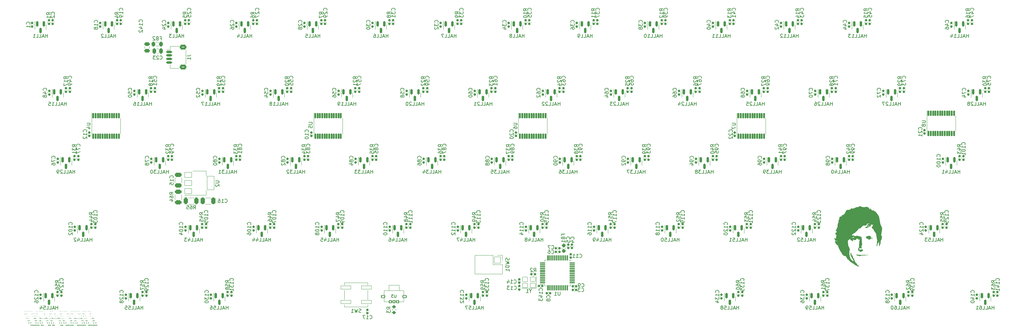
<source format=gbr>
%TF.GenerationSoftware,KiCad,Pcbnew,7.0.7*%
%TF.CreationDate,2023-12-09T23:09:19-05:00*%
%TF.ProjectId,keyboard,6b657962-6f61-4726-942e-6b696361645f,rev?*%
%TF.SameCoordinates,Original*%
%TF.FileFunction,Legend,Bot*%
%TF.FilePolarity,Positive*%
%FSLAX46Y46*%
G04 Gerber Fmt 4.6, Leading zero omitted, Abs format (unit mm)*
G04 Created by KiCad (PCBNEW 7.0.7) date 2023-12-09 23:09:19*
%MOMM*%
%LPD*%
G01*
G04 APERTURE LIST*
G04 Aperture macros list*
%AMRoundRect*
0 Rectangle with rounded corners*
0 $1 Rounding radius*
0 $2 $3 $4 $5 $6 $7 $8 $9 X,Y pos of 4 corners*
0 Add a 4 corners polygon primitive as box body*
4,1,4,$2,$3,$4,$5,$6,$7,$8,$9,$2,$3,0*
0 Add four circle primitives for the rounded corners*
1,1,$1+$1,$2,$3*
1,1,$1+$1,$4,$5*
1,1,$1+$1,$6,$7*
1,1,$1+$1,$8,$9*
0 Add four rect primitives between the rounded corners*
20,1,$1+$1,$2,$3,$4,$5,0*
20,1,$1+$1,$4,$5,$6,$7,0*
20,1,$1+$1,$6,$7,$8,$9,0*
20,1,$1+$1,$8,$9,$2,$3,0*%
G04 Aperture macros list end*
%ADD10C,0.150000*%
%ADD11C,0.120000*%
%ADD12C,0.050000*%
%ADD13C,0.650000*%
%ADD14RoundRect,0.038000X-1.375000X-0.500000X1.375000X-0.500000X1.375000X0.500000X-1.375000X0.500000X0*%
%ADD15C,4.476000*%
%ADD16C,4.076000*%
%ADD17C,4.063800*%
%ADD18C,1.152002*%
%ADD19C,1.826000*%
%ADD20RoundRect,0.188000X-0.150000X0.587500X-0.150000X-0.587500X0.150000X-0.587500X0.150000X0.587500X0*%
%ADD21RoundRect,0.178000X-0.170000X0.140000X-0.170000X-0.140000X0.170000X-0.140000X0.170000X0.140000X0*%
%ADD22RoundRect,0.173000X-0.185000X0.135000X-0.185000X-0.135000X0.185000X-0.135000X0.185000X0.135000X0*%
%ADD23RoundRect,0.138000X-0.100000X0.637500X-0.100000X-0.637500X0.100000X-0.637500X0.100000X0.637500X0*%
%ADD24RoundRect,0.288000X0.312500X0.625000X-0.312500X0.625000X-0.312500X-0.625000X0.312500X-0.625000X0*%
%ADD25RoundRect,0.038000X-1.000000X-0.750000X1.000000X-0.750000X1.000000X0.750000X-1.000000X0.750000X0*%
%ADD26RoundRect,0.038000X-1.000000X-1.900000X1.000000X-1.900000X1.000000X1.900000X-1.000000X1.900000X0*%
%ADD27RoundRect,0.178000X0.170000X-0.140000X0.170000X0.140000X-0.170000X0.140000X-0.170000X-0.140000X0*%
%ADD28RoundRect,0.256750X0.218750X0.381250X-0.218750X0.381250X-0.218750X-0.381250X0.218750X-0.381250X0*%
%ADD29RoundRect,0.178000X0.140000X0.170000X-0.140000X0.170000X-0.140000X-0.170000X0.140000X-0.170000X0*%
%ADD30RoundRect,0.288000X-0.475000X0.250000X-0.475000X-0.250000X0.475000X-0.250000X0.475000X0.250000X0*%
%ADD31RoundRect,0.288000X-0.650000X0.325000X-0.650000X-0.325000X0.650000X-0.325000X0.650000X0.325000X0*%
%ADD32RoundRect,0.038000X0.700000X0.600000X-0.700000X0.600000X-0.700000X-0.600000X0.700000X-0.600000X0*%
%ADD33RoundRect,0.102000X0.300000X0.350000X-0.300000X0.350000X-0.300000X-0.350000X0.300000X-0.350000X0*%
%ADD34RoundRect,0.102000X-0.450000X0.350000X-0.450000X-0.350000X0.450000X-0.350000X0.450000X0.350000X0*%
%ADD35RoundRect,0.038000X0.850000X-0.850000X0.850000X0.850000X-0.850000X0.850000X-0.850000X-0.850000X0*%
%ADD36O,1.776000X1.776000*%
%ADD37RoundRect,0.178000X-0.140000X-0.170000X0.140000X-0.170000X0.140000X0.170000X-0.140000X0.170000X0*%
%ADD38RoundRect,0.288000X-0.625000X0.312500X-0.625000X-0.312500X0.625000X-0.312500X0.625000X0.312500X0*%
%ADD39RoundRect,0.173000X0.135000X0.185000X-0.135000X0.185000X-0.135000X-0.185000X0.135000X-0.185000X0*%
%ADD40RoundRect,0.288000X0.325000X0.650000X-0.325000X0.650000X-0.325000X-0.650000X0.325000X-0.650000X0*%
%ADD41RoundRect,0.113000X-0.662500X-0.075000X0.662500X-0.075000X0.662500X0.075000X-0.662500X0.075000X0*%
%ADD42RoundRect,0.113000X-0.075000X-0.662500X0.075000X-0.662500X0.075000X0.662500X-0.075000X0.662500X0*%
%ADD43RoundRect,0.238000X-0.275000X0.200000X-0.275000X-0.200000X0.275000X-0.200000X0.275000X0.200000X0*%
%ADD44RoundRect,0.288000X0.250000X0.475000X-0.250000X0.475000X-0.250000X-0.475000X0.250000X-0.475000X0*%
%ADD45RoundRect,0.256750X0.256250X-0.218750X0.256250X0.218750X-0.256250X0.218750X-0.256250X-0.218750X0*%
%ADD46RoundRect,0.188000X-0.625000X0.150000X-0.625000X-0.150000X0.625000X-0.150000X0.625000X0.150000X0*%
%ADD47RoundRect,0.288000X-0.650000X0.350000X-0.650000X-0.350000X0.650000X-0.350000X0.650000X0.350000X0*%
G04 APERTURE END LIST*
D10*
X96380788Y-89017000D02*
X96237931Y-89064619D01*
X96237931Y-89064619D02*
X95999836Y-89064619D01*
X95999836Y-89064619D02*
X95904598Y-89017000D01*
X95904598Y-89017000D02*
X95856979Y-88969380D01*
X95856979Y-88969380D02*
X95809360Y-88874142D01*
X95809360Y-88874142D02*
X95809360Y-88778904D01*
X95809360Y-88778904D02*
X95856979Y-88683666D01*
X95856979Y-88683666D02*
X95904598Y-88636047D01*
X95904598Y-88636047D02*
X95999836Y-88588428D01*
X95999836Y-88588428D02*
X96190312Y-88540809D01*
X96190312Y-88540809D02*
X96285550Y-88493190D01*
X96285550Y-88493190D02*
X96333169Y-88445571D01*
X96333169Y-88445571D02*
X96380788Y-88350333D01*
X96380788Y-88350333D02*
X96380788Y-88255095D01*
X96380788Y-88255095D02*
X96333169Y-88159857D01*
X96333169Y-88159857D02*
X96285550Y-88112238D01*
X96285550Y-88112238D02*
X96190312Y-88064619D01*
X96190312Y-88064619D02*
X95952217Y-88064619D01*
X95952217Y-88064619D02*
X95809360Y-88112238D01*
X95476026Y-88064619D02*
X95237931Y-89064619D01*
X95237931Y-89064619D02*
X95047455Y-88350333D01*
X95047455Y-88350333D02*
X94856979Y-89064619D01*
X94856979Y-89064619D02*
X94618884Y-88064619D01*
X93714122Y-89064619D02*
X94285550Y-89064619D01*
X93999836Y-89064619D02*
X93999836Y-88064619D01*
X93999836Y-88064619D02*
X94095074Y-88207476D01*
X94095074Y-88207476D02*
X94190312Y-88302714D01*
X94190312Y-88302714D02*
X94285550Y-88350333D01*
X249732396Y-88199619D02*
X249732396Y-87199619D01*
X249732396Y-87675809D02*
X249160968Y-87675809D01*
X249160968Y-88199619D02*
X249160968Y-87199619D01*
X248732396Y-87913904D02*
X248256206Y-87913904D01*
X248827634Y-88199619D02*
X248494301Y-87199619D01*
X248494301Y-87199619D02*
X248160968Y-88199619D01*
X247351444Y-88199619D02*
X247827634Y-88199619D01*
X247827634Y-88199619D02*
X247827634Y-87199619D01*
X246541920Y-88199619D02*
X247018110Y-88199619D01*
X247018110Y-88199619D02*
X247018110Y-87199619D01*
X245780015Y-87199619D02*
X245970491Y-87199619D01*
X245970491Y-87199619D02*
X246065729Y-87247238D01*
X246065729Y-87247238D02*
X246113348Y-87294857D01*
X246113348Y-87294857D02*
X246208586Y-87437714D01*
X246208586Y-87437714D02*
X246256205Y-87628190D01*
X246256205Y-87628190D02*
X246256205Y-88009142D01*
X246256205Y-88009142D02*
X246208586Y-88104380D01*
X246208586Y-88104380D02*
X246160967Y-88152000D01*
X246160967Y-88152000D02*
X246065729Y-88199619D01*
X246065729Y-88199619D02*
X245875253Y-88199619D01*
X245875253Y-88199619D02*
X245780015Y-88152000D01*
X245780015Y-88152000D02*
X245732396Y-88104380D01*
X245732396Y-88104380D02*
X245684777Y-88009142D01*
X245684777Y-88009142D02*
X245684777Y-87771047D01*
X245684777Y-87771047D02*
X245732396Y-87675809D01*
X245732396Y-87675809D02*
X245780015Y-87628190D01*
X245780015Y-87628190D02*
X245875253Y-87580571D01*
X245875253Y-87580571D02*
X246065729Y-87580571D01*
X246065729Y-87580571D02*
X246160967Y-87628190D01*
X246160967Y-87628190D02*
X246208586Y-87675809D01*
X246208586Y-87675809D02*
X246256205Y-87771047D01*
X245065729Y-87199619D02*
X244970491Y-87199619D01*
X244970491Y-87199619D02*
X244875253Y-87247238D01*
X244875253Y-87247238D02*
X244827634Y-87294857D01*
X244827634Y-87294857D02*
X244780015Y-87390095D01*
X244780015Y-87390095D02*
X244732396Y-87580571D01*
X244732396Y-87580571D02*
X244732396Y-87818666D01*
X244732396Y-87818666D02*
X244780015Y-88009142D01*
X244780015Y-88009142D02*
X244827634Y-88104380D01*
X244827634Y-88104380D02*
X244875253Y-88152000D01*
X244875253Y-88152000D02*
X244970491Y-88199619D01*
X244970491Y-88199619D02*
X245065729Y-88199619D01*
X245065729Y-88199619D02*
X245160967Y-88152000D01*
X245160967Y-88152000D02*
X245208586Y-88104380D01*
X245208586Y-88104380D02*
X245256205Y-88009142D01*
X245256205Y-88009142D02*
X245303824Y-87818666D01*
X245303824Y-87818666D02*
X245303824Y-87580571D01*
X245303824Y-87580571D02*
X245256205Y-87390095D01*
X245256205Y-87390095D02*
X245208586Y-87294857D01*
X245208586Y-87294857D02*
X245160967Y-87247238D01*
X245160967Y-87247238D02*
X245065729Y-87199619D01*
X39189536Y-23436942D02*
X39237156Y-23389323D01*
X39237156Y-23389323D02*
X39284775Y-23246466D01*
X39284775Y-23246466D02*
X39284775Y-23151228D01*
X39284775Y-23151228D02*
X39237156Y-23008371D01*
X39237156Y-23008371D02*
X39141917Y-22913133D01*
X39141917Y-22913133D02*
X39046679Y-22865514D01*
X39046679Y-22865514D02*
X38856203Y-22817895D01*
X38856203Y-22817895D02*
X38713346Y-22817895D01*
X38713346Y-22817895D02*
X38522870Y-22865514D01*
X38522870Y-22865514D02*
X38427632Y-22913133D01*
X38427632Y-22913133D02*
X38332394Y-23008371D01*
X38332394Y-23008371D02*
X38284775Y-23151228D01*
X38284775Y-23151228D02*
X38284775Y-23246466D01*
X38284775Y-23246466D02*
X38332394Y-23389323D01*
X38332394Y-23389323D02*
X38380013Y-23436942D01*
X38284775Y-24341704D02*
X38284775Y-23865514D01*
X38284775Y-23865514D02*
X38760965Y-23817895D01*
X38760965Y-23817895D02*
X38713346Y-23865514D01*
X38713346Y-23865514D02*
X38665727Y-23960752D01*
X38665727Y-23960752D02*
X38665727Y-24198847D01*
X38665727Y-24198847D02*
X38713346Y-24294085D01*
X38713346Y-24294085D02*
X38760965Y-24341704D01*
X38760965Y-24341704D02*
X38856203Y-24389323D01*
X38856203Y-24389323D02*
X39094298Y-24389323D01*
X39094298Y-24389323D02*
X39189536Y-24341704D01*
X39189536Y-24341704D02*
X39237156Y-24294085D01*
X39237156Y-24294085D02*
X39284775Y-24198847D01*
X39284775Y-24198847D02*
X39284775Y-23960752D01*
X39284775Y-23960752D02*
X39237156Y-23865514D01*
X39237156Y-23865514D02*
X39189536Y-23817895D01*
X39284775Y-25341704D02*
X39284775Y-24770276D01*
X39284775Y-25055990D02*
X38284775Y-25055990D01*
X38284775Y-25055990D02*
X38427632Y-24960752D01*
X38427632Y-24960752D02*
X38522870Y-24865514D01*
X38522870Y-24865514D02*
X38570489Y-24770276D01*
X161909775Y-4506942D02*
X161433584Y-4173609D01*
X161909775Y-3935514D02*
X160909775Y-3935514D01*
X160909775Y-3935514D02*
X160909775Y-4316466D01*
X160909775Y-4316466D02*
X160957394Y-4411704D01*
X160957394Y-4411704D02*
X161005013Y-4459323D01*
X161005013Y-4459323D02*
X161100251Y-4506942D01*
X161100251Y-4506942D02*
X161243108Y-4506942D01*
X161243108Y-4506942D02*
X161338346Y-4459323D01*
X161338346Y-4459323D02*
X161385965Y-4411704D01*
X161385965Y-4411704D02*
X161433584Y-4316466D01*
X161433584Y-4316466D02*
X161433584Y-3935514D01*
X161909775Y-5459323D02*
X161909775Y-4887895D01*
X161909775Y-5173609D02*
X160909775Y-5173609D01*
X160909775Y-5173609D02*
X161052632Y-5078371D01*
X161052632Y-5078371D02*
X161147870Y-4983133D01*
X161147870Y-4983133D02*
X161195489Y-4887895D01*
X161909775Y-6411704D02*
X161909775Y-5840276D01*
X161909775Y-6125990D02*
X160909775Y-6125990D01*
X160909775Y-6125990D02*
X161052632Y-6030752D01*
X161052632Y-6030752D02*
X161147870Y-5935514D01*
X161147870Y-5935514D02*
X161195489Y-5840276D01*
X32191836Y-26820642D02*
X32239456Y-26773023D01*
X32239456Y-26773023D02*
X32287075Y-26630166D01*
X32287075Y-26630166D02*
X32287075Y-26534928D01*
X32287075Y-26534928D02*
X32239456Y-26392071D01*
X32239456Y-26392071D02*
X32144217Y-26296833D01*
X32144217Y-26296833D02*
X32048979Y-26249214D01*
X32048979Y-26249214D02*
X31858503Y-26201595D01*
X31858503Y-26201595D02*
X31715646Y-26201595D01*
X31715646Y-26201595D02*
X31525170Y-26249214D01*
X31525170Y-26249214D02*
X31429932Y-26296833D01*
X31429932Y-26296833D02*
X31334694Y-26392071D01*
X31334694Y-26392071D02*
X31287075Y-26534928D01*
X31287075Y-26534928D02*
X31287075Y-26630166D01*
X31287075Y-26630166D02*
X31334694Y-26773023D01*
X31334694Y-26773023D02*
X31382313Y-26820642D01*
X31287075Y-27725404D02*
X31287075Y-27249214D01*
X31287075Y-27249214D02*
X31763265Y-27201595D01*
X31763265Y-27201595D02*
X31715646Y-27249214D01*
X31715646Y-27249214D02*
X31668027Y-27344452D01*
X31668027Y-27344452D02*
X31668027Y-27582547D01*
X31668027Y-27582547D02*
X31715646Y-27677785D01*
X31715646Y-27677785D02*
X31763265Y-27725404D01*
X31763265Y-27725404D02*
X31858503Y-27773023D01*
X31858503Y-27773023D02*
X32096598Y-27773023D01*
X32096598Y-27773023D02*
X32191836Y-27725404D01*
X32191836Y-27725404D02*
X32239456Y-27677785D01*
X32239456Y-27677785D02*
X32287075Y-27582547D01*
X32287075Y-27582547D02*
X32287075Y-27344452D01*
X32287075Y-27344452D02*
X32239456Y-27249214D01*
X32239456Y-27249214D02*
X32191836Y-27201595D01*
X31287075Y-28392071D02*
X31287075Y-28487309D01*
X31287075Y-28487309D02*
X31334694Y-28582547D01*
X31334694Y-28582547D02*
X31382313Y-28630166D01*
X31382313Y-28630166D02*
X31477551Y-28677785D01*
X31477551Y-28677785D02*
X31668027Y-28725404D01*
X31668027Y-28725404D02*
X31906122Y-28725404D01*
X31906122Y-28725404D02*
X32096598Y-28677785D01*
X32096598Y-28677785D02*
X32191836Y-28630166D01*
X32191836Y-28630166D02*
X32239456Y-28582547D01*
X32239456Y-28582547D02*
X32287075Y-28487309D01*
X32287075Y-28487309D02*
X32287075Y-28392071D01*
X32287075Y-28392071D02*
X32239456Y-28296833D01*
X32239456Y-28296833D02*
X32191836Y-28249214D01*
X32191836Y-28249214D02*
X32096598Y-28201595D01*
X32096598Y-28201595D02*
X31906122Y-28153976D01*
X31906122Y-28153976D02*
X31668027Y-28153976D01*
X31668027Y-28153976D02*
X31477551Y-28201595D01*
X31477551Y-28201595D02*
X31382313Y-28249214D01*
X31382313Y-28249214D02*
X31334694Y-28296833D01*
X31334694Y-28296833D02*
X31287075Y-28392071D01*
X139073575Y-35987895D02*
X139883098Y-35987895D01*
X139883098Y-35987895D02*
X139978336Y-36035514D01*
X139978336Y-36035514D02*
X140025956Y-36083133D01*
X140025956Y-36083133D02*
X140073575Y-36178371D01*
X140073575Y-36178371D02*
X140073575Y-36368847D01*
X140073575Y-36368847D02*
X140025956Y-36464085D01*
X140025956Y-36464085D02*
X139978336Y-36511704D01*
X139978336Y-36511704D02*
X139883098Y-36559323D01*
X139883098Y-36559323D02*
X139073575Y-36559323D01*
X139073575Y-37464085D02*
X139073575Y-37273609D01*
X139073575Y-37273609D02*
X139121194Y-37178371D01*
X139121194Y-37178371D02*
X139168813Y-37130752D01*
X139168813Y-37130752D02*
X139311670Y-37035514D01*
X139311670Y-37035514D02*
X139502146Y-36987895D01*
X139502146Y-36987895D02*
X139883098Y-36987895D01*
X139883098Y-36987895D02*
X139978336Y-37035514D01*
X139978336Y-37035514D02*
X140025956Y-37083133D01*
X140025956Y-37083133D02*
X140073575Y-37178371D01*
X140073575Y-37178371D02*
X140073575Y-37368847D01*
X140073575Y-37368847D02*
X140025956Y-37464085D01*
X140025956Y-37464085D02*
X139978336Y-37511704D01*
X139978336Y-37511704D02*
X139883098Y-37559323D01*
X139883098Y-37559323D02*
X139645003Y-37559323D01*
X139645003Y-37559323D02*
X139549765Y-37511704D01*
X139549765Y-37511704D02*
X139502146Y-37464085D01*
X139502146Y-37464085D02*
X139454527Y-37368847D01*
X139454527Y-37368847D02*
X139454527Y-37178371D01*
X139454527Y-37178371D02*
X139502146Y-37083133D01*
X139502146Y-37083133D02*
X139549765Y-37035514D01*
X139549765Y-37035514D02*
X139645003Y-36987895D01*
X128288646Y-69149619D02*
X128288646Y-68149619D01*
X128288646Y-68625809D02*
X127717218Y-68625809D01*
X127717218Y-69149619D02*
X127717218Y-68149619D01*
X127288646Y-68863904D02*
X126812456Y-68863904D01*
X127383884Y-69149619D02*
X127050551Y-68149619D01*
X127050551Y-68149619D02*
X126717218Y-69149619D01*
X125907694Y-69149619D02*
X126383884Y-69149619D01*
X126383884Y-69149619D02*
X126383884Y-68149619D01*
X125098170Y-69149619D02*
X125574360Y-69149619D01*
X125574360Y-69149619D02*
X125574360Y-68149619D01*
X124336265Y-68482952D02*
X124336265Y-69149619D01*
X124574360Y-68102000D02*
X124812455Y-68816285D01*
X124812455Y-68816285D02*
X124193408Y-68816285D01*
X123907693Y-68149619D02*
X123241027Y-68149619D01*
X123241027Y-68149619D02*
X123669598Y-69149619D01*
X53477036Y-61060752D02*
X53524656Y-61013133D01*
X53524656Y-61013133D02*
X53572275Y-60870276D01*
X53572275Y-60870276D02*
X53572275Y-60775038D01*
X53572275Y-60775038D02*
X53524656Y-60632181D01*
X53524656Y-60632181D02*
X53429417Y-60536943D01*
X53429417Y-60536943D02*
X53334179Y-60489324D01*
X53334179Y-60489324D02*
X53143703Y-60441705D01*
X53143703Y-60441705D02*
X53000846Y-60441705D01*
X53000846Y-60441705D02*
X52810370Y-60489324D01*
X52810370Y-60489324D02*
X52715132Y-60536943D01*
X52715132Y-60536943D02*
X52619894Y-60632181D01*
X52619894Y-60632181D02*
X52572275Y-60775038D01*
X52572275Y-60775038D02*
X52572275Y-60870276D01*
X52572275Y-60870276D02*
X52619894Y-61013133D01*
X52619894Y-61013133D02*
X52667513Y-61060752D01*
X53572275Y-62013133D02*
X53572275Y-61441705D01*
X53572275Y-61727419D02*
X52572275Y-61727419D01*
X52572275Y-61727419D02*
X52715132Y-61632181D01*
X52715132Y-61632181D02*
X52810370Y-61536943D01*
X52810370Y-61536943D02*
X52857989Y-61441705D01*
X52572275Y-62632181D02*
X52572275Y-62727419D01*
X52572275Y-62727419D02*
X52619894Y-62822657D01*
X52619894Y-62822657D02*
X52667513Y-62870276D01*
X52667513Y-62870276D02*
X52762751Y-62917895D01*
X52762751Y-62917895D02*
X52953227Y-62965514D01*
X52953227Y-62965514D02*
X53191322Y-62965514D01*
X53191322Y-62965514D02*
X53381798Y-62917895D01*
X53381798Y-62917895D02*
X53477036Y-62870276D01*
X53477036Y-62870276D02*
X53524656Y-62822657D01*
X53524656Y-62822657D02*
X53572275Y-62727419D01*
X53572275Y-62727419D02*
X53572275Y-62632181D01*
X53572275Y-62632181D02*
X53524656Y-62536943D01*
X53524656Y-62536943D02*
X53477036Y-62489324D01*
X53477036Y-62489324D02*
X53381798Y-62441705D01*
X53381798Y-62441705D02*
X53191322Y-62394086D01*
X53191322Y-62394086D02*
X52953227Y-62394086D01*
X52953227Y-62394086D02*
X52762751Y-62441705D01*
X52762751Y-62441705D02*
X52667513Y-62489324D01*
X52667513Y-62489324D02*
X52619894Y-62536943D01*
X52619894Y-62536943D02*
X52572275Y-62632181D01*
X52572275Y-63870276D02*
X52572275Y-63394086D01*
X52572275Y-63394086D02*
X53048465Y-63346467D01*
X53048465Y-63346467D02*
X53000846Y-63394086D01*
X53000846Y-63394086D02*
X52953227Y-63489324D01*
X52953227Y-63489324D02*
X52953227Y-63727419D01*
X52953227Y-63727419D02*
X53000846Y-63822657D01*
X53000846Y-63822657D02*
X53048465Y-63870276D01*
X53048465Y-63870276D02*
X53143703Y-63917895D01*
X53143703Y-63917895D02*
X53381798Y-63917895D01*
X53381798Y-63917895D02*
X53477036Y-63870276D01*
X53477036Y-63870276D02*
X53524656Y-63822657D01*
X53524656Y-63822657D02*
X53572275Y-63727419D01*
X53572275Y-63727419D02*
X53572275Y-63489324D01*
X53572275Y-63489324D02*
X53524656Y-63394086D01*
X53524656Y-63394086D02*
X53477036Y-63346467D01*
X148727036Y-61060752D02*
X148774656Y-61013133D01*
X148774656Y-61013133D02*
X148822275Y-60870276D01*
X148822275Y-60870276D02*
X148822275Y-60775038D01*
X148822275Y-60775038D02*
X148774656Y-60632181D01*
X148774656Y-60632181D02*
X148679417Y-60536943D01*
X148679417Y-60536943D02*
X148584179Y-60489324D01*
X148584179Y-60489324D02*
X148393703Y-60441705D01*
X148393703Y-60441705D02*
X148250846Y-60441705D01*
X148250846Y-60441705D02*
X148060370Y-60489324D01*
X148060370Y-60489324D02*
X147965132Y-60536943D01*
X147965132Y-60536943D02*
X147869894Y-60632181D01*
X147869894Y-60632181D02*
X147822275Y-60775038D01*
X147822275Y-60775038D02*
X147822275Y-60870276D01*
X147822275Y-60870276D02*
X147869894Y-61013133D01*
X147869894Y-61013133D02*
X147917513Y-61060752D01*
X148822275Y-62013133D02*
X148822275Y-61441705D01*
X148822275Y-61727419D02*
X147822275Y-61727419D01*
X147822275Y-61727419D02*
X147965132Y-61632181D01*
X147965132Y-61632181D02*
X148060370Y-61536943D01*
X148060370Y-61536943D02*
X148107989Y-61441705D01*
X148822275Y-62965514D02*
X148822275Y-62394086D01*
X148822275Y-62679800D02*
X147822275Y-62679800D01*
X147822275Y-62679800D02*
X147965132Y-62584562D01*
X147965132Y-62584562D02*
X148060370Y-62489324D01*
X148060370Y-62489324D02*
X148107989Y-62394086D01*
X147822275Y-63870276D02*
X147822275Y-63394086D01*
X147822275Y-63394086D02*
X148298465Y-63346467D01*
X148298465Y-63346467D02*
X148250846Y-63394086D01*
X148250846Y-63394086D02*
X148203227Y-63489324D01*
X148203227Y-63489324D02*
X148203227Y-63727419D01*
X148203227Y-63727419D02*
X148250846Y-63822657D01*
X148250846Y-63822657D02*
X148298465Y-63870276D01*
X148298465Y-63870276D02*
X148393703Y-63917895D01*
X148393703Y-63917895D02*
X148631798Y-63917895D01*
X148631798Y-63917895D02*
X148727036Y-63870276D01*
X148727036Y-63870276D02*
X148774656Y-63822657D01*
X148774656Y-63822657D02*
X148822275Y-63727419D01*
X148822275Y-63727419D02*
X148822275Y-63489324D01*
X148822275Y-63489324D02*
X148774656Y-63394086D01*
X148774656Y-63394086D02*
X148727036Y-63346467D01*
X146491836Y-26820642D02*
X146539456Y-26773023D01*
X146539456Y-26773023D02*
X146587075Y-26630166D01*
X146587075Y-26630166D02*
X146587075Y-26534928D01*
X146587075Y-26534928D02*
X146539456Y-26392071D01*
X146539456Y-26392071D02*
X146444217Y-26296833D01*
X146444217Y-26296833D02*
X146348979Y-26249214D01*
X146348979Y-26249214D02*
X146158503Y-26201595D01*
X146158503Y-26201595D02*
X146015646Y-26201595D01*
X146015646Y-26201595D02*
X145825170Y-26249214D01*
X145825170Y-26249214D02*
X145729932Y-26296833D01*
X145729932Y-26296833D02*
X145634694Y-26392071D01*
X145634694Y-26392071D02*
X145587075Y-26534928D01*
X145587075Y-26534928D02*
X145587075Y-26630166D01*
X145587075Y-26630166D02*
X145634694Y-26773023D01*
X145634694Y-26773023D02*
X145682313Y-26820642D01*
X145587075Y-27677785D02*
X145587075Y-27487309D01*
X145587075Y-27487309D02*
X145634694Y-27392071D01*
X145634694Y-27392071D02*
X145682313Y-27344452D01*
X145682313Y-27344452D02*
X145825170Y-27249214D01*
X145825170Y-27249214D02*
X146015646Y-27201595D01*
X146015646Y-27201595D02*
X146396598Y-27201595D01*
X146396598Y-27201595D02*
X146491836Y-27249214D01*
X146491836Y-27249214D02*
X146539456Y-27296833D01*
X146539456Y-27296833D02*
X146587075Y-27392071D01*
X146587075Y-27392071D02*
X146587075Y-27582547D01*
X146587075Y-27582547D02*
X146539456Y-27677785D01*
X146539456Y-27677785D02*
X146491836Y-27725404D01*
X146491836Y-27725404D02*
X146396598Y-27773023D01*
X146396598Y-27773023D02*
X146158503Y-27773023D01*
X146158503Y-27773023D02*
X146063265Y-27725404D01*
X146063265Y-27725404D02*
X146015646Y-27677785D01*
X146015646Y-27677785D02*
X145968027Y-27582547D01*
X145968027Y-27582547D02*
X145968027Y-27392071D01*
X145968027Y-27392071D02*
X146015646Y-27296833D01*
X146015646Y-27296833D02*
X146063265Y-27249214D01*
X146063265Y-27249214D02*
X146158503Y-27201595D01*
X145682313Y-28153976D02*
X145634694Y-28201595D01*
X145634694Y-28201595D02*
X145587075Y-28296833D01*
X145587075Y-28296833D02*
X145587075Y-28534928D01*
X145587075Y-28534928D02*
X145634694Y-28630166D01*
X145634694Y-28630166D02*
X145682313Y-28677785D01*
X145682313Y-28677785D02*
X145777551Y-28725404D01*
X145777551Y-28725404D02*
X145872789Y-28725404D01*
X145872789Y-28725404D02*
X146015646Y-28677785D01*
X146015646Y-28677785D02*
X146587075Y-28106357D01*
X146587075Y-28106357D02*
X146587075Y-28725404D01*
X49542857Y-60054819D02*
X49876190Y-59578628D01*
X50114285Y-60054819D02*
X50114285Y-59054819D01*
X50114285Y-59054819D02*
X49733333Y-59054819D01*
X49733333Y-59054819D02*
X49638095Y-59102438D01*
X49638095Y-59102438D02*
X49590476Y-59150057D01*
X49590476Y-59150057D02*
X49542857Y-59245295D01*
X49542857Y-59245295D02*
X49542857Y-59388152D01*
X49542857Y-59388152D02*
X49590476Y-59483390D01*
X49590476Y-59483390D02*
X49638095Y-59531009D01*
X49638095Y-59531009D02*
X49733333Y-59578628D01*
X49733333Y-59578628D02*
X50114285Y-59578628D01*
X48685714Y-59054819D02*
X48876190Y-59054819D01*
X48876190Y-59054819D02*
X48971428Y-59102438D01*
X48971428Y-59102438D02*
X49019047Y-59150057D01*
X49019047Y-59150057D02*
X49114285Y-59292914D01*
X49114285Y-59292914D02*
X49161904Y-59483390D01*
X49161904Y-59483390D02*
X49161904Y-59864342D01*
X49161904Y-59864342D02*
X49114285Y-59959580D01*
X49114285Y-59959580D02*
X49066666Y-60007200D01*
X49066666Y-60007200D02*
X48971428Y-60054819D01*
X48971428Y-60054819D02*
X48780952Y-60054819D01*
X48780952Y-60054819D02*
X48685714Y-60007200D01*
X48685714Y-60007200D02*
X48638095Y-59959580D01*
X48638095Y-59959580D02*
X48590476Y-59864342D01*
X48590476Y-59864342D02*
X48590476Y-59626247D01*
X48590476Y-59626247D02*
X48638095Y-59531009D01*
X48638095Y-59531009D02*
X48685714Y-59483390D01*
X48685714Y-59483390D02*
X48780952Y-59435771D01*
X48780952Y-59435771D02*
X48971428Y-59435771D01*
X48971428Y-59435771D02*
X49066666Y-59483390D01*
X49066666Y-59483390D02*
X49114285Y-59531009D01*
X49114285Y-59531009D02*
X49161904Y-59626247D01*
X47685714Y-59054819D02*
X48161904Y-59054819D01*
X48161904Y-59054819D02*
X48209523Y-59531009D01*
X48209523Y-59531009D02*
X48161904Y-59483390D01*
X48161904Y-59483390D02*
X48066666Y-59435771D01*
X48066666Y-59435771D02*
X47828571Y-59435771D01*
X47828571Y-59435771D02*
X47733333Y-59483390D01*
X47733333Y-59483390D02*
X47685714Y-59531009D01*
X47685714Y-59531009D02*
X47638095Y-59626247D01*
X47638095Y-59626247D02*
X47638095Y-59864342D01*
X47638095Y-59864342D02*
X47685714Y-59959580D01*
X47685714Y-59959580D02*
X47733333Y-60007200D01*
X47733333Y-60007200D02*
X47828571Y-60054819D01*
X47828571Y-60054819D02*
X48066666Y-60054819D01*
X48066666Y-60054819D02*
X48161904Y-60007200D01*
X48161904Y-60007200D02*
X48209523Y-59959580D01*
X165541836Y-26820642D02*
X165589456Y-26773023D01*
X165589456Y-26773023D02*
X165637075Y-26630166D01*
X165637075Y-26630166D02*
X165637075Y-26534928D01*
X165637075Y-26534928D02*
X165589456Y-26392071D01*
X165589456Y-26392071D02*
X165494217Y-26296833D01*
X165494217Y-26296833D02*
X165398979Y-26249214D01*
X165398979Y-26249214D02*
X165208503Y-26201595D01*
X165208503Y-26201595D02*
X165065646Y-26201595D01*
X165065646Y-26201595D02*
X164875170Y-26249214D01*
X164875170Y-26249214D02*
X164779932Y-26296833D01*
X164779932Y-26296833D02*
X164684694Y-26392071D01*
X164684694Y-26392071D02*
X164637075Y-26534928D01*
X164637075Y-26534928D02*
X164637075Y-26630166D01*
X164637075Y-26630166D02*
X164684694Y-26773023D01*
X164684694Y-26773023D02*
X164732313Y-26820642D01*
X164637075Y-27677785D02*
X164637075Y-27487309D01*
X164637075Y-27487309D02*
X164684694Y-27392071D01*
X164684694Y-27392071D02*
X164732313Y-27344452D01*
X164732313Y-27344452D02*
X164875170Y-27249214D01*
X164875170Y-27249214D02*
X165065646Y-27201595D01*
X165065646Y-27201595D02*
X165446598Y-27201595D01*
X165446598Y-27201595D02*
X165541836Y-27249214D01*
X165541836Y-27249214D02*
X165589456Y-27296833D01*
X165589456Y-27296833D02*
X165637075Y-27392071D01*
X165637075Y-27392071D02*
X165637075Y-27582547D01*
X165637075Y-27582547D02*
X165589456Y-27677785D01*
X165589456Y-27677785D02*
X165541836Y-27725404D01*
X165541836Y-27725404D02*
X165446598Y-27773023D01*
X165446598Y-27773023D02*
X165208503Y-27773023D01*
X165208503Y-27773023D02*
X165113265Y-27725404D01*
X165113265Y-27725404D02*
X165065646Y-27677785D01*
X165065646Y-27677785D02*
X165018027Y-27582547D01*
X165018027Y-27582547D02*
X165018027Y-27392071D01*
X165018027Y-27392071D02*
X165065646Y-27296833D01*
X165065646Y-27296833D02*
X165113265Y-27249214D01*
X165113265Y-27249214D02*
X165208503Y-27201595D01*
X164970408Y-28630166D02*
X165637075Y-28630166D01*
X164589456Y-28392071D02*
X165303741Y-28153976D01*
X165303741Y-28153976D02*
X165303741Y-28773023D01*
X274933286Y-80110752D02*
X274980906Y-80063133D01*
X274980906Y-80063133D02*
X275028525Y-79920276D01*
X275028525Y-79920276D02*
X275028525Y-79825038D01*
X275028525Y-79825038D02*
X274980906Y-79682181D01*
X274980906Y-79682181D02*
X274885667Y-79586943D01*
X274885667Y-79586943D02*
X274790429Y-79539324D01*
X274790429Y-79539324D02*
X274599953Y-79491705D01*
X274599953Y-79491705D02*
X274457096Y-79491705D01*
X274457096Y-79491705D02*
X274266620Y-79539324D01*
X274266620Y-79539324D02*
X274171382Y-79586943D01*
X274171382Y-79586943D02*
X274076144Y-79682181D01*
X274076144Y-79682181D02*
X274028525Y-79825038D01*
X274028525Y-79825038D02*
X274028525Y-79920276D01*
X274028525Y-79920276D02*
X274076144Y-80063133D01*
X274076144Y-80063133D02*
X274123763Y-80110752D01*
X275028525Y-81063133D02*
X275028525Y-80491705D01*
X275028525Y-80777419D02*
X274028525Y-80777419D01*
X274028525Y-80777419D02*
X274171382Y-80682181D01*
X274171382Y-80682181D02*
X274266620Y-80586943D01*
X274266620Y-80586943D02*
X274314239Y-80491705D01*
X274361858Y-81920276D02*
X275028525Y-81920276D01*
X273980906Y-81682181D02*
X274695191Y-81444086D01*
X274695191Y-81444086D02*
X274695191Y-82063133D01*
X275028525Y-82967895D02*
X275028525Y-82396467D01*
X275028525Y-82682181D02*
X274028525Y-82682181D01*
X274028525Y-82682181D02*
X274171382Y-82586943D01*
X274171382Y-82586943D02*
X274266620Y-82491705D01*
X274266620Y-82491705D02*
X274314239Y-82396467D01*
X36954336Y-45870642D02*
X37001956Y-45823023D01*
X37001956Y-45823023D02*
X37049575Y-45680166D01*
X37049575Y-45680166D02*
X37049575Y-45584928D01*
X37049575Y-45584928D02*
X37001956Y-45442071D01*
X37001956Y-45442071D02*
X36906717Y-45346833D01*
X36906717Y-45346833D02*
X36811479Y-45299214D01*
X36811479Y-45299214D02*
X36621003Y-45251595D01*
X36621003Y-45251595D02*
X36478146Y-45251595D01*
X36478146Y-45251595D02*
X36287670Y-45299214D01*
X36287670Y-45299214D02*
X36192432Y-45346833D01*
X36192432Y-45346833D02*
X36097194Y-45442071D01*
X36097194Y-45442071D02*
X36049575Y-45584928D01*
X36049575Y-45584928D02*
X36049575Y-45680166D01*
X36049575Y-45680166D02*
X36097194Y-45823023D01*
X36097194Y-45823023D02*
X36144813Y-45870642D01*
X36049575Y-46203976D02*
X36049575Y-46870642D01*
X36049575Y-46870642D02*
X37049575Y-46442071D01*
X36478146Y-47394452D02*
X36430527Y-47299214D01*
X36430527Y-47299214D02*
X36382908Y-47251595D01*
X36382908Y-47251595D02*
X36287670Y-47203976D01*
X36287670Y-47203976D02*
X36240051Y-47203976D01*
X36240051Y-47203976D02*
X36144813Y-47251595D01*
X36144813Y-47251595D02*
X36097194Y-47299214D01*
X36097194Y-47299214D02*
X36049575Y-47394452D01*
X36049575Y-47394452D02*
X36049575Y-47584928D01*
X36049575Y-47584928D02*
X36097194Y-47680166D01*
X36097194Y-47680166D02*
X36144813Y-47727785D01*
X36144813Y-47727785D02*
X36240051Y-47775404D01*
X36240051Y-47775404D02*
X36287670Y-47775404D01*
X36287670Y-47775404D02*
X36382908Y-47727785D01*
X36382908Y-47727785D02*
X36430527Y-47680166D01*
X36430527Y-47680166D02*
X36478146Y-47584928D01*
X36478146Y-47584928D02*
X36478146Y-47394452D01*
X36478146Y-47394452D02*
X36525765Y-47299214D01*
X36525765Y-47299214D02*
X36573384Y-47251595D01*
X36573384Y-47251595D02*
X36668622Y-47203976D01*
X36668622Y-47203976D02*
X36859098Y-47203976D01*
X36859098Y-47203976D02*
X36954336Y-47251595D01*
X36954336Y-47251595D02*
X37001956Y-47299214D01*
X37001956Y-47299214D02*
X37049575Y-47394452D01*
X37049575Y-47394452D02*
X37049575Y-47584928D01*
X37049575Y-47584928D02*
X37001956Y-47680166D01*
X37001956Y-47680166D02*
X36954336Y-47727785D01*
X36954336Y-47727785D02*
X36859098Y-47775404D01*
X36859098Y-47775404D02*
X36668622Y-47775404D01*
X36668622Y-47775404D02*
X36573384Y-47727785D01*
X36573384Y-47727785D02*
X36525765Y-47680166D01*
X36525765Y-47680166D02*
X36478146Y-47584928D01*
X129677036Y-61060752D02*
X129724656Y-61013133D01*
X129724656Y-61013133D02*
X129772275Y-60870276D01*
X129772275Y-60870276D02*
X129772275Y-60775038D01*
X129772275Y-60775038D02*
X129724656Y-60632181D01*
X129724656Y-60632181D02*
X129629417Y-60536943D01*
X129629417Y-60536943D02*
X129534179Y-60489324D01*
X129534179Y-60489324D02*
X129343703Y-60441705D01*
X129343703Y-60441705D02*
X129200846Y-60441705D01*
X129200846Y-60441705D02*
X129010370Y-60489324D01*
X129010370Y-60489324D02*
X128915132Y-60536943D01*
X128915132Y-60536943D02*
X128819894Y-60632181D01*
X128819894Y-60632181D02*
X128772275Y-60775038D01*
X128772275Y-60775038D02*
X128772275Y-60870276D01*
X128772275Y-60870276D02*
X128819894Y-61013133D01*
X128819894Y-61013133D02*
X128867513Y-61060752D01*
X129772275Y-62013133D02*
X129772275Y-61441705D01*
X129772275Y-61727419D02*
X128772275Y-61727419D01*
X128772275Y-61727419D02*
X128915132Y-61632181D01*
X128915132Y-61632181D02*
X129010370Y-61536943D01*
X129010370Y-61536943D02*
X129057989Y-61441705D01*
X129772275Y-62965514D02*
X129772275Y-62394086D01*
X129772275Y-62679800D02*
X128772275Y-62679800D01*
X128772275Y-62679800D02*
X128915132Y-62584562D01*
X128915132Y-62584562D02*
X129010370Y-62489324D01*
X129010370Y-62489324D02*
X129057989Y-62394086D01*
X128772275Y-63298848D02*
X128772275Y-63917895D01*
X128772275Y-63917895D02*
X129153227Y-63584562D01*
X129153227Y-63584562D02*
X129153227Y-63727419D01*
X129153227Y-63727419D02*
X129200846Y-63822657D01*
X129200846Y-63822657D02*
X129248465Y-63870276D01*
X129248465Y-63870276D02*
X129343703Y-63917895D01*
X129343703Y-63917895D02*
X129581798Y-63917895D01*
X129581798Y-63917895D02*
X129677036Y-63870276D01*
X129677036Y-63870276D02*
X129724656Y-63822657D01*
X129724656Y-63822657D02*
X129772275Y-63727419D01*
X129772275Y-63727419D02*
X129772275Y-63441705D01*
X129772275Y-63441705D02*
X129724656Y-63346467D01*
X129724656Y-63346467D02*
X129677036Y-63298848D01*
X127441836Y-26820642D02*
X127489456Y-26773023D01*
X127489456Y-26773023D02*
X127537075Y-26630166D01*
X127537075Y-26630166D02*
X127537075Y-26534928D01*
X127537075Y-26534928D02*
X127489456Y-26392071D01*
X127489456Y-26392071D02*
X127394217Y-26296833D01*
X127394217Y-26296833D02*
X127298979Y-26249214D01*
X127298979Y-26249214D02*
X127108503Y-26201595D01*
X127108503Y-26201595D02*
X126965646Y-26201595D01*
X126965646Y-26201595D02*
X126775170Y-26249214D01*
X126775170Y-26249214D02*
X126679932Y-26296833D01*
X126679932Y-26296833D02*
X126584694Y-26392071D01*
X126584694Y-26392071D02*
X126537075Y-26534928D01*
X126537075Y-26534928D02*
X126537075Y-26630166D01*
X126537075Y-26630166D02*
X126584694Y-26773023D01*
X126584694Y-26773023D02*
X126632313Y-26820642D01*
X126537075Y-27677785D02*
X126537075Y-27487309D01*
X126537075Y-27487309D02*
X126584694Y-27392071D01*
X126584694Y-27392071D02*
X126632313Y-27344452D01*
X126632313Y-27344452D02*
X126775170Y-27249214D01*
X126775170Y-27249214D02*
X126965646Y-27201595D01*
X126965646Y-27201595D02*
X127346598Y-27201595D01*
X127346598Y-27201595D02*
X127441836Y-27249214D01*
X127441836Y-27249214D02*
X127489456Y-27296833D01*
X127489456Y-27296833D02*
X127537075Y-27392071D01*
X127537075Y-27392071D02*
X127537075Y-27582547D01*
X127537075Y-27582547D02*
X127489456Y-27677785D01*
X127489456Y-27677785D02*
X127441836Y-27725404D01*
X127441836Y-27725404D02*
X127346598Y-27773023D01*
X127346598Y-27773023D02*
X127108503Y-27773023D01*
X127108503Y-27773023D02*
X127013265Y-27725404D01*
X127013265Y-27725404D02*
X126965646Y-27677785D01*
X126965646Y-27677785D02*
X126918027Y-27582547D01*
X126918027Y-27582547D02*
X126918027Y-27392071D01*
X126918027Y-27392071D02*
X126965646Y-27296833D01*
X126965646Y-27296833D02*
X127013265Y-27249214D01*
X127013265Y-27249214D02*
X127108503Y-27201595D01*
X126537075Y-28392071D02*
X126537075Y-28487309D01*
X126537075Y-28487309D02*
X126584694Y-28582547D01*
X126584694Y-28582547D02*
X126632313Y-28630166D01*
X126632313Y-28630166D02*
X126727551Y-28677785D01*
X126727551Y-28677785D02*
X126918027Y-28725404D01*
X126918027Y-28725404D02*
X127156122Y-28725404D01*
X127156122Y-28725404D02*
X127346598Y-28677785D01*
X127346598Y-28677785D02*
X127441836Y-28630166D01*
X127441836Y-28630166D02*
X127489456Y-28582547D01*
X127489456Y-28582547D02*
X127537075Y-28487309D01*
X127537075Y-28487309D02*
X127537075Y-28392071D01*
X127537075Y-28392071D02*
X127489456Y-28296833D01*
X127489456Y-28296833D02*
X127441836Y-28249214D01*
X127441836Y-28249214D02*
X127346598Y-28201595D01*
X127346598Y-28201595D02*
X127156122Y-28153976D01*
X127156122Y-28153976D02*
X126918027Y-28153976D01*
X126918027Y-28153976D02*
X126727551Y-28201595D01*
X126727551Y-28201595D02*
X126632313Y-28249214D01*
X126632313Y-28249214D02*
X126584694Y-28296833D01*
X126584694Y-28296833D02*
X126537075Y-28392071D01*
X132204336Y-45870642D02*
X132251956Y-45823023D01*
X132251956Y-45823023D02*
X132299575Y-45680166D01*
X132299575Y-45680166D02*
X132299575Y-45584928D01*
X132299575Y-45584928D02*
X132251956Y-45442071D01*
X132251956Y-45442071D02*
X132156717Y-45346833D01*
X132156717Y-45346833D02*
X132061479Y-45299214D01*
X132061479Y-45299214D02*
X131871003Y-45251595D01*
X131871003Y-45251595D02*
X131728146Y-45251595D01*
X131728146Y-45251595D02*
X131537670Y-45299214D01*
X131537670Y-45299214D02*
X131442432Y-45346833D01*
X131442432Y-45346833D02*
X131347194Y-45442071D01*
X131347194Y-45442071D02*
X131299575Y-45584928D01*
X131299575Y-45584928D02*
X131299575Y-45680166D01*
X131299575Y-45680166D02*
X131347194Y-45823023D01*
X131347194Y-45823023D02*
X131394813Y-45870642D01*
X131728146Y-46442071D02*
X131680527Y-46346833D01*
X131680527Y-46346833D02*
X131632908Y-46299214D01*
X131632908Y-46299214D02*
X131537670Y-46251595D01*
X131537670Y-46251595D02*
X131490051Y-46251595D01*
X131490051Y-46251595D02*
X131394813Y-46299214D01*
X131394813Y-46299214D02*
X131347194Y-46346833D01*
X131347194Y-46346833D02*
X131299575Y-46442071D01*
X131299575Y-46442071D02*
X131299575Y-46632547D01*
X131299575Y-46632547D02*
X131347194Y-46727785D01*
X131347194Y-46727785D02*
X131394813Y-46775404D01*
X131394813Y-46775404D02*
X131490051Y-46823023D01*
X131490051Y-46823023D02*
X131537670Y-46823023D01*
X131537670Y-46823023D02*
X131632908Y-46775404D01*
X131632908Y-46775404D02*
X131680527Y-46727785D01*
X131680527Y-46727785D02*
X131728146Y-46632547D01*
X131728146Y-46632547D02*
X131728146Y-46442071D01*
X131728146Y-46442071D02*
X131775765Y-46346833D01*
X131775765Y-46346833D02*
X131823384Y-46299214D01*
X131823384Y-46299214D02*
X131918622Y-46251595D01*
X131918622Y-46251595D02*
X132109098Y-46251595D01*
X132109098Y-46251595D02*
X132204336Y-46299214D01*
X132204336Y-46299214D02*
X132251956Y-46346833D01*
X132251956Y-46346833D02*
X132299575Y-46442071D01*
X132299575Y-46442071D02*
X132299575Y-46632547D01*
X132299575Y-46632547D02*
X132251956Y-46727785D01*
X132251956Y-46727785D02*
X132204336Y-46775404D01*
X132204336Y-46775404D02*
X132109098Y-46823023D01*
X132109098Y-46823023D02*
X131918622Y-46823023D01*
X131918622Y-46823023D02*
X131823384Y-46775404D01*
X131823384Y-46775404D02*
X131775765Y-46727785D01*
X131775765Y-46727785D02*
X131728146Y-46632547D01*
X131728146Y-47394452D02*
X131680527Y-47299214D01*
X131680527Y-47299214D02*
X131632908Y-47251595D01*
X131632908Y-47251595D02*
X131537670Y-47203976D01*
X131537670Y-47203976D02*
X131490051Y-47203976D01*
X131490051Y-47203976D02*
X131394813Y-47251595D01*
X131394813Y-47251595D02*
X131347194Y-47299214D01*
X131347194Y-47299214D02*
X131299575Y-47394452D01*
X131299575Y-47394452D02*
X131299575Y-47584928D01*
X131299575Y-47584928D02*
X131347194Y-47680166D01*
X131347194Y-47680166D02*
X131394813Y-47727785D01*
X131394813Y-47727785D02*
X131490051Y-47775404D01*
X131490051Y-47775404D02*
X131537670Y-47775404D01*
X131537670Y-47775404D02*
X131632908Y-47727785D01*
X131632908Y-47727785D02*
X131680527Y-47680166D01*
X131680527Y-47680166D02*
X131728146Y-47584928D01*
X131728146Y-47584928D02*
X131728146Y-47394452D01*
X131728146Y-47394452D02*
X131775765Y-47299214D01*
X131775765Y-47299214D02*
X131823384Y-47251595D01*
X131823384Y-47251595D02*
X131918622Y-47203976D01*
X131918622Y-47203976D02*
X132109098Y-47203976D01*
X132109098Y-47203976D02*
X132204336Y-47251595D01*
X132204336Y-47251595D02*
X132251956Y-47299214D01*
X132251956Y-47299214D02*
X132299575Y-47394452D01*
X132299575Y-47394452D02*
X132299575Y-47584928D01*
X132299575Y-47584928D02*
X132251956Y-47680166D01*
X132251956Y-47680166D02*
X132204336Y-47727785D01*
X132204336Y-47727785D02*
X132109098Y-47775404D01*
X132109098Y-47775404D02*
X131918622Y-47775404D01*
X131918622Y-47775404D02*
X131823384Y-47727785D01*
X131823384Y-47727785D02*
X131775765Y-47680166D01*
X131775765Y-47680166D02*
X131728146Y-47584928D01*
X90472275Y-61656942D02*
X89996084Y-61323609D01*
X90472275Y-61085514D02*
X89472275Y-61085514D01*
X89472275Y-61085514D02*
X89472275Y-61466466D01*
X89472275Y-61466466D02*
X89519894Y-61561704D01*
X89519894Y-61561704D02*
X89567513Y-61609323D01*
X89567513Y-61609323D02*
X89662751Y-61656942D01*
X89662751Y-61656942D02*
X89805608Y-61656942D01*
X89805608Y-61656942D02*
X89900846Y-61609323D01*
X89900846Y-61609323D02*
X89948465Y-61561704D01*
X89948465Y-61561704D02*
X89996084Y-61466466D01*
X89996084Y-61466466D02*
X89996084Y-61085514D01*
X89805608Y-62514085D02*
X90472275Y-62514085D01*
X89424656Y-62275990D02*
X90138941Y-62037895D01*
X90138941Y-62037895D02*
X90138941Y-62656942D01*
X89472275Y-62942657D02*
X89472275Y-63609323D01*
X89472275Y-63609323D02*
X90472275Y-63180752D01*
X184591836Y-26820642D02*
X184639456Y-26773023D01*
X184639456Y-26773023D02*
X184687075Y-26630166D01*
X184687075Y-26630166D02*
X184687075Y-26534928D01*
X184687075Y-26534928D02*
X184639456Y-26392071D01*
X184639456Y-26392071D02*
X184544217Y-26296833D01*
X184544217Y-26296833D02*
X184448979Y-26249214D01*
X184448979Y-26249214D02*
X184258503Y-26201595D01*
X184258503Y-26201595D02*
X184115646Y-26201595D01*
X184115646Y-26201595D02*
X183925170Y-26249214D01*
X183925170Y-26249214D02*
X183829932Y-26296833D01*
X183829932Y-26296833D02*
X183734694Y-26392071D01*
X183734694Y-26392071D02*
X183687075Y-26534928D01*
X183687075Y-26534928D02*
X183687075Y-26630166D01*
X183687075Y-26630166D02*
X183734694Y-26773023D01*
X183734694Y-26773023D02*
X183782313Y-26820642D01*
X183687075Y-27677785D02*
X183687075Y-27487309D01*
X183687075Y-27487309D02*
X183734694Y-27392071D01*
X183734694Y-27392071D02*
X183782313Y-27344452D01*
X183782313Y-27344452D02*
X183925170Y-27249214D01*
X183925170Y-27249214D02*
X184115646Y-27201595D01*
X184115646Y-27201595D02*
X184496598Y-27201595D01*
X184496598Y-27201595D02*
X184591836Y-27249214D01*
X184591836Y-27249214D02*
X184639456Y-27296833D01*
X184639456Y-27296833D02*
X184687075Y-27392071D01*
X184687075Y-27392071D02*
X184687075Y-27582547D01*
X184687075Y-27582547D02*
X184639456Y-27677785D01*
X184639456Y-27677785D02*
X184591836Y-27725404D01*
X184591836Y-27725404D02*
X184496598Y-27773023D01*
X184496598Y-27773023D02*
X184258503Y-27773023D01*
X184258503Y-27773023D02*
X184163265Y-27725404D01*
X184163265Y-27725404D02*
X184115646Y-27677785D01*
X184115646Y-27677785D02*
X184068027Y-27582547D01*
X184068027Y-27582547D02*
X184068027Y-27392071D01*
X184068027Y-27392071D02*
X184115646Y-27296833D01*
X184115646Y-27296833D02*
X184163265Y-27249214D01*
X184163265Y-27249214D02*
X184258503Y-27201595D01*
X183687075Y-28630166D02*
X183687075Y-28439690D01*
X183687075Y-28439690D02*
X183734694Y-28344452D01*
X183734694Y-28344452D02*
X183782313Y-28296833D01*
X183782313Y-28296833D02*
X183925170Y-28201595D01*
X183925170Y-28201595D02*
X184115646Y-28153976D01*
X184115646Y-28153976D02*
X184496598Y-28153976D01*
X184496598Y-28153976D02*
X184591836Y-28201595D01*
X184591836Y-28201595D02*
X184639456Y-28249214D01*
X184639456Y-28249214D02*
X184687075Y-28344452D01*
X184687075Y-28344452D02*
X184687075Y-28534928D01*
X184687075Y-28534928D02*
X184639456Y-28630166D01*
X184639456Y-28630166D02*
X184591836Y-28677785D01*
X184591836Y-28677785D02*
X184496598Y-28725404D01*
X184496598Y-28725404D02*
X184258503Y-28725404D01*
X184258503Y-28725404D02*
X184163265Y-28677785D01*
X184163265Y-28677785D02*
X184115646Y-28630166D01*
X184115646Y-28630166D02*
X184068027Y-28534928D01*
X184068027Y-28534928D02*
X184068027Y-28344452D01*
X184068027Y-28344452D02*
X184115646Y-28249214D01*
X184115646Y-28249214D02*
X184163265Y-28201595D01*
X184163265Y-28201595D02*
X184258503Y-28153976D01*
X71138646Y-69149619D02*
X71138646Y-68149619D01*
X71138646Y-68625809D02*
X70567218Y-68625809D01*
X70567218Y-69149619D02*
X70567218Y-68149619D01*
X70138646Y-68863904D02*
X69662456Y-68863904D01*
X70233884Y-69149619D02*
X69900551Y-68149619D01*
X69900551Y-68149619D02*
X69567218Y-69149619D01*
X68757694Y-69149619D02*
X69233884Y-69149619D01*
X69233884Y-69149619D02*
X69233884Y-68149619D01*
X67948170Y-69149619D02*
X68424360Y-69149619D01*
X68424360Y-69149619D02*
X68424360Y-68149619D01*
X67186265Y-68482952D02*
X67186265Y-69149619D01*
X67424360Y-68102000D02*
X67662455Y-68816285D01*
X67662455Y-68816285D02*
X67043408Y-68816285D01*
X66233884Y-68482952D02*
X66233884Y-69149619D01*
X66471979Y-68102000D02*
X66710074Y-68816285D01*
X66710074Y-68816285D02*
X66091027Y-68816285D01*
X214013646Y-50099619D02*
X214013646Y-49099619D01*
X214013646Y-49575809D02*
X213442218Y-49575809D01*
X213442218Y-50099619D02*
X213442218Y-49099619D01*
X213013646Y-49813904D02*
X212537456Y-49813904D01*
X213108884Y-50099619D02*
X212775551Y-49099619D01*
X212775551Y-49099619D02*
X212442218Y-50099619D01*
X211632694Y-50099619D02*
X212108884Y-50099619D01*
X212108884Y-50099619D02*
X212108884Y-49099619D01*
X210823170Y-50099619D02*
X211299360Y-50099619D01*
X211299360Y-50099619D02*
X211299360Y-49099619D01*
X210585074Y-49099619D02*
X209966027Y-49099619D01*
X209966027Y-49099619D02*
X210299360Y-49480571D01*
X210299360Y-49480571D02*
X210156503Y-49480571D01*
X210156503Y-49480571D02*
X210061265Y-49528190D01*
X210061265Y-49528190D02*
X210013646Y-49575809D01*
X210013646Y-49575809D02*
X209966027Y-49671047D01*
X209966027Y-49671047D02*
X209966027Y-49909142D01*
X209966027Y-49909142D02*
X210013646Y-50004380D01*
X210013646Y-50004380D02*
X210061265Y-50052000D01*
X210061265Y-50052000D02*
X210156503Y-50099619D01*
X210156503Y-50099619D02*
X210442217Y-50099619D01*
X210442217Y-50099619D02*
X210537455Y-50052000D01*
X210537455Y-50052000D02*
X210585074Y-50004380D01*
X209489836Y-50099619D02*
X209299360Y-50099619D01*
X209299360Y-50099619D02*
X209204122Y-50052000D01*
X209204122Y-50052000D02*
X209156503Y-50004380D01*
X209156503Y-50004380D02*
X209061265Y-49861523D01*
X209061265Y-49861523D02*
X209013646Y-49671047D01*
X209013646Y-49671047D02*
X209013646Y-49290095D01*
X209013646Y-49290095D02*
X209061265Y-49194857D01*
X209061265Y-49194857D02*
X209108884Y-49147238D01*
X209108884Y-49147238D02*
X209204122Y-49099619D01*
X209204122Y-49099619D02*
X209394598Y-49099619D01*
X209394598Y-49099619D02*
X209489836Y-49147238D01*
X209489836Y-49147238D02*
X209537455Y-49194857D01*
X209537455Y-49194857D02*
X209585074Y-49290095D01*
X209585074Y-49290095D02*
X209585074Y-49528190D01*
X209585074Y-49528190D02*
X209537455Y-49623428D01*
X209537455Y-49623428D02*
X209489836Y-49671047D01*
X209489836Y-49671047D02*
X209394598Y-49718666D01*
X209394598Y-49718666D02*
X209204122Y-49718666D01*
X209204122Y-49718666D02*
X209108884Y-49671047D01*
X209108884Y-49671047D02*
X209061265Y-49623428D01*
X209061265Y-49623428D02*
X209013646Y-49528190D01*
X55694819Y-52168095D02*
X56504342Y-52168095D01*
X56504342Y-52168095D02*
X56599580Y-52215714D01*
X56599580Y-52215714D02*
X56647200Y-52263333D01*
X56647200Y-52263333D02*
X56694819Y-52358571D01*
X56694819Y-52358571D02*
X56694819Y-52549047D01*
X56694819Y-52549047D02*
X56647200Y-52644285D01*
X56647200Y-52644285D02*
X56599580Y-52691904D01*
X56599580Y-52691904D02*
X56504342Y-52739523D01*
X56504342Y-52739523D02*
X55694819Y-52739523D01*
X55790057Y-53168095D02*
X55742438Y-53215714D01*
X55742438Y-53215714D02*
X55694819Y-53310952D01*
X55694819Y-53310952D02*
X55694819Y-53549047D01*
X55694819Y-53549047D02*
X55742438Y-53644285D01*
X55742438Y-53644285D02*
X55790057Y-53691904D01*
X55790057Y-53691904D02*
X55885295Y-53739523D01*
X55885295Y-53739523D02*
X55980533Y-53739523D01*
X55980533Y-53739523D02*
X56123390Y-53691904D01*
X56123390Y-53691904D02*
X56694819Y-53120476D01*
X56694819Y-53120476D02*
X56694819Y-53739523D01*
X265554336Y-26820642D02*
X265601956Y-26773023D01*
X265601956Y-26773023D02*
X265649575Y-26630166D01*
X265649575Y-26630166D02*
X265649575Y-26534928D01*
X265649575Y-26534928D02*
X265601956Y-26392071D01*
X265601956Y-26392071D02*
X265506717Y-26296833D01*
X265506717Y-26296833D02*
X265411479Y-26249214D01*
X265411479Y-26249214D02*
X265221003Y-26201595D01*
X265221003Y-26201595D02*
X265078146Y-26201595D01*
X265078146Y-26201595D02*
X264887670Y-26249214D01*
X264887670Y-26249214D02*
X264792432Y-26296833D01*
X264792432Y-26296833D02*
X264697194Y-26392071D01*
X264697194Y-26392071D02*
X264649575Y-26534928D01*
X264649575Y-26534928D02*
X264649575Y-26630166D01*
X264649575Y-26630166D02*
X264697194Y-26773023D01*
X264697194Y-26773023D02*
X264744813Y-26820642D01*
X264649575Y-27153976D02*
X264649575Y-27820642D01*
X264649575Y-27820642D02*
X265649575Y-27392071D01*
X264982908Y-28630166D02*
X265649575Y-28630166D01*
X264601956Y-28392071D02*
X265316241Y-28153976D01*
X265316241Y-28153976D02*
X265316241Y-28773023D01*
X226203525Y-80706942D02*
X225727334Y-80373609D01*
X226203525Y-80135514D02*
X225203525Y-80135514D01*
X225203525Y-80135514D02*
X225203525Y-80516466D01*
X225203525Y-80516466D02*
X225251144Y-80611704D01*
X225251144Y-80611704D02*
X225298763Y-80659323D01*
X225298763Y-80659323D02*
X225394001Y-80706942D01*
X225394001Y-80706942D02*
X225536858Y-80706942D01*
X225536858Y-80706942D02*
X225632096Y-80659323D01*
X225632096Y-80659323D02*
X225679715Y-80611704D01*
X225679715Y-80611704D02*
X225727334Y-80516466D01*
X225727334Y-80516466D02*
X225727334Y-80135514D01*
X225203525Y-81564085D02*
X225203525Y-81373609D01*
X225203525Y-81373609D02*
X225251144Y-81278371D01*
X225251144Y-81278371D02*
X225298763Y-81230752D01*
X225298763Y-81230752D02*
X225441620Y-81135514D01*
X225441620Y-81135514D02*
X225632096Y-81087895D01*
X225632096Y-81087895D02*
X226013048Y-81087895D01*
X226013048Y-81087895D02*
X226108286Y-81135514D01*
X226108286Y-81135514D02*
X226155906Y-81183133D01*
X226155906Y-81183133D02*
X226203525Y-81278371D01*
X226203525Y-81278371D02*
X226203525Y-81468847D01*
X226203525Y-81468847D02*
X226155906Y-81564085D01*
X226155906Y-81564085D02*
X226108286Y-81611704D01*
X226108286Y-81611704D02*
X226013048Y-81659323D01*
X226013048Y-81659323D02*
X225774953Y-81659323D01*
X225774953Y-81659323D02*
X225679715Y-81611704D01*
X225679715Y-81611704D02*
X225632096Y-81564085D01*
X225632096Y-81564085D02*
X225584477Y-81468847D01*
X225584477Y-81468847D02*
X225584477Y-81278371D01*
X225584477Y-81278371D02*
X225632096Y-81183133D01*
X225632096Y-81183133D02*
X225679715Y-81135514D01*
X225679715Y-81135514D02*
X225774953Y-81087895D01*
X226203525Y-82611704D02*
X226203525Y-82040276D01*
X226203525Y-82325990D02*
X225203525Y-82325990D01*
X225203525Y-82325990D02*
X225346382Y-82230752D01*
X225346382Y-82230752D02*
X225441620Y-82135514D01*
X225441620Y-82135514D02*
X225489239Y-82040276D01*
X103999955Y-11999619D02*
X103999955Y-10999619D01*
X103999955Y-11475809D02*
X103428527Y-11475809D01*
X103428527Y-11999619D02*
X103428527Y-10999619D01*
X102999955Y-11713904D02*
X102523765Y-11713904D01*
X103095193Y-11999619D02*
X102761860Y-10999619D01*
X102761860Y-10999619D02*
X102428527Y-11999619D01*
X101619003Y-11999619D02*
X102095193Y-11999619D01*
X102095193Y-11999619D02*
X102095193Y-10999619D01*
X100809479Y-11999619D02*
X101285669Y-11999619D01*
X101285669Y-11999619D02*
X101285669Y-10999619D01*
X100047574Y-10999619D02*
X100238050Y-10999619D01*
X100238050Y-10999619D02*
X100333288Y-11047238D01*
X100333288Y-11047238D02*
X100380907Y-11094857D01*
X100380907Y-11094857D02*
X100476145Y-11237714D01*
X100476145Y-11237714D02*
X100523764Y-11428190D01*
X100523764Y-11428190D02*
X100523764Y-11809142D01*
X100523764Y-11809142D02*
X100476145Y-11904380D01*
X100476145Y-11904380D02*
X100428526Y-11952000D01*
X100428526Y-11952000D02*
X100333288Y-11999619D01*
X100333288Y-11999619D02*
X100142812Y-11999619D01*
X100142812Y-11999619D02*
X100047574Y-11952000D01*
X100047574Y-11952000D02*
X99999955Y-11904380D01*
X99999955Y-11904380D02*
X99952336Y-11809142D01*
X99952336Y-11809142D02*
X99952336Y-11571047D01*
X99952336Y-11571047D02*
X99999955Y-11475809D01*
X99999955Y-11475809D02*
X100047574Y-11428190D01*
X100047574Y-11428190D02*
X100142812Y-11380571D01*
X100142812Y-11380571D02*
X100333288Y-11380571D01*
X100333288Y-11380571D02*
X100428526Y-11428190D01*
X100428526Y-11428190D02*
X100476145Y-11475809D01*
X100476145Y-11475809D02*
X100523764Y-11571047D01*
X179829336Y-64444452D02*
X179876956Y-64396833D01*
X179876956Y-64396833D02*
X179924575Y-64253976D01*
X179924575Y-64253976D02*
X179924575Y-64158738D01*
X179924575Y-64158738D02*
X179876956Y-64015881D01*
X179876956Y-64015881D02*
X179781717Y-63920643D01*
X179781717Y-63920643D02*
X179686479Y-63873024D01*
X179686479Y-63873024D02*
X179496003Y-63825405D01*
X179496003Y-63825405D02*
X179353146Y-63825405D01*
X179353146Y-63825405D02*
X179162670Y-63873024D01*
X179162670Y-63873024D02*
X179067432Y-63920643D01*
X179067432Y-63920643D02*
X178972194Y-64015881D01*
X178972194Y-64015881D02*
X178924575Y-64158738D01*
X178924575Y-64158738D02*
X178924575Y-64253976D01*
X178924575Y-64253976D02*
X178972194Y-64396833D01*
X178972194Y-64396833D02*
X179019813Y-64444452D01*
X179924575Y-65396833D02*
X179924575Y-64825405D01*
X179924575Y-65111119D02*
X178924575Y-65111119D01*
X178924575Y-65111119D02*
X179067432Y-65015881D01*
X179067432Y-65015881D02*
X179162670Y-64920643D01*
X179162670Y-64920643D02*
X179210289Y-64825405D01*
X179924575Y-66349214D02*
X179924575Y-65777786D01*
X179924575Y-66063500D02*
X178924575Y-66063500D01*
X178924575Y-66063500D02*
X179067432Y-65968262D01*
X179067432Y-65968262D02*
X179162670Y-65873024D01*
X179162670Y-65873024D02*
X179210289Y-65777786D01*
X179353146Y-66920643D02*
X179305527Y-66825405D01*
X179305527Y-66825405D02*
X179257908Y-66777786D01*
X179257908Y-66777786D02*
X179162670Y-66730167D01*
X179162670Y-66730167D02*
X179115051Y-66730167D01*
X179115051Y-66730167D02*
X179019813Y-66777786D01*
X179019813Y-66777786D02*
X178972194Y-66825405D01*
X178972194Y-66825405D02*
X178924575Y-66920643D01*
X178924575Y-66920643D02*
X178924575Y-67111119D01*
X178924575Y-67111119D02*
X178972194Y-67206357D01*
X178972194Y-67206357D02*
X179019813Y-67253976D01*
X179019813Y-67253976D02*
X179115051Y-67301595D01*
X179115051Y-67301595D02*
X179162670Y-67301595D01*
X179162670Y-67301595D02*
X179257908Y-67253976D01*
X179257908Y-67253976D02*
X179305527Y-67206357D01*
X179305527Y-67206357D02*
X179353146Y-67111119D01*
X179353146Y-67111119D02*
X179353146Y-66920643D01*
X179353146Y-66920643D02*
X179400765Y-66825405D01*
X179400765Y-66825405D02*
X179448384Y-66777786D01*
X179448384Y-66777786D02*
X179543622Y-66730167D01*
X179543622Y-66730167D02*
X179734098Y-66730167D01*
X179734098Y-66730167D02*
X179829336Y-66777786D01*
X179829336Y-66777786D02*
X179876956Y-66825405D01*
X179876956Y-66825405D02*
X179924575Y-66920643D01*
X179924575Y-66920643D02*
X179924575Y-67111119D01*
X179924575Y-67111119D02*
X179876956Y-67206357D01*
X179876956Y-67206357D02*
X179829336Y-67253976D01*
X179829336Y-67253976D02*
X179734098Y-67301595D01*
X179734098Y-67301595D02*
X179543622Y-67301595D01*
X179543622Y-67301595D02*
X179448384Y-67253976D01*
X179448384Y-67253976D02*
X179400765Y-67206357D01*
X179400765Y-67206357D02*
X179353146Y-67111119D01*
X227454336Y-45870642D02*
X227501956Y-45823023D01*
X227501956Y-45823023D02*
X227549575Y-45680166D01*
X227549575Y-45680166D02*
X227549575Y-45584928D01*
X227549575Y-45584928D02*
X227501956Y-45442071D01*
X227501956Y-45442071D02*
X227406717Y-45346833D01*
X227406717Y-45346833D02*
X227311479Y-45299214D01*
X227311479Y-45299214D02*
X227121003Y-45251595D01*
X227121003Y-45251595D02*
X226978146Y-45251595D01*
X226978146Y-45251595D02*
X226787670Y-45299214D01*
X226787670Y-45299214D02*
X226692432Y-45346833D01*
X226692432Y-45346833D02*
X226597194Y-45442071D01*
X226597194Y-45442071D02*
X226549575Y-45584928D01*
X226549575Y-45584928D02*
X226549575Y-45680166D01*
X226549575Y-45680166D02*
X226597194Y-45823023D01*
X226597194Y-45823023D02*
X226644813Y-45870642D01*
X227549575Y-46346833D02*
X227549575Y-46537309D01*
X227549575Y-46537309D02*
X227501956Y-46632547D01*
X227501956Y-46632547D02*
X227454336Y-46680166D01*
X227454336Y-46680166D02*
X227311479Y-46775404D01*
X227311479Y-46775404D02*
X227121003Y-46823023D01*
X227121003Y-46823023D02*
X226740051Y-46823023D01*
X226740051Y-46823023D02*
X226644813Y-46775404D01*
X226644813Y-46775404D02*
X226597194Y-46727785D01*
X226597194Y-46727785D02*
X226549575Y-46632547D01*
X226549575Y-46632547D02*
X226549575Y-46442071D01*
X226549575Y-46442071D02*
X226597194Y-46346833D01*
X226597194Y-46346833D02*
X226644813Y-46299214D01*
X226644813Y-46299214D02*
X226740051Y-46251595D01*
X226740051Y-46251595D02*
X226978146Y-46251595D01*
X226978146Y-46251595D02*
X227073384Y-46299214D01*
X227073384Y-46299214D02*
X227121003Y-46346833D01*
X227121003Y-46346833D02*
X227168622Y-46442071D01*
X227168622Y-46442071D02*
X227168622Y-46632547D01*
X227168622Y-46632547D02*
X227121003Y-46727785D01*
X227121003Y-46727785D02*
X227073384Y-46775404D01*
X227073384Y-46775404D02*
X226978146Y-46823023D01*
X226978146Y-47394452D02*
X226930527Y-47299214D01*
X226930527Y-47299214D02*
X226882908Y-47251595D01*
X226882908Y-47251595D02*
X226787670Y-47203976D01*
X226787670Y-47203976D02*
X226740051Y-47203976D01*
X226740051Y-47203976D02*
X226644813Y-47251595D01*
X226644813Y-47251595D02*
X226597194Y-47299214D01*
X226597194Y-47299214D02*
X226549575Y-47394452D01*
X226549575Y-47394452D02*
X226549575Y-47584928D01*
X226549575Y-47584928D02*
X226597194Y-47680166D01*
X226597194Y-47680166D02*
X226644813Y-47727785D01*
X226644813Y-47727785D02*
X226740051Y-47775404D01*
X226740051Y-47775404D02*
X226787670Y-47775404D01*
X226787670Y-47775404D02*
X226882908Y-47727785D01*
X226882908Y-47727785D02*
X226930527Y-47680166D01*
X226930527Y-47680166D02*
X226978146Y-47584928D01*
X226978146Y-47584928D02*
X226978146Y-47394452D01*
X226978146Y-47394452D02*
X227025765Y-47299214D01*
X227025765Y-47299214D02*
X227073384Y-47251595D01*
X227073384Y-47251595D02*
X227168622Y-47203976D01*
X227168622Y-47203976D02*
X227359098Y-47203976D01*
X227359098Y-47203976D02*
X227454336Y-47251595D01*
X227454336Y-47251595D02*
X227501956Y-47299214D01*
X227501956Y-47299214D02*
X227549575Y-47394452D01*
X227549575Y-47394452D02*
X227549575Y-47584928D01*
X227549575Y-47584928D02*
X227501956Y-47680166D01*
X227501956Y-47680166D02*
X227454336Y-47727785D01*
X227454336Y-47727785D02*
X227359098Y-47775404D01*
X227359098Y-47775404D02*
X227168622Y-47775404D01*
X227168622Y-47775404D02*
X227073384Y-47727785D01*
X227073384Y-47727785D02*
X227025765Y-47680166D01*
X227025765Y-47680166D02*
X226978146Y-47584928D01*
X65899955Y-11999619D02*
X65899955Y-10999619D01*
X65899955Y-11475809D02*
X65328527Y-11475809D01*
X65328527Y-11999619D02*
X65328527Y-10999619D01*
X64899955Y-11713904D02*
X64423765Y-11713904D01*
X64995193Y-11999619D02*
X64661860Y-10999619D01*
X64661860Y-10999619D02*
X64328527Y-11999619D01*
X63519003Y-11999619D02*
X63995193Y-11999619D01*
X63995193Y-11999619D02*
X63995193Y-10999619D01*
X62709479Y-11999619D02*
X63185669Y-11999619D01*
X63185669Y-11999619D02*
X63185669Y-10999619D01*
X61947574Y-11332952D02*
X61947574Y-11999619D01*
X62185669Y-10952000D02*
X62423764Y-11666285D01*
X62423764Y-11666285D02*
X61804717Y-11666285D01*
X156863646Y-50099619D02*
X156863646Y-49099619D01*
X156863646Y-49575809D02*
X156292218Y-49575809D01*
X156292218Y-50099619D02*
X156292218Y-49099619D01*
X155863646Y-49813904D02*
X155387456Y-49813904D01*
X155958884Y-50099619D02*
X155625551Y-49099619D01*
X155625551Y-49099619D02*
X155292218Y-50099619D01*
X154482694Y-50099619D02*
X154958884Y-50099619D01*
X154958884Y-50099619D02*
X154958884Y-49099619D01*
X153673170Y-50099619D02*
X154149360Y-50099619D01*
X154149360Y-50099619D02*
X154149360Y-49099619D01*
X153435074Y-49099619D02*
X152816027Y-49099619D01*
X152816027Y-49099619D02*
X153149360Y-49480571D01*
X153149360Y-49480571D02*
X153006503Y-49480571D01*
X153006503Y-49480571D02*
X152911265Y-49528190D01*
X152911265Y-49528190D02*
X152863646Y-49575809D01*
X152863646Y-49575809D02*
X152816027Y-49671047D01*
X152816027Y-49671047D02*
X152816027Y-49909142D01*
X152816027Y-49909142D02*
X152863646Y-50004380D01*
X152863646Y-50004380D02*
X152911265Y-50052000D01*
X152911265Y-50052000D02*
X153006503Y-50099619D01*
X153006503Y-50099619D02*
X153292217Y-50099619D01*
X153292217Y-50099619D02*
X153387455Y-50052000D01*
X153387455Y-50052000D02*
X153435074Y-50004380D01*
X151958884Y-49099619D02*
X152149360Y-49099619D01*
X152149360Y-49099619D02*
X152244598Y-49147238D01*
X152244598Y-49147238D02*
X152292217Y-49194857D01*
X152292217Y-49194857D02*
X152387455Y-49337714D01*
X152387455Y-49337714D02*
X152435074Y-49528190D01*
X152435074Y-49528190D02*
X152435074Y-49909142D01*
X152435074Y-49909142D02*
X152387455Y-50004380D01*
X152387455Y-50004380D02*
X152339836Y-50052000D01*
X152339836Y-50052000D02*
X152244598Y-50099619D01*
X152244598Y-50099619D02*
X152054122Y-50099619D01*
X152054122Y-50099619D02*
X151958884Y-50052000D01*
X151958884Y-50052000D02*
X151911265Y-50004380D01*
X151911265Y-50004380D02*
X151863646Y-49909142D01*
X151863646Y-49909142D02*
X151863646Y-49671047D01*
X151863646Y-49671047D02*
X151911265Y-49575809D01*
X151911265Y-49575809D02*
X151958884Y-49528190D01*
X151958884Y-49528190D02*
X152054122Y-49480571D01*
X152054122Y-49480571D02*
X152244598Y-49480571D01*
X152244598Y-49480571D02*
X152339836Y-49528190D01*
X152339836Y-49528190D02*
X152387455Y-49575809D01*
X152387455Y-49575809D02*
X152435074Y-49671047D01*
X237826146Y-11999619D02*
X237826146Y-10999619D01*
X237826146Y-11475809D02*
X237254718Y-11475809D01*
X237254718Y-11999619D02*
X237254718Y-10999619D01*
X236826146Y-11713904D02*
X236349956Y-11713904D01*
X236921384Y-11999619D02*
X236588051Y-10999619D01*
X236588051Y-10999619D02*
X236254718Y-11999619D01*
X235445194Y-11999619D02*
X235921384Y-11999619D01*
X235921384Y-11999619D02*
X235921384Y-10999619D01*
X234635670Y-11999619D02*
X235111860Y-11999619D01*
X235111860Y-11999619D02*
X235111860Y-10999619D01*
X233778527Y-11999619D02*
X234349955Y-11999619D01*
X234064241Y-11999619D02*
X234064241Y-10999619D01*
X234064241Y-10999619D02*
X234159479Y-11142476D01*
X234159479Y-11142476D02*
X234254717Y-11237714D01*
X234254717Y-11237714D02*
X234349955Y-11285333D01*
X233445193Y-10999619D02*
X232826146Y-10999619D01*
X232826146Y-10999619D02*
X233159479Y-11380571D01*
X233159479Y-11380571D02*
X233016622Y-11380571D01*
X233016622Y-11380571D02*
X232921384Y-11428190D01*
X232921384Y-11428190D02*
X232873765Y-11475809D01*
X232873765Y-11475809D02*
X232826146Y-11571047D01*
X232826146Y-11571047D02*
X232826146Y-11809142D01*
X232826146Y-11809142D02*
X232873765Y-11904380D01*
X232873765Y-11904380D02*
X232921384Y-11952000D01*
X232921384Y-11952000D02*
X233016622Y-11999619D01*
X233016622Y-11999619D02*
X233302336Y-11999619D01*
X233302336Y-11999619D02*
X233397574Y-11952000D01*
X233397574Y-11952000D02*
X233445193Y-11904380D01*
X19584536Y-38446942D02*
X19632156Y-38399323D01*
X19632156Y-38399323D02*
X19679775Y-38256466D01*
X19679775Y-38256466D02*
X19679775Y-38161228D01*
X19679775Y-38161228D02*
X19632156Y-38018371D01*
X19632156Y-38018371D02*
X19536917Y-37923133D01*
X19536917Y-37923133D02*
X19441679Y-37875514D01*
X19441679Y-37875514D02*
X19251203Y-37827895D01*
X19251203Y-37827895D02*
X19108346Y-37827895D01*
X19108346Y-37827895D02*
X18917870Y-37875514D01*
X18917870Y-37875514D02*
X18822632Y-37923133D01*
X18822632Y-37923133D02*
X18727394Y-38018371D01*
X18727394Y-38018371D02*
X18679775Y-38161228D01*
X18679775Y-38161228D02*
X18679775Y-38256466D01*
X18679775Y-38256466D02*
X18727394Y-38399323D01*
X18727394Y-38399323D02*
X18775013Y-38446942D01*
X19679775Y-39399323D02*
X19679775Y-38827895D01*
X19679775Y-39113609D02*
X18679775Y-39113609D01*
X18679775Y-39113609D02*
X18822632Y-39018371D01*
X18822632Y-39018371D02*
X18917870Y-38923133D01*
X18917870Y-38923133D02*
X18965489Y-38827895D01*
X18775013Y-39780276D02*
X18727394Y-39827895D01*
X18727394Y-39827895D02*
X18679775Y-39923133D01*
X18679775Y-39923133D02*
X18679775Y-40161228D01*
X18679775Y-40161228D02*
X18727394Y-40256466D01*
X18727394Y-40256466D02*
X18775013Y-40304085D01*
X18775013Y-40304085D02*
X18870251Y-40351704D01*
X18870251Y-40351704D02*
X18965489Y-40351704D01*
X18965489Y-40351704D02*
X19108346Y-40304085D01*
X19108346Y-40304085D02*
X19679775Y-39732657D01*
X19679775Y-39732657D02*
X19679775Y-40351704D01*
X203641836Y-26820642D02*
X203689456Y-26773023D01*
X203689456Y-26773023D02*
X203737075Y-26630166D01*
X203737075Y-26630166D02*
X203737075Y-26534928D01*
X203737075Y-26534928D02*
X203689456Y-26392071D01*
X203689456Y-26392071D02*
X203594217Y-26296833D01*
X203594217Y-26296833D02*
X203498979Y-26249214D01*
X203498979Y-26249214D02*
X203308503Y-26201595D01*
X203308503Y-26201595D02*
X203165646Y-26201595D01*
X203165646Y-26201595D02*
X202975170Y-26249214D01*
X202975170Y-26249214D02*
X202879932Y-26296833D01*
X202879932Y-26296833D02*
X202784694Y-26392071D01*
X202784694Y-26392071D02*
X202737075Y-26534928D01*
X202737075Y-26534928D02*
X202737075Y-26630166D01*
X202737075Y-26630166D02*
X202784694Y-26773023D01*
X202784694Y-26773023D02*
X202832313Y-26820642D01*
X202737075Y-27677785D02*
X202737075Y-27487309D01*
X202737075Y-27487309D02*
X202784694Y-27392071D01*
X202784694Y-27392071D02*
X202832313Y-27344452D01*
X202832313Y-27344452D02*
X202975170Y-27249214D01*
X202975170Y-27249214D02*
X203165646Y-27201595D01*
X203165646Y-27201595D02*
X203546598Y-27201595D01*
X203546598Y-27201595D02*
X203641836Y-27249214D01*
X203641836Y-27249214D02*
X203689456Y-27296833D01*
X203689456Y-27296833D02*
X203737075Y-27392071D01*
X203737075Y-27392071D02*
X203737075Y-27582547D01*
X203737075Y-27582547D02*
X203689456Y-27677785D01*
X203689456Y-27677785D02*
X203641836Y-27725404D01*
X203641836Y-27725404D02*
X203546598Y-27773023D01*
X203546598Y-27773023D02*
X203308503Y-27773023D01*
X203308503Y-27773023D02*
X203213265Y-27725404D01*
X203213265Y-27725404D02*
X203165646Y-27677785D01*
X203165646Y-27677785D02*
X203118027Y-27582547D01*
X203118027Y-27582547D02*
X203118027Y-27392071D01*
X203118027Y-27392071D02*
X203165646Y-27296833D01*
X203165646Y-27296833D02*
X203213265Y-27249214D01*
X203213265Y-27249214D02*
X203308503Y-27201595D01*
X203165646Y-28344452D02*
X203118027Y-28249214D01*
X203118027Y-28249214D02*
X203070408Y-28201595D01*
X203070408Y-28201595D02*
X202975170Y-28153976D01*
X202975170Y-28153976D02*
X202927551Y-28153976D01*
X202927551Y-28153976D02*
X202832313Y-28201595D01*
X202832313Y-28201595D02*
X202784694Y-28249214D01*
X202784694Y-28249214D02*
X202737075Y-28344452D01*
X202737075Y-28344452D02*
X202737075Y-28534928D01*
X202737075Y-28534928D02*
X202784694Y-28630166D01*
X202784694Y-28630166D02*
X202832313Y-28677785D01*
X202832313Y-28677785D02*
X202927551Y-28725404D01*
X202927551Y-28725404D02*
X202975170Y-28725404D01*
X202975170Y-28725404D02*
X203070408Y-28677785D01*
X203070408Y-28677785D02*
X203118027Y-28630166D01*
X203118027Y-28630166D02*
X203165646Y-28534928D01*
X203165646Y-28534928D02*
X203165646Y-28344452D01*
X203165646Y-28344452D02*
X203213265Y-28249214D01*
X203213265Y-28249214D02*
X203260884Y-28201595D01*
X203260884Y-28201595D02*
X203356122Y-28153976D01*
X203356122Y-28153976D02*
X203546598Y-28153976D01*
X203546598Y-28153976D02*
X203641836Y-28201595D01*
X203641836Y-28201595D02*
X203689456Y-28249214D01*
X203689456Y-28249214D02*
X203737075Y-28344452D01*
X203737075Y-28344452D02*
X203737075Y-28534928D01*
X203737075Y-28534928D02*
X203689456Y-28630166D01*
X203689456Y-28630166D02*
X203641836Y-28677785D01*
X203641836Y-28677785D02*
X203546598Y-28725404D01*
X203546598Y-28725404D02*
X203356122Y-28725404D01*
X203356122Y-28725404D02*
X203260884Y-28677785D01*
X203260884Y-28677785D02*
X203213265Y-28630166D01*
X203213265Y-28630166D02*
X203165646Y-28534928D01*
X152101146Y-31049619D02*
X152101146Y-30049619D01*
X152101146Y-30525809D02*
X151529718Y-30525809D01*
X151529718Y-31049619D02*
X151529718Y-30049619D01*
X151101146Y-30763904D02*
X150624956Y-30763904D01*
X151196384Y-31049619D02*
X150863051Y-30049619D01*
X150863051Y-30049619D02*
X150529718Y-31049619D01*
X149720194Y-31049619D02*
X150196384Y-31049619D01*
X150196384Y-31049619D02*
X150196384Y-30049619D01*
X148910670Y-31049619D02*
X149386860Y-31049619D01*
X149386860Y-31049619D02*
X149386860Y-30049619D01*
X148624955Y-30144857D02*
X148577336Y-30097238D01*
X148577336Y-30097238D02*
X148482098Y-30049619D01*
X148482098Y-30049619D02*
X148244003Y-30049619D01*
X148244003Y-30049619D02*
X148148765Y-30097238D01*
X148148765Y-30097238D02*
X148101146Y-30144857D01*
X148101146Y-30144857D02*
X148053527Y-30240095D01*
X148053527Y-30240095D02*
X148053527Y-30335333D01*
X148053527Y-30335333D02*
X148101146Y-30478190D01*
X148101146Y-30478190D02*
X148672574Y-31049619D01*
X148672574Y-31049619D02*
X148053527Y-31049619D01*
X147672574Y-30144857D02*
X147624955Y-30097238D01*
X147624955Y-30097238D02*
X147529717Y-30049619D01*
X147529717Y-30049619D02*
X147291622Y-30049619D01*
X147291622Y-30049619D02*
X147196384Y-30097238D01*
X147196384Y-30097238D02*
X147148765Y-30144857D01*
X147148765Y-30144857D02*
X147101146Y-30240095D01*
X147101146Y-30240095D02*
X147101146Y-30335333D01*
X147101146Y-30335333D02*
X147148765Y-30478190D01*
X147148765Y-30478190D02*
X147720193Y-31049619D01*
X147720193Y-31049619D02*
X147101146Y-31049619D01*
X94104336Y-45870642D02*
X94151956Y-45823023D01*
X94151956Y-45823023D02*
X94199575Y-45680166D01*
X94199575Y-45680166D02*
X94199575Y-45584928D01*
X94199575Y-45584928D02*
X94151956Y-45442071D01*
X94151956Y-45442071D02*
X94056717Y-45346833D01*
X94056717Y-45346833D02*
X93961479Y-45299214D01*
X93961479Y-45299214D02*
X93771003Y-45251595D01*
X93771003Y-45251595D02*
X93628146Y-45251595D01*
X93628146Y-45251595D02*
X93437670Y-45299214D01*
X93437670Y-45299214D02*
X93342432Y-45346833D01*
X93342432Y-45346833D02*
X93247194Y-45442071D01*
X93247194Y-45442071D02*
X93199575Y-45584928D01*
X93199575Y-45584928D02*
X93199575Y-45680166D01*
X93199575Y-45680166D02*
X93247194Y-45823023D01*
X93247194Y-45823023D02*
X93294813Y-45870642D01*
X93628146Y-46442071D02*
X93580527Y-46346833D01*
X93580527Y-46346833D02*
X93532908Y-46299214D01*
X93532908Y-46299214D02*
X93437670Y-46251595D01*
X93437670Y-46251595D02*
X93390051Y-46251595D01*
X93390051Y-46251595D02*
X93294813Y-46299214D01*
X93294813Y-46299214D02*
X93247194Y-46346833D01*
X93247194Y-46346833D02*
X93199575Y-46442071D01*
X93199575Y-46442071D02*
X93199575Y-46632547D01*
X93199575Y-46632547D02*
X93247194Y-46727785D01*
X93247194Y-46727785D02*
X93294813Y-46775404D01*
X93294813Y-46775404D02*
X93390051Y-46823023D01*
X93390051Y-46823023D02*
X93437670Y-46823023D01*
X93437670Y-46823023D02*
X93532908Y-46775404D01*
X93532908Y-46775404D02*
X93580527Y-46727785D01*
X93580527Y-46727785D02*
X93628146Y-46632547D01*
X93628146Y-46632547D02*
X93628146Y-46442071D01*
X93628146Y-46442071D02*
X93675765Y-46346833D01*
X93675765Y-46346833D02*
X93723384Y-46299214D01*
X93723384Y-46299214D02*
X93818622Y-46251595D01*
X93818622Y-46251595D02*
X94009098Y-46251595D01*
X94009098Y-46251595D02*
X94104336Y-46299214D01*
X94104336Y-46299214D02*
X94151956Y-46346833D01*
X94151956Y-46346833D02*
X94199575Y-46442071D01*
X94199575Y-46442071D02*
X94199575Y-46632547D01*
X94199575Y-46632547D02*
X94151956Y-46727785D01*
X94151956Y-46727785D02*
X94104336Y-46775404D01*
X94104336Y-46775404D02*
X94009098Y-46823023D01*
X94009098Y-46823023D02*
X93818622Y-46823023D01*
X93818622Y-46823023D02*
X93723384Y-46775404D01*
X93723384Y-46775404D02*
X93675765Y-46727785D01*
X93675765Y-46727785D02*
X93628146Y-46632547D01*
X93532908Y-47680166D02*
X94199575Y-47680166D01*
X93151956Y-47442071D02*
X93866241Y-47203976D01*
X93866241Y-47203976D02*
X93866241Y-47823023D01*
X99713646Y-50099619D02*
X99713646Y-49099619D01*
X99713646Y-49575809D02*
X99142218Y-49575809D01*
X99142218Y-50099619D02*
X99142218Y-49099619D01*
X98713646Y-49813904D02*
X98237456Y-49813904D01*
X98808884Y-50099619D02*
X98475551Y-49099619D01*
X98475551Y-49099619D02*
X98142218Y-50099619D01*
X97332694Y-50099619D02*
X97808884Y-50099619D01*
X97808884Y-50099619D02*
X97808884Y-49099619D01*
X96523170Y-50099619D02*
X96999360Y-50099619D01*
X96999360Y-50099619D02*
X96999360Y-49099619D01*
X96285074Y-49099619D02*
X95666027Y-49099619D01*
X95666027Y-49099619D02*
X95999360Y-49480571D01*
X95999360Y-49480571D02*
X95856503Y-49480571D01*
X95856503Y-49480571D02*
X95761265Y-49528190D01*
X95761265Y-49528190D02*
X95713646Y-49575809D01*
X95713646Y-49575809D02*
X95666027Y-49671047D01*
X95666027Y-49671047D02*
X95666027Y-49909142D01*
X95666027Y-49909142D02*
X95713646Y-50004380D01*
X95713646Y-50004380D02*
X95761265Y-50052000D01*
X95761265Y-50052000D02*
X95856503Y-50099619D01*
X95856503Y-50099619D02*
X96142217Y-50099619D01*
X96142217Y-50099619D02*
X96237455Y-50052000D01*
X96237455Y-50052000D02*
X96285074Y-50004380D01*
X95332693Y-49099619D02*
X94713646Y-49099619D01*
X94713646Y-49099619D02*
X95046979Y-49480571D01*
X95046979Y-49480571D02*
X94904122Y-49480571D01*
X94904122Y-49480571D02*
X94808884Y-49528190D01*
X94808884Y-49528190D02*
X94761265Y-49575809D01*
X94761265Y-49575809D02*
X94713646Y-49671047D01*
X94713646Y-49671047D02*
X94713646Y-49909142D01*
X94713646Y-49909142D02*
X94761265Y-50004380D01*
X94761265Y-50004380D02*
X94808884Y-50052000D01*
X94808884Y-50052000D02*
X94904122Y-50099619D01*
X94904122Y-50099619D02*
X95189836Y-50099619D01*
X95189836Y-50099619D02*
X95285074Y-50052000D01*
X95285074Y-50052000D02*
X95332693Y-50004380D01*
X155964536Y-68513133D02*
X156012156Y-68465514D01*
X156012156Y-68465514D02*
X156059775Y-68322657D01*
X156059775Y-68322657D02*
X156059775Y-68227419D01*
X156059775Y-68227419D02*
X156012156Y-68084562D01*
X156012156Y-68084562D02*
X155916917Y-67989324D01*
X155916917Y-67989324D02*
X155821679Y-67941705D01*
X155821679Y-67941705D02*
X155631203Y-67894086D01*
X155631203Y-67894086D02*
X155488346Y-67894086D01*
X155488346Y-67894086D02*
X155297870Y-67941705D01*
X155297870Y-67941705D02*
X155202632Y-67989324D01*
X155202632Y-67989324D02*
X155107394Y-68084562D01*
X155107394Y-68084562D02*
X155059775Y-68227419D01*
X155059775Y-68227419D02*
X155059775Y-68322657D01*
X155059775Y-68322657D02*
X155107394Y-68465514D01*
X155107394Y-68465514D02*
X155155013Y-68513133D01*
X155393108Y-69370276D02*
X156059775Y-69370276D01*
X155012156Y-69132181D02*
X155726441Y-68894086D01*
X155726441Y-68894086D02*
X155726441Y-69513133D01*
X40248289Y-12181009D02*
X40581622Y-12181009D01*
X40581622Y-12704819D02*
X40581622Y-11704819D01*
X40581622Y-11704819D02*
X40105432Y-11704819D01*
X39391146Y-12181009D02*
X39248289Y-12228628D01*
X39248289Y-12228628D02*
X39200670Y-12276247D01*
X39200670Y-12276247D02*
X39153051Y-12371485D01*
X39153051Y-12371485D02*
X39153051Y-12514342D01*
X39153051Y-12514342D02*
X39200670Y-12609580D01*
X39200670Y-12609580D02*
X39248289Y-12657200D01*
X39248289Y-12657200D02*
X39343527Y-12704819D01*
X39343527Y-12704819D02*
X39724479Y-12704819D01*
X39724479Y-12704819D02*
X39724479Y-11704819D01*
X39724479Y-11704819D02*
X39391146Y-11704819D01*
X39391146Y-11704819D02*
X39295908Y-11752438D01*
X39295908Y-11752438D02*
X39248289Y-11800057D01*
X39248289Y-11800057D02*
X39200670Y-11895295D01*
X39200670Y-11895295D02*
X39200670Y-11990533D01*
X39200670Y-11990533D02*
X39248289Y-12085771D01*
X39248289Y-12085771D02*
X39295908Y-12133390D01*
X39295908Y-12133390D02*
X39391146Y-12181009D01*
X39391146Y-12181009D02*
X39724479Y-12181009D01*
X38772098Y-11800057D02*
X38724479Y-11752438D01*
X38724479Y-11752438D02*
X38629241Y-11704819D01*
X38629241Y-11704819D02*
X38391146Y-11704819D01*
X38391146Y-11704819D02*
X38295908Y-11752438D01*
X38295908Y-11752438D02*
X38248289Y-11800057D01*
X38248289Y-11800057D02*
X38200670Y-11895295D01*
X38200670Y-11895295D02*
X38200670Y-11990533D01*
X38200670Y-11990533D02*
X38248289Y-12133390D01*
X38248289Y-12133390D02*
X38819717Y-12704819D01*
X38819717Y-12704819D02*
X38200670Y-12704819D01*
X115389536Y-23436942D02*
X115437156Y-23389323D01*
X115437156Y-23389323D02*
X115484775Y-23246466D01*
X115484775Y-23246466D02*
X115484775Y-23151228D01*
X115484775Y-23151228D02*
X115437156Y-23008371D01*
X115437156Y-23008371D02*
X115341917Y-22913133D01*
X115341917Y-22913133D02*
X115246679Y-22865514D01*
X115246679Y-22865514D02*
X115056203Y-22817895D01*
X115056203Y-22817895D02*
X114913346Y-22817895D01*
X114913346Y-22817895D02*
X114722870Y-22865514D01*
X114722870Y-22865514D02*
X114627632Y-22913133D01*
X114627632Y-22913133D02*
X114532394Y-23008371D01*
X114532394Y-23008371D02*
X114484775Y-23151228D01*
X114484775Y-23151228D02*
X114484775Y-23246466D01*
X114484775Y-23246466D02*
X114532394Y-23389323D01*
X114532394Y-23389323D02*
X114580013Y-23436942D01*
X114484775Y-24341704D02*
X114484775Y-23865514D01*
X114484775Y-23865514D02*
X114960965Y-23817895D01*
X114960965Y-23817895D02*
X114913346Y-23865514D01*
X114913346Y-23865514D02*
X114865727Y-23960752D01*
X114865727Y-23960752D02*
X114865727Y-24198847D01*
X114865727Y-24198847D02*
X114913346Y-24294085D01*
X114913346Y-24294085D02*
X114960965Y-24341704D01*
X114960965Y-24341704D02*
X115056203Y-24389323D01*
X115056203Y-24389323D02*
X115294298Y-24389323D01*
X115294298Y-24389323D02*
X115389536Y-24341704D01*
X115389536Y-24341704D02*
X115437156Y-24294085D01*
X115437156Y-24294085D02*
X115484775Y-24198847D01*
X115484775Y-24198847D02*
X115484775Y-23960752D01*
X115484775Y-23960752D02*
X115437156Y-23865514D01*
X115437156Y-23865514D02*
X115389536Y-23817895D01*
X115484775Y-24865514D02*
X115484775Y-25055990D01*
X115484775Y-25055990D02*
X115437156Y-25151228D01*
X115437156Y-25151228D02*
X115389536Y-25198847D01*
X115389536Y-25198847D02*
X115246679Y-25294085D01*
X115246679Y-25294085D02*
X115056203Y-25341704D01*
X115056203Y-25341704D02*
X114675251Y-25341704D01*
X114675251Y-25341704D02*
X114580013Y-25294085D01*
X114580013Y-25294085D02*
X114532394Y-25246466D01*
X114532394Y-25246466D02*
X114484775Y-25151228D01*
X114484775Y-25151228D02*
X114484775Y-24960752D01*
X114484775Y-24960752D02*
X114532394Y-24865514D01*
X114532394Y-24865514D02*
X114580013Y-24817895D01*
X114580013Y-24817895D02*
X114675251Y-24770276D01*
X114675251Y-24770276D02*
X114913346Y-24770276D01*
X114913346Y-24770276D02*
X115008584Y-24817895D01*
X115008584Y-24817895D02*
X115056203Y-24865514D01*
X115056203Y-24865514D02*
X115103822Y-24960752D01*
X115103822Y-24960752D02*
X115103822Y-25151228D01*
X115103822Y-25151228D02*
X115056203Y-25246466D01*
X115056203Y-25246466D02*
X115008584Y-25294085D01*
X115008584Y-25294085D02*
X114913346Y-25341704D01*
X29664536Y-4386942D02*
X29712156Y-4339323D01*
X29712156Y-4339323D02*
X29759775Y-4196466D01*
X29759775Y-4196466D02*
X29759775Y-4101228D01*
X29759775Y-4101228D02*
X29712156Y-3958371D01*
X29712156Y-3958371D02*
X29616917Y-3863133D01*
X29616917Y-3863133D02*
X29521679Y-3815514D01*
X29521679Y-3815514D02*
X29331203Y-3767895D01*
X29331203Y-3767895D02*
X29188346Y-3767895D01*
X29188346Y-3767895D02*
X28997870Y-3815514D01*
X28997870Y-3815514D02*
X28902632Y-3863133D01*
X28902632Y-3863133D02*
X28807394Y-3958371D01*
X28807394Y-3958371D02*
X28759775Y-4101228D01*
X28759775Y-4101228D02*
X28759775Y-4196466D01*
X28759775Y-4196466D02*
X28807394Y-4339323D01*
X28807394Y-4339323D02*
X28855013Y-4386942D01*
X29759775Y-5339323D02*
X29759775Y-4767895D01*
X29759775Y-5053609D02*
X28759775Y-5053609D01*
X28759775Y-5053609D02*
X28902632Y-4958371D01*
X28902632Y-4958371D02*
X28997870Y-4863133D01*
X28997870Y-4863133D02*
X29045489Y-4767895D01*
X29759775Y-5815514D02*
X29759775Y-6005990D01*
X29759775Y-6005990D02*
X29712156Y-6101228D01*
X29712156Y-6101228D02*
X29664536Y-6148847D01*
X29664536Y-6148847D02*
X29521679Y-6244085D01*
X29521679Y-6244085D02*
X29331203Y-6291704D01*
X29331203Y-6291704D02*
X28950251Y-6291704D01*
X28950251Y-6291704D02*
X28855013Y-6244085D01*
X28855013Y-6244085D02*
X28807394Y-6196466D01*
X28807394Y-6196466D02*
X28759775Y-6101228D01*
X28759775Y-6101228D02*
X28759775Y-5910752D01*
X28759775Y-5910752D02*
X28807394Y-5815514D01*
X28807394Y-5815514D02*
X28855013Y-5767895D01*
X28855013Y-5767895D02*
X28950251Y-5720276D01*
X28950251Y-5720276D02*
X29188346Y-5720276D01*
X29188346Y-5720276D02*
X29283584Y-5767895D01*
X29283584Y-5767895D02*
X29331203Y-5815514D01*
X29331203Y-5815514D02*
X29378822Y-5910752D01*
X29378822Y-5910752D02*
X29378822Y-6101228D01*
X29378822Y-6101228D02*
X29331203Y-6196466D01*
X29331203Y-6196466D02*
X29283584Y-6244085D01*
X29283584Y-6244085D02*
X29188346Y-6291704D01*
X175066836Y-7770642D02*
X175114456Y-7723023D01*
X175114456Y-7723023D02*
X175162075Y-7580166D01*
X175162075Y-7580166D02*
X175162075Y-7484928D01*
X175162075Y-7484928D02*
X175114456Y-7342071D01*
X175114456Y-7342071D02*
X175019217Y-7246833D01*
X175019217Y-7246833D02*
X174923979Y-7199214D01*
X174923979Y-7199214D02*
X174733503Y-7151595D01*
X174733503Y-7151595D02*
X174590646Y-7151595D01*
X174590646Y-7151595D02*
X174400170Y-7199214D01*
X174400170Y-7199214D02*
X174304932Y-7246833D01*
X174304932Y-7246833D02*
X174209694Y-7342071D01*
X174209694Y-7342071D02*
X174162075Y-7484928D01*
X174162075Y-7484928D02*
X174162075Y-7580166D01*
X174162075Y-7580166D02*
X174209694Y-7723023D01*
X174209694Y-7723023D02*
X174257313Y-7770642D01*
X174162075Y-8103976D02*
X174162075Y-8723023D01*
X174162075Y-8723023D02*
X174543027Y-8389690D01*
X174543027Y-8389690D02*
X174543027Y-8532547D01*
X174543027Y-8532547D02*
X174590646Y-8627785D01*
X174590646Y-8627785D02*
X174638265Y-8675404D01*
X174638265Y-8675404D02*
X174733503Y-8723023D01*
X174733503Y-8723023D02*
X174971598Y-8723023D01*
X174971598Y-8723023D02*
X175066836Y-8675404D01*
X175066836Y-8675404D02*
X175114456Y-8627785D01*
X175114456Y-8627785D02*
X175162075Y-8532547D01*
X175162075Y-8532547D02*
X175162075Y-8246833D01*
X175162075Y-8246833D02*
X175114456Y-8151595D01*
X175114456Y-8151595D02*
X175066836Y-8103976D01*
X174590646Y-9294452D02*
X174543027Y-9199214D01*
X174543027Y-9199214D02*
X174495408Y-9151595D01*
X174495408Y-9151595D02*
X174400170Y-9103976D01*
X174400170Y-9103976D02*
X174352551Y-9103976D01*
X174352551Y-9103976D02*
X174257313Y-9151595D01*
X174257313Y-9151595D02*
X174209694Y-9199214D01*
X174209694Y-9199214D02*
X174162075Y-9294452D01*
X174162075Y-9294452D02*
X174162075Y-9484928D01*
X174162075Y-9484928D02*
X174209694Y-9580166D01*
X174209694Y-9580166D02*
X174257313Y-9627785D01*
X174257313Y-9627785D02*
X174352551Y-9675404D01*
X174352551Y-9675404D02*
X174400170Y-9675404D01*
X174400170Y-9675404D02*
X174495408Y-9627785D01*
X174495408Y-9627785D02*
X174543027Y-9580166D01*
X174543027Y-9580166D02*
X174590646Y-9484928D01*
X174590646Y-9484928D02*
X174590646Y-9294452D01*
X174590646Y-9294452D02*
X174638265Y-9199214D01*
X174638265Y-9199214D02*
X174685884Y-9151595D01*
X174685884Y-9151595D02*
X174781122Y-9103976D01*
X174781122Y-9103976D02*
X174971598Y-9103976D01*
X174971598Y-9103976D02*
X175066836Y-9151595D01*
X175066836Y-9151595D02*
X175114456Y-9199214D01*
X175114456Y-9199214D02*
X175162075Y-9294452D01*
X175162075Y-9294452D02*
X175162075Y-9484928D01*
X175162075Y-9484928D02*
X175114456Y-9580166D01*
X175114456Y-9580166D02*
X175066836Y-9627785D01*
X175066836Y-9627785D02*
X174971598Y-9675404D01*
X174971598Y-9675404D02*
X174781122Y-9675404D01*
X174781122Y-9675404D02*
X174685884Y-9627785D01*
X174685884Y-9627785D02*
X174638265Y-9580166D01*
X174638265Y-9580166D02*
X174590646Y-9484928D01*
X85739775Y-5463133D02*
X85263584Y-5129800D01*
X85739775Y-4891705D02*
X84739775Y-4891705D01*
X84739775Y-4891705D02*
X84739775Y-5272657D01*
X84739775Y-5272657D02*
X84787394Y-5367895D01*
X84787394Y-5367895D02*
X84835013Y-5415514D01*
X84835013Y-5415514D02*
X84930251Y-5463133D01*
X84930251Y-5463133D02*
X85073108Y-5463133D01*
X85073108Y-5463133D02*
X85168346Y-5415514D01*
X85168346Y-5415514D02*
X85215965Y-5367895D01*
X85215965Y-5367895D02*
X85263584Y-5272657D01*
X85263584Y-5272657D02*
X85263584Y-4891705D01*
X84739775Y-5796467D02*
X84739775Y-6463133D01*
X84739775Y-6463133D02*
X85739775Y-6034562D01*
X47599775Y-5463133D02*
X47123584Y-5129800D01*
X47599775Y-4891705D02*
X46599775Y-4891705D01*
X46599775Y-4891705D02*
X46599775Y-5272657D01*
X46599775Y-5272657D02*
X46647394Y-5367895D01*
X46647394Y-5367895D02*
X46695013Y-5415514D01*
X46695013Y-5415514D02*
X46790251Y-5463133D01*
X46790251Y-5463133D02*
X46933108Y-5463133D01*
X46933108Y-5463133D02*
X47028346Y-5415514D01*
X47028346Y-5415514D02*
X47075965Y-5367895D01*
X47075965Y-5367895D02*
X47123584Y-5272657D01*
X47123584Y-5272657D02*
X47123584Y-4891705D01*
X46599775Y-6367895D02*
X46599775Y-5891705D01*
X46599775Y-5891705D02*
X47075965Y-5844086D01*
X47075965Y-5844086D02*
X47028346Y-5891705D01*
X47028346Y-5891705D02*
X46980727Y-5986943D01*
X46980727Y-5986943D02*
X46980727Y-6225038D01*
X46980727Y-6225038D02*
X47028346Y-6320276D01*
X47028346Y-6320276D02*
X47075965Y-6367895D01*
X47075965Y-6367895D02*
X47171203Y-6415514D01*
X47171203Y-6415514D02*
X47409298Y-6415514D01*
X47409298Y-6415514D02*
X47504536Y-6367895D01*
X47504536Y-6367895D02*
X47552156Y-6320276D01*
X47552156Y-6320276D02*
X47599775Y-6225038D01*
X47599775Y-6225038D02*
X47599775Y-5986943D01*
X47599775Y-5986943D02*
X47552156Y-5891705D01*
X47552156Y-5891705D02*
X47504536Y-5844086D01*
X250016025Y-80706942D02*
X249539834Y-80373609D01*
X250016025Y-80135514D02*
X249016025Y-80135514D01*
X249016025Y-80135514D02*
X249016025Y-80516466D01*
X249016025Y-80516466D02*
X249063644Y-80611704D01*
X249063644Y-80611704D02*
X249111263Y-80659323D01*
X249111263Y-80659323D02*
X249206501Y-80706942D01*
X249206501Y-80706942D02*
X249349358Y-80706942D01*
X249349358Y-80706942D02*
X249444596Y-80659323D01*
X249444596Y-80659323D02*
X249492215Y-80611704D01*
X249492215Y-80611704D02*
X249539834Y-80516466D01*
X249539834Y-80516466D02*
X249539834Y-80135514D01*
X249016025Y-81564085D02*
X249016025Y-81373609D01*
X249016025Y-81373609D02*
X249063644Y-81278371D01*
X249063644Y-81278371D02*
X249111263Y-81230752D01*
X249111263Y-81230752D02*
X249254120Y-81135514D01*
X249254120Y-81135514D02*
X249444596Y-81087895D01*
X249444596Y-81087895D02*
X249825548Y-81087895D01*
X249825548Y-81087895D02*
X249920786Y-81135514D01*
X249920786Y-81135514D02*
X249968406Y-81183133D01*
X249968406Y-81183133D02*
X250016025Y-81278371D01*
X250016025Y-81278371D02*
X250016025Y-81468847D01*
X250016025Y-81468847D02*
X249968406Y-81564085D01*
X249968406Y-81564085D02*
X249920786Y-81611704D01*
X249920786Y-81611704D02*
X249825548Y-81659323D01*
X249825548Y-81659323D02*
X249587453Y-81659323D01*
X249587453Y-81659323D02*
X249492215Y-81611704D01*
X249492215Y-81611704D02*
X249444596Y-81564085D01*
X249444596Y-81564085D02*
X249396977Y-81468847D01*
X249396977Y-81468847D02*
X249396977Y-81278371D01*
X249396977Y-81278371D02*
X249444596Y-81183133D01*
X249444596Y-81183133D02*
X249492215Y-81135514D01*
X249492215Y-81135514D02*
X249587453Y-81087895D01*
X249111263Y-82040276D02*
X249063644Y-82087895D01*
X249063644Y-82087895D02*
X249016025Y-82183133D01*
X249016025Y-82183133D02*
X249016025Y-82421228D01*
X249016025Y-82421228D02*
X249063644Y-82516466D01*
X249063644Y-82516466D02*
X249111263Y-82564085D01*
X249111263Y-82564085D02*
X249206501Y-82611704D01*
X249206501Y-82611704D02*
X249301739Y-82611704D01*
X249301739Y-82611704D02*
X249444596Y-82564085D01*
X249444596Y-82564085D02*
X250016025Y-81992657D01*
X250016025Y-81992657D02*
X250016025Y-82611704D01*
X11891025Y-80706942D02*
X11414834Y-80373609D01*
X11891025Y-80135514D02*
X10891025Y-80135514D01*
X10891025Y-80135514D02*
X10891025Y-80516466D01*
X10891025Y-80516466D02*
X10938644Y-80611704D01*
X10938644Y-80611704D02*
X10986263Y-80659323D01*
X10986263Y-80659323D02*
X11081501Y-80706942D01*
X11081501Y-80706942D02*
X11224358Y-80706942D01*
X11224358Y-80706942D02*
X11319596Y-80659323D01*
X11319596Y-80659323D02*
X11367215Y-80611704D01*
X11367215Y-80611704D02*
X11414834Y-80516466D01*
X11414834Y-80516466D02*
X11414834Y-80135514D01*
X10891025Y-81611704D02*
X10891025Y-81135514D01*
X10891025Y-81135514D02*
X11367215Y-81087895D01*
X11367215Y-81087895D02*
X11319596Y-81135514D01*
X11319596Y-81135514D02*
X11271977Y-81230752D01*
X11271977Y-81230752D02*
X11271977Y-81468847D01*
X11271977Y-81468847D02*
X11319596Y-81564085D01*
X11319596Y-81564085D02*
X11367215Y-81611704D01*
X11367215Y-81611704D02*
X11462453Y-81659323D01*
X11462453Y-81659323D02*
X11700548Y-81659323D01*
X11700548Y-81659323D02*
X11795786Y-81611704D01*
X11795786Y-81611704D02*
X11843406Y-81564085D01*
X11843406Y-81564085D02*
X11891025Y-81468847D01*
X11891025Y-81468847D02*
X11891025Y-81230752D01*
X11891025Y-81230752D02*
X11843406Y-81135514D01*
X11843406Y-81135514D02*
X11795786Y-81087895D01*
X10891025Y-82516466D02*
X10891025Y-82325990D01*
X10891025Y-82325990D02*
X10938644Y-82230752D01*
X10938644Y-82230752D02*
X10986263Y-82183133D01*
X10986263Y-82183133D02*
X11129120Y-82087895D01*
X11129120Y-82087895D02*
X11319596Y-82040276D01*
X11319596Y-82040276D02*
X11700548Y-82040276D01*
X11700548Y-82040276D02*
X11795786Y-82087895D01*
X11795786Y-82087895D02*
X11843406Y-82135514D01*
X11843406Y-82135514D02*
X11891025Y-82230752D01*
X11891025Y-82230752D02*
X11891025Y-82421228D01*
X11891025Y-82421228D02*
X11843406Y-82516466D01*
X11843406Y-82516466D02*
X11795786Y-82564085D01*
X11795786Y-82564085D02*
X11700548Y-82611704D01*
X11700548Y-82611704D02*
X11462453Y-82611704D01*
X11462453Y-82611704D02*
X11367215Y-82564085D01*
X11367215Y-82564085D02*
X11319596Y-82516466D01*
X11319596Y-82516466D02*
X11271977Y-82421228D01*
X11271977Y-82421228D02*
X11271977Y-82230752D01*
X11271977Y-82230752D02*
X11319596Y-82135514D01*
X11319596Y-82135514D02*
X11367215Y-82087895D01*
X11367215Y-82087895D02*
X11462453Y-82040276D01*
X200259580Y-38457142D02*
X200307200Y-38409523D01*
X200307200Y-38409523D02*
X200354819Y-38266666D01*
X200354819Y-38266666D02*
X200354819Y-38171428D01*
X200354819Y-38171428D02*
X200307200Y-38028571D01*
X200307200Y-38028571D02*
X200211961Y-37933333D01*
X200211961Y-37933333D02*
X200116723Y-37885714D01*
X200116723Y-37885714D02*
X199926247Y-37838095D01*
X199926247Y-37838095D02*
X199783390Y-37838095D01*
X199783390Y-37838095D02*
X199592914Y-37885714D01*
X199592914Y-37885714D02*
X199497676Y-37933333D01*
X199497676Y-37933333D02*
X199402438Y-38028571D01*
X199402438Y-38028571D02*
X199354819Y-38171428D01*
X199354819Y-38171428D02*
X199354819Y-38266666D01*
X199354819Y-38266666D02*
X199402438Y-38409523D01*
X199402438Y-38409523D02*
X199450057Y-38457142D01*
X199450057Y-38838095D02*
X199402438Y-38885714D01*
X199402438Y-38885714D02*
X199354819Y-38980952D01*
X199354819Y-38980952D02*
X199354819Y-39219047D01*
X199354819Y-39219047D02*
X199402438Y-39314285D01*
X199402438Y-39314285D02*
X199450057Y-39361904D01*
X199450057Y-39361904D02*
X199545295Y-39409523D01*
X199545295Y-39409523D02*
X199640533Y-39409523D01*
X199640533Y-39409523D02*
X199783390Y-39361904D01*
X199783390Y-39361904D02*
X200354819Y-38790476D01*
X200354819Y-38790476D02*
X200354819Y-39409523D01*
X199450057Y-39790476D02*
X199402438Y-39838095D01*
X199402438Y-39838095D02*
X199354819Y-39933333D01*
X199354819Y-39933333D02*
X199354819Y-40171428D01*
X199354819Y-40171428D02*
X199402438Y-40266666D01*
X199402438Y-40266666D02*
X199450057Y-40314285D01*
X199450057Y-40314285D02*
X199545295Y-40361904D01*
X199545295Y-40361904D02*
X199640533Y-40361904D01*
X199640533Y-40361904D02*
X199783390Y-40314285D01*
X199783390Y-40314285D02*
X200354819Y-39742857D01*
X200354819Y-39742857D02*
X200354819Y-40361904D01*
X13988646Y-31049619D02*
X13988646Y-30049619D01*
X13988646Y-30525809D02*
X13417218Y-30525809D01*
X13417218Y-31049619D02*
X13417218Y-30049619D01*
X12988646Y-30763904D02*
X12512456Y-30763904D01*
X13083884Y-31049619D02*
X12750551Y-30049619D01*
X12750551Y-30049619D02*
X12417218Y-31049619D01*
X11607694Y-31049619D02*
X12083884Y-31049619D01*
X12083884Y-31049619D02*
X12083884Y-30049619D01*
X10798170Y-31049619D02*
X11274360Y-31049619D01*
X11274360Y-31049619D02*
X11274360Y-30049619D01*
X9941027Y-31049619D02*
X10512455Y-31049619D01*
X10226741Y-31049619D02*
X10226741Y-30049619D01*
X10226741Y-30049619D02*
X10321979Y-30192476D01*
X10321979Y-30192476D02*
X10417217Y-30287714D01*
X10417217Y-30287714D02*
X10512455Y-30335333D01*
X9036265Y-30049619D02*
X9512455Y-30049619D01*
X9512455Y-30049619D02*
X9560074Y-30525809D01*
X9560074Y-30525809D02*
X9512455Y-30478190D01*
X9512455Y-30478190D02*
X9417217Y-30430571D01*
X9417217Y-30430571D02*
X9179122Y-30430571D01*
X9179122Y-30430571D02*
X9083884Y-30478190D01*
X9083884Y-30478190D02*
X9036265Y-30525809D01*
X9036265Y-30525809D02*
X8988646Y-30621047D01*
X8988646Y-30621047D02*
X8988646Y-30859142D01*
X8988646Y-30859142D02*
X9036265Y-30954380D01*
X9036265Y-30954380D02*
X9083884Y-31002000D01*
X9083884Y-31002000D02*
X9179122Y-31049619D01*
X9179122Y-31049619D02*
X9417217Y-31049619D01*
X9417217Y-31049619D02*
X9512455Y-31002000D01*
X9512455Y-31002000D02*
X9560074Y-30954380D01*
X63002036Y-42486942D02*
X63049656Y-42439323D01*
X63049656Y-42439323D02*
X63097275Y-42296466D01*
X63097275Y-42296466D02*
X63097275Y-42201228D01*
X63097275Y-42201228D02*
X63049656Y-42058371D01*
X63049656Y-42058371D02*
X62954417Y-41963133D01*
X62954417Y-41963133D02*
X62859179Y-41915514D01*
X62859179Y-41915514D02*
X62668703Y-41867895D01*
X62668703Y-41867895D02*
X62525846Y-41867895D01*
X62525846Y-41867895D02*
X62335370Y-41915514D01*
X62335370Y-41915514D02*
X62240132Y-41963133D01*
X62240132Y-41963133D02*
X62144894Y-42058371D01*
X62144894Y-42058371D02*
X62097275Y-42201228D01*
X62097275Y-42201228D02*
X62097275Y-42296466D01*
X62097275Y-42296466D02*
X62144894Y-42439323D01*
X62144894Y-42439323D02*
X62192513Y-42486942D01*
X62525846Y-43058371D02*
X62478227Y-42963133D01*
X62478227Y-42963133D02*
X62430608Y-42915514D01*
X62430608Y-42915514D02*
X62335370Y-42867895D01*
X62335370Y-42867895D02*
X62287751Y-42867895D01*
X62287751Y-42867895D02*
X62192513Y-42915514D01*
X62192513Y-42915514D02*
X62144894Y-42963133D01*
X62144894Y-42963133D02*
X62097275Y-43058371D01*
X62097275Y-43058371D02*
X62097275Y-43248847D01*
X62097275Y-43248847D02*
X62144894Y-43344085D01*
X62144894Y-43344085D02*
X62192513Y-43391704D01*
X62192513Y-43391704D02*
X62287751Y-43439323D01*
X62287751Y-43439323D02*
X62335370Y-43439323D01*
X62335370Y-43439323D02*
X62430608Y-43391704D01*
X62430608Y-43391704D02*
X62478227Y-43344085D01*
X62478227Y-43344085D02*
X62525846Y-43248847D01*
X62525846Y-43248847D02*
X62525846Y-43058371D01*
X62525846Y-43058371D02*
X62573465Y-42963133D01*
X62573465Y-42963133D02*
X62621084Y-42915514D01*
X62621084Y-42915514D02*
X62716322Y-42867895D01*
X62716322Y-42867895D02*
X62906798Y-42867895D01*
X62906798Y-42867895D02*
X63002036Y-42915514D01*
X63002036Y-42915514D02*
X63049656Y-42963133D01*
X63049656Y-42963133D02*
X63097275Y-43058371D01*
X63097275Y-43058371D02*
X63097275Y-43248847D01*
X63097275Y-43248847D02*
X63049656Y-43344085D01*
X63049656Y-43344085D02*
X63002036Y-43391704D01*
X63002036Y-43391704D02*
X62906798Y-43439323D01*
X62906798Y-43439323D02*
X62716322Y-43439323D01*
X62716322Y-43439323D02*
X62621084Y-43391704D01*
X62621084Y-43391704D02*
X62573465Y-43344085D01*
X62573465Y-43344085D02*
X62525846Y-43248847D01*
X63097275Y-44391704D02*
X63097275Y-43820276D01*
X63097275Y-44105990D02*
X62097275Y-44105990D01*
X62097275Y-44105990D02*
X62240132Y-44010752D01*
X62240132Y-44010752D02*
X62335370Y-43915514D01*
X62335370Y-43915514D02*
X62382989Y-43820276D01*
X259541025Y-61656942D02*
X259064834Y-61323609D01*
X259541025Y-61085514D02*
X258541025Y-61085514D01*
X258541025Y-61085514D02*
X258541025Y-61466466D01*
X258541025Y-61466466D02*
X258588644Y-61561704D01*
X258588644Y-61561704D02*
X258636263Y-61609323D01*
X258636263Y-61609323D02*
X258731501Y-61656942D01*
X258731501Y-61656942D02*
X258874358Y-61656942D01*
X258874358Y-61656942D02*
X258969596Y-61609323D01*
X258969596Y-61609323D02*
X259017215Y-61561704D01*
X259017215Y-61561704D02*
X259064834Y-61466466D01*
X259064834Y-61466466D02*
X259064834Y-61085514D01*
X258541025Y-62561704D02*
X258541025Y-62085514D01*
X258541025Y-62085514D02*
X259017215Y-62037895D01*
X259017215Y-62037895D02*
X258969596Y-62085514D01*
X258969596Y-62085514D02*
X258921977Y-62180752D01*
X258921977Y-62180752D02*
X258921977Y-62418847D01*
X258921977Y-62418847D02*
X258969596Y-62514085D01*
X258969596Y-62514085D02*
X259017215Y-62561704D01*
X259017215Y-62561704D02*
X259112453Y-62609323D01*
X259112453Y-62609323D02*
X259350548Y-62609323D01*
X259350548Y-62609323D02*
X259445786Y-62561704D01*
X259445786Y-62561704D02*
X259493406Y-62514085D01*
X259493406Y-62514085D02*
X259541025Y-62418847D01*
X259541025Y-62418847D02*
X259541025Y-62180752D01*
X259541025Y-62180752D02*
X259493406Y-62085514D01*
X259493406Y-62085514D02*
X259445786Y-62037895D01*
X258541025Y-63514085D02*
X258541025Y-63037895D01*
X258541025Y-63037895D02*
X259017215Y-62990276D01*
X259017215Y-62990276D02*
X258969596Y-63037895D01*
X258969596Y-63037895D02*
X258921977Y-63133133D01*
X258921977Y-63133133D02*
X258921977Y-63371228D01*
X258921977Y-63371228D02*
X258969596Y-63466466D01*
X258969596Y-63466466D02*
X259017215Y-63514085D01*
X259017215Y-63514085D02*
X259112453Y-63561704D01*
X259112453Y-63561704D02*
X259350548Y-63561704D01*
X259350548Y-63561704D02*
X259445786Y-63514085D01*
X259445786Y-63514085D02*
X259493406Y-63466466D01*
X259493406Y-63466466D02*
X259541025Y-63371228D01*
X259541025Y-63371228D02*
X259541025Y-63133133D01*
X259541025Y-63133133D02*
X259493406Y-63037895D01*
X259493406Y-63037895D02*
X259445786Y-62990276D01*
X218776146Y-11999619D02*
X218776146Y-10999619D01*
X218776146Y-11475809D02*
X218204718Y-11475809D01*
X218204718Y-11999619D02*
X218204718Y-10999619D01*
X217776146Y-11713904D02*
X217299956Y-11713904D01*
X217871384Y-11999619D02*
X217538051Y-10999619D01*
X217538051Y-10999619D02*
X217204718Y-11999619D01*
X216395194Y-11999619D02*
X216871384Y-11999619D01*
X216871384Y-11999619D02*
X216871384Y-10999619D01*
X215585670Y-11999619D02*
X216061860Y-11999619D01*
X216061860Y-11999619D02*
X216061860Y-10999619D01*
X214728527Y-11999619D02*
X215299955Y-11999619D01*
X215014241Y-11999619D02*
X215014241Y-10999619D01*
X215014241Y-10999619D02*
X215109479Y-11142476D01*
X215109479Y-11142476D02*
X215204717Y-11237714D01*
X215204717Y-11237714D02*
X215299955Y-11285333D01*
X214347574Y-11094857D02*
X214299955Y-11047238D01*
X214299955Y-11047238D02*
X214204717Y-10999619D01*
X214204717Y-10999619D02*
X213966622Y-10999619D01*
X213966622Y-10999619D02*
X213871384Y-11047238D01*
X213871384Y-11047238D02*
X213823765Y-11094857D01*
X213823765Y-11094857D02*
X213776146Y-11190095D01*
X213776146Y-11190095D02*
X213776146Y-11285333D01*
X213776146Y-11285333D02*
X213823765Y-11428190D01*
X213823765Y-11428190D02*
X214395193Y-11999619D01*
X214395193Y-11999619D02*
X213776146Y-11999619D01*
X200223575Y-35987895D02*
X201033098Y-35987895D01*
X201033098Y-35987895D02*
X201128336Y-36035514D01*
X201128336Y-36035514D02*
X201175956Y-36083133D01*
X201175956Y-36083133D02*
X201223575Y-36178371D01*
X201223575Y-36178371D02*
X201223575Y-36368847D01*
X201223575Y-36368847D02*
X201175956Y-36464085D01*
X201175956Y-36464085D02*
X201128336Y-36511704D01*
X201128336Y-36511704D02*
X201033098Y-36559323D01*
X201033098Y-36559323D02*
X200223575Y-36559323D01*
X200223575Y-36940276D02*
X200223575Y-37606942D01*
X200223575Y-37606942D02*
X201223575Y-37178371D01*
X220310586Y-83494452D02*
X220358206Y-83446833D01*
X220358206Y-83446833D02*
X220405825Y-83303976D01*
X220405825Y-83303976D02*
X220405825Y-83208738D01*
X220405825Y-83208738D02*
X220358206Y-83065881D01*
X220358206Y-83065881D02*
X220262967Y-82970643D01*
X220262967Y-82970643D02*
X220167729Y-82923024D01*
X220167729Y-82923024D02*
X219977253Y-82875405D01*
X219977253Y-82875405D02*
X219834396Y-82875405D01*
X219834396Y-82875405D02*
X219643920Y-82923024D01*
X219643920Y-82923024D02*
X219548682Y-82970643D01*
X219548682Y-82970643D02*
X219453444Y-83065881D01*
X219453444Y-83065881D02*
X219405825Y-83208738D01*
X219405825Y-83208738D02*
X219405825Y-83303976D01*
X219405825Y-83303976D02*
X219453444Y-83446833D01*
X219453444Y-83446833D02*
X219501063Y-83494452D01*
X220405825Y-84446833D02*
X220405825Y-83875405D01*
X220405825Y-84161119D02*
X219405825Y-84161119D01*
X219405825Y-84161119D02*
X219548682Y-84065881D01*
X219548682Y-84065881D02*
X219643920Y-83970643D01*
X219643920Y-83970643D02*
X219691539Y-83875405D01*
X219405825Y-84780167D02*
X219405825Y-85399214D01*
X219405825Y-85399214D02*
X219786777Y-85065881D01*
X219786777Y-85065881D02*
X219786777Y-85208738D01*
X219786777Y-85208738D02*
X219834396Y-85303976D01*
X219834396Y-85303976D02*
X219882015Y-85351595D01*
X219882015Y-85351595D02*
X219977253Y-85399214D01*
X219977253Y-85399214D02*
X220215348Y-85399214D01*
X220215348Y-85399214D02*
X220310586Y-85351595D01*
X220310586Y-85351595D02*
X220358206Y-85303976D01*
X220358206Y-85303976D02*
X220405825Y-85208738D01*
X220405825Y-85208738D02*
X220405825Y-84923024D01*
X220405825Y-84923024D02*
X220358206Y-84827786D01*
X220358206Y-84827786D02*
X220310586Y-84780167D01*
X219405825Y-86256357D02*
X219405825Y-86065881D01*
X219405825Y-86065881D02*
X219453444Y-85970643D01*
X219453444Y-85970643D02*
X219501063Y-85923024D01*
X219501063Y-85923024D02*
X219643920Y-85827786D01*
X219643920Y-85827786D02*
X219834396Y-85780167D01*
X219834396Y-85780167D02*
X220215348Y-85780167D01*
X220215348Y-85780167D02*
X220310586Y-85827786D01*
X220310586Y-85827786D02*
X220358206Y-85875405D01*
X220358206Y-85875405D02*
X220405825Y-85970643D01*
X220405825Y-85970643D02*
X220405825Y-86161119D01*
X220405825Y-86161119D02*
X220358206Y-86256357D01*
X220358206Y-86256357D02*
X220310586Y-86303976D01*
X220310586Y-86303976D02*
X220215348Y-86351595D01*
X220215348Y-86351595D02*
X219977253Y-86351595D01*
X219977253Y-86351595D02*
X219882015Y-86303976D01*
X219882015Y-86303976D02*
X219834396Y-86256357D01*
X219834396Y-86256357D02*
X219786777Y-86161119D01*
X219786777Y-86161119D02*
X219786777Y-85970643D01*
X219786777Y-85970643D02*
X219834396Y-85875405D01*
X219834396Y-85875405D02*
X219882015Y-85827786D01*
X219882015Y-85827786D02*
X219977253Y-85780167D01*
X160779336Y-64444452D02*
X160826956Y-64396833D01*
X160826956Y-64396833D02*
X160874575Y-64253976D01*
X160874575Y-64253976D02*
X160874575Y-64158738D01*
X160874575Y-64158738D02*
X160826956Y-64015881D01*
X160826956Y-64015881D02*
X160731717Y-63920643D01*
X160731717Y-63920643D02*
X160636479Y-63873024D01*
X160636479Y-63873024D02*
X160446003Y-63825405D01*
X160446003Y-63825405D02*
X160303146Y-63825405D01*
X160303146Y-63825405D02*
X160112670Y-63873024D01*
X160112670Y-63873024D02*
X160017432Y-63920643D01*
X160017432Y-63920643D02*
X159922194Y-64015881D01*
X159922194Y-64015881D02*
X159874575Y-64158738D01*
X159874575Y-64158738D02*
X159874575Y-64253976D01*
X159874575Y-64253976D02*
X159922194Y-64396833D01*
X159922194Y-64396833D02*
X159969813Y-64444452D01*
X160874575Y-65396833D02*
X160874575Y-64825405D01*
X160874575Y-65111119D02*
X159874575Y-65111119D01*
X159874575Y-65111119D02*
X160017432Y-65015881D01*
X160017432Y-65015881D02*
X160112670Y-64920643D01*
X160112670Y-64920643D02*
X160160289Y-64825405D01*
X160874575Y-66349214D02*
X160874575Y-65777786D01*
X160874575Y-66063500D02*
X159874575Y-66063500D01*
X159874575Y-66063500D02*
X160017432Y-65968262D01*
X160017432Y-65968262D02*
X160112670Y-65873024D01*
X160112670Y-65873024D02*
X160160289Y-65777786D01*
X159874575Y-67206357D02*
X159874575Y-67015881D01*
X159874575Y-67015881D02*
X159922194Y-66920643D01*
X159922194Y-66920643D02*
X159969813Y-66873024D01*
X159969813Y-66873024D02*
X160112670Y-66777786D01*
X160112670Y-66777786D02*
X160303146Y-66730167D01*
X160303146Y-66730167D02*
X160684098Y-66730167D01*
X160684098Y-66730167D02*
X160779336Y-66777786D01*
X160779336Y-66777786D02*
X160826956Y-66825405D01*
X160826956Y-66825405D02*
X160874575Y-66920643D01*
X160874575Y-66920643D02*
X160874575Y-67111119D01*
X160874575Y-67111119D02*
X160826956Y-67206357D01*
X160826956Y-67206357D02*
X160779336Y-67253976D01*
X160779336Y-67253976D02*
X160684098Y-67301595D01*
X160684098Y-67301595D02*
X160446003Y-67301595D01*
X160446003Y-67301595D02*
X160350765Y-67253976D01*
X160350765Y-67253976D02*
X160303146Y-67206357D01*
X160303146Y-67206357D02*
X160255527Y-67111119D01*
X160255527Y-67111119D02*
X160255527Y-66920643D01*
X160255527Y-66920643D02*
X160303146Y-66825405D01*
X160303146Y-66825405D02*
X160350765Y-66777786D01*
X160350765Y-66777786D02*
X160446003Y-66730167D01*
X9489775Y-5613133D02*
X9013584Y-5279800D01*
X9489775Y-5041705D02*
X8489775Y-5041705D01*
X8489775Y-5041705D02*
X8489775Y-5422657D01*
X8489775Y-5422657D02*
X8537394Y-5517895D01*
X8537394Y-5517895D02*
X8585013Y-5565514D01*
X8585013Y-5565514D02*
X8680251Y-5613133D01*
X8680251Y-5613133D02*
X8823108Y-5613133D01*
X8823108Y-5613133D02*
X8918346Y-5565514D01*
X8918346Y-5565514D02*
X8965965Y-5517895D01*
X8965965Y-5517895D02*
X9013584Y-5422657D01*
X9013584Y-5422657D02*
X9013584Y-5041705D01*
X9489775Y-6565514D02*
X9489775Y-5994086D01*
X9489775Y-6279800D02*
X8489775Y-6279800D01*
X8489775Y-6279800D02*
X8632632Y-6184562D01*
X8632632Y-6184562D02*
X8727870Y-6089324D01*
X8727870Y-6089324D02*
X8775489Y-5994086D01*
X114001146Y-31049619D02*
X114001146Y-30049619D01*
X114001146Y-30525809D02*
X113429718Y-30525809D01*
X113429718Y-31049619D02*
X113429718Y-30049619D01*
X113001146Y-30763904D02*
X112524956Y-30763904D01*
X113096384Y-31049619D02*
X112763051Y-30049619D01*
X112763051Y-30049619D02*
X112429718Y-31049619D01*
X111620194Y-31049619D02*
X112096384Y-31049619D01*
X112096384Y-31049619D02*
X112096384Y-30049619D01*
X110810670Y-31049619D02*
X111286860Y-31049619D01*
X111286860Y-31049619D02*
X111286860Y-30049619D01*
X110524955Y-30144857D02*
X110477336Y-30097238D01*
X110477336Y-30097238D02*
X110382098Y-30049619D01*
X110382098Y-30049619D02*
X110144003Y-30049619D01*
X110144003Y-30049619D02*
X110048765Y-30097238D01*
X110048765Y-30097238D02*
X110001146Y-30144857D01*
X110001146Y-30144857D02*
X109953527Y-30240095D01*
X109953527Y-30240095D02*
X109953527Y-30335333D01*
X109953527Y-30335333D02*
X110001146Y-30478190D01*
X110001146Y-30478190D02*
X110572574Y-31049619D01*
X110572574Y-31049619D02*
X109953527Y-31049619D01*
X109334479Y-30049619D02*
X109239241Y-30049619D01*
X109239241Y-30049619D02*
X109144003Y-30097238D01*
X109144003Y-30097238D02*
X109096384Y-30144857D01*
X109096384Y-30144857D02*
X109048765Y-30240095D01*
X109048765Y-30240095D02*
X109001146Y-30430571D01*
X109001146Y-30430571D02*
X109001146Y-30668666D01*
X109001146Y-30668666D02*
X109048765Y-30859142D01*
X109048765Y-30859142D02*
X109096384Y-30954380D01*
X109096384Y-30954380D02*
X109144003Y-31002000D01*
X109144003Y-31002000D02*
X109239241Y-31049619D01*
X109239241Y-31049619D02*
X109334479Y-31049619D01*
X109334479Y-31049619D02*
X109429717Y-31002000D01*
X109429717Y-31002000D02*
X109477336Y-30954380D01*
X109477336Y-30954380D02*
X109524955Y-30859142D01*
X109524955Y-30859142D02*
X109572574Y-30668666D01*
X109572574Y-30668666D02*
X109572574Y-30430571D01*
X109572574Y-30430571D02*
X109524955Y-30240095D01*
X109524955Y-30240095D02*
X109477336Y-30144857D01*
X109477336Y-30144857D02*
X109429717Y-30097238D01*
X109429717Y-30097238D02*
X109334479Y-30049619D01*
X219059775Y-4506942D02*
X218583584Y-4173609D01*
X219059775Y-3935514D02*
X218059775Y-3935514D01*
X218059775Y-3935514D02*
X218059775Y-4316466D01*
X218059775Y-4316466D02*
X218107394Y-4411704D01*
X218107394Y-4411704D02*
X218155013Y-4459323D01*
X218155013Y-4459323D02*
X218250251Y-4506942D01*
X218250251Y-4506942D02*
X218393108Y-4506942D01*
X218393108Y-4506942D02*
X218488346Y-4459323D01*
X218488346Y-4459323D02*
X218535965Y-4411704D01*
X218535965Y-4411704D02*
X218583584Y-4316466D01*
X218583584Y-4316466D02*
X218583584Y-3935514D01*
X219059775Y-5459323D02*
X219059775Y-4887895D01*
X219059775Y-5173609D02*
X218059775Y-5173609D01*
X218059775Y-5173609D02*
X218202632Y-5078371D01*
X218202632Y-5078371D02*
X218297870Y-4983133D01*
X218297870Y-4983133D02*
X218345489Y-4887895D01*
X218393108Y-6316466D02*
X219059775Y-6316466D01*
X218012156Y-6078371D02*
X218726441Y-5840276D01*
X218726441Y-5840276D02*
X218726441Y-6459323D01*
X142859775Y-4506942D02*
X142383584Y-4173609D01*
X142859775Y-3935514D02*
X141859775Y-3935514D01*
X141859775Y-3935514D02*
X141859775Y-4316466D01*
X141859775Y-4316466D02*
X141907394Y-4411704D01*
X141907394Y-4411704D02*
X141955013Y-4459323D01*
X141955013Y-4459323D02*
X142050251Y-4506942D01*
X142050251Y-4506942D02*
X142193108Y-4506942D01*
X142193108Y-4506942D02*
X142288346Y-4459323D01*
X142288346Y-4459323D02*
X142335965Y-4411704D01*
X142335965Y-4411704D02*
X142383584Y-4316466D01*
X142383584Y-4316466D02*
X142383584Y-3935514D01*
X142859775Y-5459323D02*
X142859775Y-4887895D01*
X142859775Y-5173609D02*
X141859775Y-5173609D01*
X141859775Y-5173609D02*
X142002632Y-5078371D01*
X142002632Y-5078371D02*
X142097870Y-4983133D01*
X142097870Y-4983133D02*
X142145489Y-4887895D01*
X141859775Y-6078371D02*
X141859775Y-6173609D01*
X141859775Y-6173609D02*
X141907394Y-6268847D01*
X141907394Y-6268847D02*
X141955013Y-6316466D01*
X141955013Y-6316466D02*
X142050251Y-6364085D01*
X142050251Y-6364085D02*
X142240727Y-6411704D01*
X142240727Y-6411704D02*
X142478822Y-6411704D01*
X142478822Y-6411704D02*
X142669298Y-6364085D01*
X142669298Y-6364085D02*
X142764536Y-6316466D01*
X142764536Y-6316466D02*
X142812156Y-6268847D01*
X142812156Y-6268847D02*
X142859775Y-6173609D01*
X142859775Y-6173609D02*
X142859775Y-6078371D01*
X142859775Y-6078371D02*
X142812156Y-5983133D01*
X142812156Y-5983133D02*
X142764536Y-5935514D01*
X142764536Y-5935514D02*
X142669298Y-5887895D01*
X142669298Y-5887895D02*
X142478822Y-5840276D01*
X142478822Y-5840276D02*
X142240727Y-5840276D01*
X142240727Y-5840276D02*
X142050251Y-5887895D01*
X142050251Y-5887895D02*
X141955013Y-5935514D01*
X141955013Y-5935514D02*
X141907394Y-5983133D01*
X141907394Y-5983133D02*
X141859775Y-6078371D01*
X214297275Y-42606942D02*
X213821084Y-42273609D01*
X214297275Y-42035514D02*
X213297275Y-42035514D01*
X213297275Y-42035514D02*
X213297275Y-42416466D01*
X213297275Y-42416466D02*
X213344894Y-42511704D01*
X213344894Y-42511704D02*
X213392513Y-42559323D01*
X213392513Y-42559323D02*
X213487751Y-42606942D01*
X213487751Y-42606942D02*
X213630608Y-42606942D01*
X213630608Y-42606942D02*
X213725846Y-42559323D01*
X213725846Y-42559323D02*
X213773465Y-42511704D01*
X213773465Y-42511704D02*
X213821084Y-42416466D01*
X213821084Y-42416466D02*
X213821084Y-42035514D01*
X213630608Y-43464085D02*
X214297275Y-43464085D01*
X213249656Y-43225990D02*
X213963941Y-42987895D01*
X213963941Y-42987895D02*
X213963941Y-43606942D01*
X214297275Y-44511704D02*
X214297275Y-43940276D01*
X214297275Y-44225990D02*
X213297275Y-44225990D01*
X213297275Y-44225990D02*
X213440132Y-44130752D01*
X213440132Y-44130752D02*
X213535370Y-44035514D01*
X213535370Y-44035514D02*
X213582989Y-43940276D01*
X27799955Y-11999619D02*
X27799955Y-10999619D01*
X27799955Y-11475809D02*
X27228527Y-11475809D01*
X27228527Y-11999619D02*
X27228527Y-10999619D01*
X26799955Y-11713904D02*
X26323765Y-11713904D01*
X26895193Y-11999619D02*
X26561860Y-10999619D01*
X26561860Y-10999619D02*
X26228527Y-11999619D01*
X25419003Y-11999619D02*
X25895193Y-11999619D01*
X25895193Y-11999619D02*
X25895193Y-10999619D01*
X24609479Y-11999619D02*
X25085669Y-11999619D01*
X25085669Y-11999619D02*
X25085669Y-10999619D01*
X24323764Y-11094857D02*
X24276145Y-11047238D01*
X24276145Y-11047238D02*
X24180907Y-10999619D01*
X24180907Y-10999619D02*
X23942812Y-10999619D01*
X23942812Y-10999619D02*
X23847574Y-11047238D01*
X23847574Y-11047238D02*
X23799955Y-11094857D01*
X23799955Y-11094857D02*
X23752336Y-11190095D01*
X23752336Y-11190095D02*
X23752336Y-11285333D01*
X23752336Y-11285333D02*
X23799955Y-11428190D01*
X23799955Y-11428190D02*
X24371383Y-11999619D01*
X24371383Y-11999619D02*
X23752336Y-11999619D01*
X149724215Y-72471880D02*
X149771834Y-72519500D01*
X149771834Y-72519500D02*
X149914691Y-72567119D01*
X149914691Y-72567119D02*
X150009929Y-72567119D01*
X150009929Y-72567119D02*
X150152786Y-72519500D01*
X150152786Y-72519500D02*
X150248024Y-72424261D01*
X150248024Y-72424261D02*
X150295643Y-72329023D01*
X150295643Y-72329023D02*
X150343262Y-72138547D01*
X150343262Y-72138547D02*
X150343262Y-71995690D01*
X150343262Y-71995690D02*
X150295643Y-71805214D01*
X150295643Y-71805214D02*
X150248024Y-71709976D01*
X150248024Y-71709976D02*
X150152786Y-71614738D01*
X150152786Y-71614738D02*
X150009929Y-71567119D01*
X150009929Y-71567119D02*
X149914691Y-71567119D01*
X149914691Y-71567119D02*
X149771834Y-71614738D01*
X149771834Y-71614738D02*
X149724215Y-71662357D01*
X148867072Y-71567119D02*
X149057548Y-71567119D01*
X149057548Y-71567119D02*
X149152786Y-71614738D01*
X149152786Y-71614738D02*
X149200405Y-71662357D01*
X149200405Y-71662357D02*
X149295643Y-71805214D01*
X149295643Y-71805214D02*
X149343262Y-71995690D01*
X149343262Y-71995690D02*
X149343262Y-72376642D01*
X149343262Y-72376642D02*
X149295643Y-72471880D01*
X149295643Y-72471880D02*
X149248024Y-72519500D01*
X149248024Y-72519500D02*
X149152786Y-72567119D01*
X149152786Y-72567119D02*
X148962310Y-72567119D01*
X148962310Y-72567119D02*
X148867072Y-72519500D01*
X148867072Y-72519500D02*
X148819453Y-72471880D01*
X148819453Y-72471880D02*
X148771834Y-72376642D01*
X148771834Y-72376642D02*
X148771834Y-72138547D01*
X148771834Y-72138547D02*
X148819453Y-72043309D01*
X148819453Y-72043309D02*
X148867072Y-71995690D01*
X148867072Y-71995690D02*
X148962310Y-71948071D01*
X148962310Y-71948071D02*
X149152786Y-71948071D01*
X149152786Y-71948071D02*
X149248024Y-71995690D01*
X149248024Y-71995690D02*
X149295643Y-72043309D01*
X149295643Y-72043309D02*
X149343262Y-72138547D01*
X215402036Y-42486942D02*
X215449656Y-42439323D01*
X215449656Y-42439323D02*
X215497275Y-42296466D01*
X215497275Y-42296466D02*
X215497275Y-42201228D01*
X215497275Y-42201228D02*
X215449656Y-42058371D01*
X215449656Y-42058371D02*
X215354417Y-41963133D01*
X215354417Y-41963133D02*
X215259179Y-41915514D01*
X215259179Y-41915514D02*
X215068703Y-41867895D01*
X215068703Y-41867895D02*
X214925846Y-41867895D01*
X214925846Y-41867895D02*
X214735370Y-41915514D01*
X214735370Y-41915514D02*
X214640132Y-41963133D01*
X214640132Y-41963133D02*
X214544894Y-42058371D01*
X214544894Y-42058371D02*
X214497275Y-42201228D01*
X214497275Y-42201228D02*
X214497275Y-42296466D01*
X214497275Y-42296466D02*
X214544894Y-42439323D01*
X214544894Y-42439323D02*
X214592513Y-42486942D01*
X215497275Y-42963133D02*
X215497275Y-43153609D01*
X215497275Y-43153609D02*
X215449656Y-43248847D01*
X215449656Y-43248847D02*
X215402036Y-43296466D01*
X215402036Y-43296466D02*
X215259179Y-43391704D01*
X215259179Y-43391704D02*
X215068703Y-43439323D01*
X215068703Y-43439323D02*
X214687751Y-43439323D01*
X214687751Y-43439323D02*
X214592513Y-43391704D01*
X214592513Y-43391704D02*
X214544894Y-43344085D01*
X214544894Y-43344085D02*
X214497275Y-43248847D01*
X214497275Y-43248847D02*
X214497275Y-43058371D01*
X214497275Y-43058371D02*
X214544894Y-42963133D01*
X214544894Y-42963133D02*
X214592513Y-42915514D01*
X214592513Y-42915514D02*
X214687751Y-42867895D01*
X214687751Y-42867895D02*
X214925846Y-42867895D01*
X214925846Y-42867895D02*
X215021084Y-42915514D01*
X215021084Y-42915514D02*
X215068703Y-42963133D01*
X215068703Y-42963133D02*
X215116322Y-43058371D01*
X215116322Y-43058371D02*
X215116322Y-43248847D01*
X215116322Y-43248847D02*
X215068703Y-43344085D01*
X215068703Y-43344085D02*
X215021084Y-43391704D01*
X215021084Y-43391704D02*
X214925846Y-43439323D01*
X214497275Y-43772657D02*
X214497275Y-44439323D01*
X214497275Y-44439323D02*
X215497275Y-44010752D01*
X52254819Y-61657142D02*
X51778628Y-61323809D01*
X52254819Y-61085714D02*
X51254819Y-61085714D01*
X51254819Y-61085714D02*
X51254819Y-61466666D01*
X51254819Y-61466666D02*
X51302438Y-61561904D01*
X51302438Y-61561904D02*
X51350057Y-61609523D01*
X51350057Y-61609523D02*
X51445295Y-61657142D01*
X51445295Y-61657142D02*
X51588152Y-61657142D01*
X51588152Y-61657142D02*
X51683390Y-61609523D01*
X51683390Y-61609523D02*
X51731009Y-61561904D01*
X51731009Y-61561904D02*
X51778628Y-61466666D01*
X51778628Y-61466666D02*
X51778628Y-61085714D01*
X51588152Y-62514285D02*
X52254819Y-62514285D01*
X51207200Y-62276190D02*
X51921485Y-62038095D01*
X51921485Y-62038095D02*
X51921485Y-62657142D01*
X51254819Y-63514285D02*
X51254819Y-63038095D01*
X51254819Y-63038095D02*
X51731009Y-62990476D01*
X51731009Y-62990476D02*
X51683390Y-63038095D01*
X51683390Y-63038095D02*
X51635771Y-63133333D01*
X51635771Y-63133333D02*
X51635771Y-63371428D01*
X51635771Y-63371428D02*
X51683390Y-63466666D01*
X51683390Y-63466666D02*
X51731009Y-63514285D01*
X51731009Y-63514285D02*
X51826247Y-63561904D01*
X51826247Y-63561904D02*
X52064342Y-63561904D01*
X52064342Y-63561904D02*
X52159580Y-63514285D01*
X52159580Y-63514285D02*
X52207200Y-63466666D01*
X52207200Y-63466666D02*
X52254819Y-63371428D01*
X52254819Y-63371428D02*
X52254819Y-63133333D01*
X52254819Y-63133333D02*
X52207200Y-63038095D01*
X52207200Y-63038095D02*
X52159580Y-62990476D01*
X67764536Y-4386942D02*
X67812156Y-4339323D01*
X67812156Y-4339323D02*
X67859775Y-4196466D01*
X67859775Y-4196466D02*
X67859775Y-4101228D01*
X67859775Y-4101228D02*
X67812156Y-3958371D01*
X67812156Y-3958371D02*
X67716917Y-3863133D01*
X67716917Y-3863133D02*
X67621679Y-3815514D01*
X67621679Y-3815514D02*
X67431203Y-3767895D01*
X67431203Y-3767895D02*
X67288346Y-3767895D01*
X67288346Y-3767895D02*
X67097870Y-3815514D01*
X67097870Y-3815514D02*
X67002632Y-3863133D01*
X67002632Y-3863133D02*
X66907394Y-3958371D01*
X66907394Y-3958371D02*
X66859775Y-4101228D01*
X66859775Y-4101228D02*
X66859775Y-4196466D01*
X66859775Y-4196466D02*
X66907394Y-4339323D01*
X66907394Y-4339323D02*
X66955013Y-4386942D01*
X66955013Y-4767895D02*
X66907394Y-4815514D01*
X66907394Y-4815514D02*
X66859775Y-4910752D01*
X66859775Y-4910752D02*
X66859775Y-5148847D01*
X66859775Y-5148847D02*
X66907394Y-5244085D01*
X66907394Y-5244085D02*
X66955013Y-5291704D01*
X66955013Y-5291704D02*
X67050251Y-5339323D01*
X67050251Y-5339323D02*
X67145489Y-5339323D01*
X67145489Y-5339323D02*
X67288346Y-5291704D01*
X67288346Y-5291704D02*
X67859775Y-4720276D01*
X67859775Y-4720276D02*
X67859775Y-5339323D01*
X66859775Y-5672657D02*
X66859775Y-6339323D01*
X66859775Y-6339323D02*
X67859775Y-5910752D01*
X239214536Y-4386942D02*
X239262156Y-4339323D01*
X239262156Y-4339323D02*
X239309775Y-4196466D01*
X239309775Y-4196466D02*
X239309775Y-4101228D01*
X239309775Y-4101228D02*
X239262156Y-3958371D01*
X239262156Y-3958371D02*
X239166917Y-3863133D01*
X239166917Y-3863133D02*
X239071679Y-3815514D01*
X239071679Y-3815514D02*
X238881203Y-3767895D01*
X238881203Y-3767895D02*
X238738346Y-3767895D01*
X238738346Y-3767895D02*
X238547870Y-3815514D01*
X238547870Y-3815514D02*
X238452632Y-3863133D01*
X238452632Y-3863133D02*
X238357394Y-3958371D01*
X238357394Y-3958371D02*
X238309775Y-4101228D01*
X238309775Y-4101228D02*
X238309775Y-4196466D01*
X238309775Y-4196466D02*
X238357394Y-4339323D01*
X238357394Y-4339323D02*
X238405013Y-4386942D01*
X238643108Y-5244085D02*
X239309775Y-5244085D01*
X238262156Y-5005990D02*
X238976441Y-4767895D01*
X238976441Y-4767895D02*
X238976441Y-5386942D01*
X238309775Y-6244085D02*
X238309775Y-5767895D01*
X238309775Y-5767895D02*
X238785965Y-5720276D01*
X238785965Y-5720276D02*
X238738346Y-5767895D01*
X238738346Y-5767895D02*
X238690727Y-5863133D01*
X238690727Y-5863133D02*
X238690727Y-6101228D01*
X238690727Y-6101228D02*
X238738346Y-6196466D01*
X238738346Y-6196466D02*
X238785965Y-6244085D01*
X238785965Y-6244085D02*
X238881203Y-6291704D01*
X238881203Y-6291704D02*
X239119298Y-6291704D01*
X239119298Y-6291704D02*
X239214536Y-6244085D01*
X239214536Y-6244085D02*
X239262156Y-6196466D01*
X239262156Y-6196466D02*
X239309775Y-6101228D01*
X239309775Y-6101228D02*
X239309775Y-5863133D01*
X239309775Y-5863133D02*
X239262156Y-5767895D01*
X239262156Y-5767895D02*
X239214536Y-5720276D01*
X35220786Y-7630952D02*
X35268406Y-7583333D01*
X35268406Y-7583333D02*
X35316025Y-7440476D01*
X35316025Y-7440476D02*
X35316025Y-7345238D01*
X35316025Y-7345238D02*
X35268406Y-7202381D01*
X35268406Y-7202381D02*
X35173167Y-7107143D01*
X35173167Y-7107143D02*
X35077929Y-7059524D01*
X35077929Y-7059524D02*
X34887453Y-7011905D01*
X34887453Y-7011905D02*
X34744596Y-7011905D01*
X34744596Y-7011905D02*
X34554120Y-7059524D01*
X34554120Y-7059524D02*
X34458882Y-7107143D01*
X34458882Y-7107143D02*
X34363644Y-7202381D01*
X34363644Y-7202381D02*
X34316025Y-7345238D01*
X34316025Y-7345238D02*
X34316025Y-7440476D01*
X34316025Y-7440476D02*
X34363644Y-7583333D01*
X34363644Y-7583333D02*
X34411263Y-7630952D01*
X35316025Y-8583333D02*
X35316025Y-8011905D01*
X35316025Y-8297619D02*
X34316025Y-8297619D01*
X34316025Y-8297619D02*
X34458882Y-8202381D01*
X34458882Y-8202381D02*
X34554120Y-8107143D01*
X34554120Y-8107143D02*
X34601739Y-8011905D01*
X34649358Y-9440476D02*
X35316025Y-9440476D01*
X34268406Y-9202381D02*
X34982691Y-8964286D01*
X34982691Y-8964286D02*
X34982691Y-9583333D01*
X34411263Y-9916667D02*
X34363644Y-9964286D01*
X34363644Y-9964286D02*
X34316025Y-10059524D01*
X34316025Y-10059524D02*
X34316025Y-10297619D01*
X34316025Y-10297619D02*
X34363644Y-10392857D01*
X34363644Y-10392857D02*
X34411263Y-10440476D01*
X34411263Y-10440476D02*
X34506501Y-10488095D01*
X34506501Y-10488095D02*
X34601739Y-10488095D01*
X34601739Y-10488095D02*
X34744596Y-10440476D01*
X34744596Y-10440476D02*
X35316025Y-9869048D01*
X35316025Y-9869048D02*
X35316025Y-10488095D01*
X267935586Y-83494452D02*
X267983206Y-83446833D01*
X267983206Y-83446833D02*
X268030825Y-83303976D01*
X268030825Y-83303976D02*
X268030825Y-83208738D01*
X268030825Y-83208738D02*
X267983206Y-83065881D01*
X267983206Y-83065881D02*
X267887967Y-82970643D01*
X267887967Y-82970643D02*
X267792729Y-82923024D01*
X267792729Y-82923024D02*
X267602253Y-82875405D01*
X267602253Y-82875405D02*
X267459396Y-82875405D01*
X267459396Y-82875405D02*
X267268920Y-82923024D01*
X267268920Y-82923024D02*
X267173682Y-82970643D01*
X267173682Y-82970643D02*
X267078444Y-83065881D01*
X267078444Y-83065881D02*
X267030825Y-83208738D01*
X267030825Y-83208738D02*
X267030825Y-83303976D01*
X267030825Y-83303976D02*
X267078444Y-83446833D01*
X267078444Y-83446833D02*
X267126063Y-83494452D01*
X268030825Y-84446833D02*
X268030825Y-83875405D01*
X268030825Y-84161119D02*
X267030825Y-84161119D01*
X267030825Y-84161119D02*
X267173682Y-84065881D01*
X267173682Y-84065881D02*
X267268920Y-83970643D01*
X267268920Y-83970643D02*
X267316539Y-83875405D01*
X267364158Y-85303976D02*
X268030825Y-85303976D01*
X266983206Y-85065881D02*
X267697491Y-84827786D01*
X267697491Y-84827786D02*
X267697491Y-85446833D01*
X267030825Y-86018262D02*
X267030825Y-86113500D01*
X267030825Y-86113500D02*
X267078444Y-86208738D01*
X267078444Y-86208738D02*
X267126063Y-86256357D01*
X267126063Y-86256357D02*
X267221301Y-86303976D01*
X267221301Y-86303976D02*
X267411777Y-86351595D01*
X267411777Y-86351595D02*
X267649872Y-86351595D01*
X267649872Y-86351595D02*
X267840348Y-86303976D01*
X267840348Y-86303976D02*
X267935586Y-86256357D01*
X267935586Y-86256357D02*
X267983206Y-86208738D01*
X267983206Y-86208738D02*
X268030825Y-86113500D01*
X268030825Y-86113500D02*
X268030825Y-86018262D01*
X268030825Y-86018262D02*
X267983206Y-85923024D01*
X267983206Y-85923024D02*
X267935586Y-85875405D01*
X267935586Y-85875405D02*
X267840348Y-85827786D01*
X267840348Y-85827786D02*
X267649872Y-85780167D01*
X267649872Y-85780167D02*
X267411777Y-85780167D01*
X267411777Y-85780167D02*
X267221301Y-85827786D01*
X267221301Y-85827786D02*
X267126063Y-85875405D01*
X267126063Y-85875405D02*
X267078444Y-85923024D01*
X267078444Y-85923024D02*
X267030825Y-86018262D01*
X86814536Y-4386942D02*
X86862156Y-4339323D01*
X86862156Y-4339323D02*
X86909775Y-4196466D01*
X86909775Y-4196466D02*
X86909775Y-4101228D01*
X86909775Y-4101228D02*
X86862156Y-3958371D01*
X86862156Y-3958371D02*
X86766917Y-3863133D01*
X86766917Y-3863133D02*
X86671679Y-3815514D01*
X86671679Y-3815514D02*
X86481203Y-3767895D01*
X86481203Y-3767895D02*
X86338346Y-3767895D01*
X86338346Y-3767895D02*
X86147870Y-3815514D01*
X86147870Y-3815514D02*
X86052632Y-3863133D01*
X86052632Y-3863133D02*
X85957394Y-3958371D01*
X85957394Y-3958371D02*
X85909775Y-4101228D01*
X85909775Y-4101228D02*
X85909775Y-4196466D01*
X85909775Y-4196466D02*
X85957394Y-4339323D01*
X85957394Y-4339323D02*
X86005013Y-4386942D01*
X86005013Y-4767895D02*
X85957394Y-4815514D01*
X85957394Y-4815514D02*
X85909775Y-4910752D01*
X85909775Y-4910752D02*
X85909775Y-5148847D01*
X85909775Y-5148847D02*
X85957394Y-5244085D01*
X85957394Y-5244085D02*
X86005013Y-5291704D01*
X86005013Y-5291704D02*
X86100251Y-5339323D01*
X86100251Y-5339323D02*
X86195489Y-5339323D01*
X86195489Y-5339323D02*
X86338346Y-5291704D01*
X86338346Y-5291704D02*
X86909775Y-4720276D01*
X86909775Y-4720276D02*
X86909775Y-5339323D01*
X86909775Y-5815514D02*
X86909775Y-6005990D01*
X86909775Y-6005990D02*
X86862156Y-6101228D01*
X86862156Y-6101228D02*
X86814536Y-6148847D01*
X86814536Y-6148847D02*
X86671679Y-6244085D01*
X86671679Y-6244085D02*
X86481203Y-6291704D01*
X86481203Y-6291704D02*
X86100251Y-6291704D01*
X86100251Y-6291704D02*
X86005013Y-6244085D01*
X86005013Y-6244085D02*
X85957394Y-6196466D01*
X85957394Y-6196466D02*
X85909775Y-6101228D01*
X85909775Y-6101228D02*
X85909775Y-5910752D01*
X85909775Y-5910752D02*
X85957394Y-5815514D01*
X85957394Y-5815514D02*
X86005013Y-5767895D01*
X86005013Y-5767895D02*
X86100251Y-5720276D01*
X86100251Y-5720276D02*
X86338346Y-5720276D01*
X86338346Y-5720276D02*
X86433584Y-5767895D01*
X86433584Y-5767895D02*
X86481203Y-5815514D01*
X86481203Y-5815514D02*
X86528822Y-5910752D01*
X86528822Y-5910752D02*
X86528822Y-6101228D01*
X86528822Y-6101228D02*
X86481203Y-6196466D01*
X86481203Y-6196466D02*
X86433584Y-6244085D01*
X86433584Y-6244085D02*
X86338346Y-6291704D01*
X101102036Y-42486942D02*
X101149656Y-42439323D01*
X101149656Y-42439323D02*
X101197275Y-42296466D01*
X101197275Y-42296466D02*
X101197275Y-42201228D01*
X101197275Y-42201228D02*
X101149656Y-42058371D01*
X101149656Y-42058371D02*
X101054417Y-41963133D01*
X101054417Y-41963133D02*
X100959179Y-41915514D01*
X100959179Y-41915514D02*
X100768703Y-41867895D01*
X100768703Y-41867895D02*
X100625846Y-41867895D01*
X100625846Y-41867895D02*
X100435370Y-41915514D01*
X100435370Y-41915514D02*
X100340132Y-41963133D01*
X100340132Y-41963133D02*
X100244894Y-42058371D01*
X100244894Y-42058371D02*
X100197275Y-42201228D01*
X100197275Y-42201228D02*
X100197275Y-42296466D01*
X100197275Y-42296466D02*
X100244894Y-42439323D01*
X100244894Y-42439323D02*
X100292513Y-42486942D01*
X100625846Y-43058371D02*
X100578227Y-42963133D01*
X100578227Y-42963133D02*
X100530608Y-42915514D01*
X100530608Y-42915514D02*
X100435370Y-42867895D01*
X100435370Y-42867895D02*
X100387751Y-42867895D01*
X100387751Y-42867895D02*
X100292513Y-42915514D01*
X100292513Y-42915514D02*
X100244894Y-42963133D01*
X100244894Y-42963133D02*
X100197275Y-43058371D01*
X100197275Y-43058371D02*
X100197275Y-43248847D01*
X100197275Y-43248847D02*
X100244894Y-43344085D01*
X100244894Y-43344085D02*
X100292513Y-43391704D01*
X100292513Y-43391704D02*
X100387751Y-43439323D01*
X100387751Y-43439323D02*
X100435370Y-43439323D01*
X100435370Y-43439323D02*
X100530608Y-43391704D01*
X100530608Y-43391704D02*
X100578227Y-43344085D01*
X100578227Y-43344085D02*
X100625846Y-43248847D01*
X100625846Y-43248847D02*
X100625846Y-43058371D01*
X100625846Y-43058371D02*
X100673465Y-42963133D01*
X100673465Y-42963133D02*
X100721084Y-42915514D01*
X100721084Y-42915514D02*
X100816322Y-42867895D01*
X100816322Y-42867895D02*
X101006798Y-42867895D01*
X101006798Y-42867895D02*
X101102036Y-42915514D01*
X101102036Y-42915514D02*
X101149656Y-42963133D01*
X101149656Y-42963133D02*
X101197275Y-43058371D01*
X101197275Y-43058371D02*
X101197275Y-43248847D01*
X101197275Y-43248847D02*
X101149656Y-43344085D01*
X101149656Y-43344085D02*
X101102036Y-43391704D01*
X101102036Y-43391704D02*
X101006798Y-43439323D01*
X101006798Y-43439323D02*
X100816322Y-43439323D01*
X100816322Y-43439323D02*
X100721084Y-43391704D01*
X100721084Y-43391704D02*
X100673465Y-43344085D01*
X100673465Y-43344085D02*
X100625846Y-43248847D01*
X100197275Y-44344085D02*
X100197275Y-43867895D01*
X100197275Y-43867895D02*
X100673465Y-43820276D01*
X100673465Y-43820276D02*
X100625846Y-43867895D01*
X100625846Y-43867895D02*
X100578227Y-43963133D01*
X100578227Y-43963133D02*
X100578227Y-44201228D01*
X100578227Y-44201228D02*
X100625846Y-44296466D01*
X100625846Y-44296466D02*
X100673465Y-44344085D01*
X100673465Y-44344085D02*
X100768703Y-44391704D01*
X100768703Y-44391704D02*
X101006798Y-44391704D01*
X101006798Y-44391704D02*
X101102036Y-44344085D01*
X101102036Y-44344085D02*
X101149656Y-44296466D01*
X101149656Y-44296466D02*
X101197275Y-44201228D01*
X101197275Y-44201228D02*
X101197275Y-43963133D01*
X101197275Y-43963133D02*
X101149656Y-43867895D01*
X101149656Y-43867895D02*
X101102036Y-43820276D01*
X79816836Y-7770642D02*
X79864456Y-7723023D01*
X79864456Y-7723023D02*
X79912075Y-7580166D01*
X79912075Y-7580166D02*
X79912075Y-7484928D01*
X79912075Y-7484928D02*
X79864456Y-7342071D01*
X79864456Y-7342071D02*
X79769217Y-7246833D01*
X79769217Y-7246833D02*
X79673979Y-7199214D01*
X79673979Y-7199214D02*
X79483503Y-7151595D01*
X79483503Y-7151595D02*
X79340646Y-7151595D01*
X79340646Y-7151595D02*
X79150170Y-7199214D01*
X79150170Y-7199214D02*
X79054932Y-7246833D01*
X79054932Y-7246833D02*
X78959694Y-7342071D01*
X78959694Y-7342071D02*
X78912075Y-7484928D01*
X78912075Y-7484928D02*
X78912075Y-7580166D01*
X78912075Y-7580166D02*
X78959694Y-7723023D01*
X78959694Y-7723023D02*
X79007313Y-7770642D01*
X79007313Y-8151595D02*
X78959694Y-8199214D01*
X78959694Y-8199214D02*
X78912075Y-8294452D01*
X78912075Y-8294452D02*
X78912075Y-8532547D01*
X78912075Y-8532547D02*
X78959694Y-8627785D01*
X78959694Y-8627785D02*
X79007313Y-8675404D01*
X79007313Y-8675404D02*
X79102551Y-8723023D01*
X79102551Y-8723023D02*
X79197789Y-8723023D01*
X79197789Y-8723023D02*
X79340646Y-8675404D01*
X79340646Y-8675404D02*
X79912075Y-8103976D01*
X79912075Y-8103976D02*
X79912075Y-8723023D01*
X79340646Y-9294452D02*
X79293027Y-9199214D01*
X79293027Y-9199214D02*
X79245408Y-9151595D01*
X79245408Y-9151595D02*
X79150170Y-9103976D01*
X79150170Y-9103976D02*
X79102551Y-9103976D01*
X79102551Y-9103976D02*
X79007313Y-9151595D01*
X79007313Y-9151595D02*
X78959694Y-9199214D01*
X78959694Y-9199214D02*
X78912075Y-9294452D01*
X78912075Y-9294452D02*
X78912075Y-9484928D01*
X78912075Y-9484928D02*
X78959694Y-9580166D01*
X78959694Y-9580166D02*
X79007313Y-9627785D01*
X79007313Y-9627785D02*
X79102551Y-9675404D01*
X79102551Y-9675404D02*
X79150170Y-9675404D01*
X79150170Y-9675404D02*
X79245408Y-9627785D01*
X79245408Y-9627785D02*
X79293027Y-9580166D01*
X79293027Y-9580166D02*
X79340646Y-9484928D01*
X79340646Y-9484928D02*
X79340646Y-9294452D01*
X79340646Y-9294452D02*
X79388265Y-9199214D01*
X79388265Y-9199214D02*
X79435884Y-9151595D01*
X79435884Y-9151595D02*
X79531122Y-9103976D01*
X79531122Y-9103976D02*
X79721598Y-9103976D01*
X79721598Y-9103976D02*
X79816836Y-9151595D01*
X79816836Y-9151595D02*
X79864456Y-9199214D01*
X79864456Y-9199214D02*
X79912075Y-9294452D01*
X79912075Y-9294452D02*
X79912075Y-9484928D01*
X79912075Y-9484928D02*
X79864456Y-9580166D01*
X79864456Y-9580166D02*
X79816836Y-9627785D01*
X79816836Y-9627785D02*
X79721598Y-9675404D01*
X79721598Y-9675404D02*
X79531122Y-9675404D01*
X79531122Y-9675404D02*
X79435884Y-9627785D01*
X79435884Y-9627785D02*
X79388265Y-9580166D01*
X79388265Y-9580166D02*
X79340646Y-9484928D01*
X132058286Y-80110752D02*
X132105906Y-80063133D01*
X132105906Y-80063133D02*
X132153525Y-79920276D01*
X132153525Y-79920276D02*
X132153525Y-79825038D01*
X132153525Y-79825038D02*
X132105906Y-79682181D01*
X132105906Y-79682181D02*
X132010667Y-79586943D01*
X132010667Y-79586943D02*
X131915429Y-79539324D01*
X131915429Y-79539324D02*
X131724953Y-79491705D01*
X131724953Y-79491705D02*
X131582096Y-79491705D01*
X131582096Y-79491705D02*
X131391620Y-79539324D01*
X131391620Y-79539324D02*
X131296382Y-79586943D01*
X131296382Y-79586943D02*
X131201144Y-79682181D01*
X131201144Y-79682181D02*
X131153525Y-79825038D01*
X131153525Y-79825038D02*
X131153525Y-79920276D01*
X131153525Y-79920276D02*
X131201144Y-80063133D01*
X131201144Y-80063133D02*
X131248763Y-80110752D01*
X132153525Y-81063133D02*
X132153525Y-80491705D01*
X132153525Y-80777419D02*
X131153525Y-80777419D01*
X131153525Y-80777419D02*
X131296382Y-80682181D01*
X131296382Y-80682181D02*
X131391620Y-80586943D01*
X131391620Y-80586943D02*
X131439239Y-80491705D01*
X131153525Y-81396467D02*
X131153525Y-82015514D01*
X131153525Y-82015514D02*
X131534477Y-81682181D01*
X131534477Y-81682181D02*
X131534477Y-81825038D01*
X131534477Y-81825038D02*
X131582096Y-81920276D01*
X131582096Y-81920276D02*
X131629715Y-81967895D01*
X131629715Y-81967895D02*
X131724953Y-82015514D01*
X131724953Y-82015514D02*
X131963048Y-82015514D01*
X131963048Y-82015514D02*
X132058286Y-81967895D01*
X132058286Y-81967895D02*
X132105906Y-81920276D01*
X132105906Y-81920276D02*
X132153525Y-81825038D01*
X132153525Y-81825038D02*
X132153525Y-81539324D01*
X132153525Y-81539324D02*
X132105906Y-81444086D01*
X132105906Y-81444086D02*
X132058286Y-81396467D01*
X131153525Y-82348848D02*
X131153525Y-82967895D01*
X131153525Y-82967895D02*
X131534477Y-82634562D01*
X131534477Y-82634562D02*
X131534477Y-82777419D01*
X131534477Y-82777419D02*
X131582096Y-82872657D01*
X131582096Y-82872657D02*
X131629715Y-82920276D01*
X131629715Y-82920276D02*
X131724953Y-82967895D01*
X131724953Y-82967895D02*
X131963048Y-82967895D01*
X131963048Y-82967895D02*
X132058286Y-82920276D01*
X132058286Y-82920276D02*
X132105906Y-82872657D01*
X132105906Y-82872657D02*
X132153525Y-82777419D01*
X132153525Y-82777419D02*
X132153525Y-82491705D01*
X132153525Y-82491705D02*
X132105906Y-82396467D01*
X132105906Y-82396467D02*
X132058286Y-82348848D01*
X80947275Y-42606942D02*
X80471084Y-42273609D01*
X80947275Y-42035514D02*
X79947275Y-42035514D01*
X79947275Y-42035514D02*
X79947275Y-42416466D01*
X79947275Y-42416466D02*
X79994894Y-42511704D01*
X79994894Y-42511704D02*
X80042513Y-42559323D01*
X80042513Y-42559323D02*
X80137751Y-42606942D01*
X80137751Y-42606942D02*
X80280608Y-42606942D01*
X80280608Y-42606942D02*
X80375846Y-42559323D01*
X80375846Y-42559323D02*
X80423465Y-42511704D01*
X80423465Y-42511704D02*
X80471084Y-42416466D01*
X80471084Y-42416466D02*
X80471084Y-42035514D01*
X79947275Y-42940276D02*
X79947275Y-43559323D01*
X79947275Y-43559323D02*
X80328227Y-43225990D01*
X80328227Y-43225990D02*
X80328227Y-43368847D01*
X80328227Y-43368847D02*
X80375846Y-43464085D01*
X80375846Y-43464085D02*
X80423465Y-43511704D01*
X80423465Y-43511704D02*
X80518703Y-43559323D01*
X80518703Y-43559323D02*
X80756798Y-43559323D01*
X80756798Y-43559323D02*
X80852036Y-43511704D01*
X80852036Y-43511704D02*
X80899656Y-43464085D01*
X80899656Y-43464085D02*
X80947275Y-43368847D01*
X80947275Y-43368847D02*
X80947275Y-43083133D01*
X80947275Y-43083133D02*
X80899656Y-42987895D01*
X80899656Y-42987895D02*
X80852036Y-42940276D01*
X80280608Y-44416466D02*
X80947275Y-44416466D01*
X79899656Y-44178371D02*
X80613941Y-43940276D01*
X80613941Y-43940276D02*
X80613941Y-44559323D01*
X139207813Y-80809380D02*
X139255432Y-80857000D01*
X139255432Y-80857000D02*
X139398289Y-80904619D01*
X139398289Y-80904619D02*
X139493527Y-80904619D01*
X139493527Y-80904619D02*
X139636384Y-80857000D01*
X139636384Y-80857000D02*
X139731622Y-80761761D01*
X139731622Y-80761761D02*
X139779241Y-80666523D01*
X139779241Y-80666523D02*
X139826860Y-80476047D01*
X139826860Y-80476047D02*
X139826860Y-80333190D01*
X139826860Y-80333190D02*
X139779241Y-80142714D01*
X139779241Y-80142714D02*
X139731622Y-80047476D01*
X139731622Y-80047476D02*
X139636384Y-79952238D01*
X139636384Y-79952238D02*
X139493527Y-79904619D01*
X139493527Y-79904619D02*
X139398289Y-79904619D01*
X139398289Y-79904619D02*
X139255432Y-79952238D01*
X139255432Y-79952238D02*
X139207813Y-79999857D01*
X138255432Y-80904619D02*
X138826860Y-80904619D01*
X138541146Y-80904619D02*
X138541146Y-79904619D01*
X138541146Y-79904619D02*
X138636384Y-80047476D01*
X138636384Y-80047476D02*
X138731622Y-80142714D01*
X138731622Y-80142714D02*
X138826860Y-80190333D01*
X137398289Y-80237952D02*
X137398289Y-80904619D01*
X137636384Y-79857000D02*
X137874479Y-80571285D01*
X137874479Y-80571285D02*
X137255432Y-80571285D01*
X220164536Y-4386942D02*
X220212156Y-4339323D01*
X220212156Y-4339323D02*
X220259775Y-4196466D01*
X220259775Y-4196466D02*
X220259775Y-4101228D01*
X220259775Y-4101228D02*
X220212156Y-3958371D01*
X220212156Y-3958371D02*
X220116917Y-3863133D01*
X220116917Y-3863133D02*
X220021679Y-3815514D01*
X220021679Y-3815514D02*
X219831203Y-3767895D01*
X219831203Y-3767895D02*
X219688346Y-3767895D01*
X219688346Y-3767895D02*
X219497870Y-3815514D01*
X219497870Y-3815514D02*
X219402632Y-3863133D01*
X219402632Y-3863133D02*
X219307394Y-3958371D01*
X219307394Y-3958371D02*
X219259775Y-4101228D01*
X219259775Y-4101228D02*
X219259775Y-4196466D01*
X219259775Y-4196466D02*
X219307394Y-4339323D01*
X219307394Y-4339323D02*
X219355013Y-4386942D01*
X219593108Y-5244085D02*
X220259775Y-5244085D01*
X219212156Y-5005990D02*
X219926441Y-4767895D01*
X219926441Y-4767895D02*
X219926441Y-5386942D01*
X219259775Y-5672657D02*
X219259775Y-6291704D01*
X219259775Y-6291704D02*
X219640727Y-5958371D01*
X219640727Y-5958371D02*
X219640727Y-6101228D01*
X219640727Y-6101228D02*
X219688346Y-6196466D01*
X219688346Y-6196466D02*
X219735965Y-6244085D01*
X219735965Y-6244085D02*
X219831203Y-6291704D01*
X219831203Y-6291704D02*
X220069298Y-6291704D01*
X220069298Y-6291704D02*
X220164536Y-6244085D01*
X220164536Y-6244085D02*
X220212156Y-6196466D01*
X220212156Y-6196466D02*
X220259775Y-6101228D01*
X220259775Y-6101228D02*
X220259775Y-5815514D01*
X220259775Y-5815514D02*
X220212156Y-5720276D01*
X220212156Y-5720276D02*
X220164536Y-5672657D01*
X118763646Y-50099619D02*
X118763646Y-49099619D01*
X118763646Y-49575809D02*
X118192218Y-49575809D01*
X118192218Y-50099619D02*
X118192218Y-49099619D01*
X117763646Y-49813904D02*
X117287456Y-49813904D01*
X117858884Y-50099619D02*
X117525551Y-49099619D01*
X117525551Y-49099619D02*
X117192218Y-50099619D01*
X116382694Y-50099619D02*
X116858884Y-50099619D01*
X116858884Y-50099619D02*
X116858884Y-49099619D01*
X115573170Y-50099619D02*
X116049360Y-50099619D01*
X116049360Y-50099619D02*
X116049360Y-49099619D01*
X115335074Y-49099619D02*
X114716027Y-49099619D01*
X114716027Y-49099619D02*
X115049360Y-49480571D01*
X115049360Y-49480571D02*
X114906503Y-49480571D01*
X114906503Y-49480571D02*
X114811265Y-49528190D01*
X114811265Y-49528190D02*
X114763646Y-49575809D01*
X114763646Y-49575809D02*
X114716027Y-49671047D01*
X114716027Y-49671047D02*
X114716027Y-49909142D01*
X114716027Y-49909142D02*
X114763646Y-50004380D01*
X114763646Y-50004380D02*
X114811265Y-50052000D01*
X114811265Y-50052000D02*
X114906503Y-50099619D01*
X114906503Y-50099619D02*
X115192217Y-50099619D01*
X115192217Y-50099619D02*
X115287455Y-50052000D01*
X115287455Y-50052000D02*
X115335074Y-50004380D01*
X113858884Y-49432952D02*
X113858884Y-50099619D01*
X114096979Y-49052000D02*
X114335074Y-49766285D01*
X114335074Y-49766285D02*
X113716027Y-49766285D01*
X247634775Y-23556942D02*
X247158584Y-23223609D01*
X247634775Y-22985514D02*
X246634775Y-22985514D01*
X246634775Y-22985514D02*
X246634775Y-23366466D01*
X246634775Y-23366466D02*
X246682394Y-23461704D01*
X246682394Y-23461704D02*
X246730013Y-23509323D01*
X246730013Y-23509323D02*
X246825251Y-23556942D01*
X246825251Y-23556942D02*
X246968108Y-23556942D01*
X246968108Y-23556942D02*
X247063346Y-23509323D01*
X247063346Y-23509323D02*
X247110965Y-23461704D01*
X247110965Y-23461704D02*
X247158584Y-23366466D01*
X247158584Y-23366466D02*
X247158584Y-22985514D01*
X246730013Y-23937895D02*
X246682394Y-23985514D01*
X246682394Y-23985514D02*
X246634775Y-24080752D01*
X246634775Y-24080752D02*
X246634775Y-24318847D01*
X246634775Y-24318847D02*
X246682394Y-24414085D01*
X246682394Y-24414085D02*
X246730013Y-24461704D01*
X246730013Y-24461704D02*
X246825251Y-24509323D01*
X246825251Y-24509323D02*
X246920489Y-24509323D01*
X246920489Y-24509323D02*
X247063346Y-24461704D01*
X247063346Y-24461704D02*
X247634775Y-23890276D01*
X247634775Y-23890276D02*
X247634775Y-24509323D01*
X247634775Y-24985514D02*
X247634775Y-25175990D01*
X247634775Y-25175990D02*
X247587156Y-25271228D01*
X247587156Y-25271228D02*
X247539536Y-25318847D01*
X247539536Y-25318847D02*
X247396679Y-25414085D01*
X247396679Y-25414085D02*
X247206203Y-25461704D01*
X247206203Y-25461704D02*
X246825251Y-25461704D01*
X246825251Y-25461704D02*
X246730013Y-25414085D01*
X246730013Y-25414085D02*
X246682394Y-25366466D01*
X246682394Y-25366466D02*
X246634775Y-25271228D01*
X246634775Y-25271228D02*
X246634775Y-25080752D01*
X246634775Y-25080752D02*
X246682394Y-24985514D01*
X246682394Y-24985514D02*
X246730013Y-24937895D01*
X246730013Y-24937895D02*
X246825251Y-24890276D01*
X246825251Y-24890276D02*
X247063346Y-24890276D01*
X247063346Y-24890276D02*
X247158584Y-24937895D01*
X247158584Y-24937895D02*
X247206203Y-24985514D01*
X247206203Y-24985514D02*
X247253822Y-25080752D01*
X247253822Y-25080752D02*
X247253822Y-25271228D01*
X247253822Y-25271228D02*
X247206203Y-25366466D01*
X247206203Y-25366466D02*
X247158584Y-25414085D01*
X247158584Y-25414085D02*
X247063346Y-25461704D01*
X120152036Y-42486942D02*
X120199656Y-42439323D01*
X120199656Y-42439323D02*
X120247275Y-42296466D01*
X120247275Y-42296466D02*
X120247275Y-42201228D01*
X120247275Y-42201228D02*
X120199656Y-42058371D01*
X120199656Y-42058371D02*
X120104417Y-41963133D01*
X120104417Y-41963133D02*
X120009179Y-41915514D01*
X120009179Y-41915514D02*
X119818703Y-41867895D01*
X119818703Y-41867895D02*
X119675846Y-41867895D01*
X119675846Y-41867895D02*
X119485370Y-41915514D01*
X119485370Y-41915514D02*
X119390132Y-41963133D01*
X119390132Y-41963133D02*
X119294894Y-42058371D01*
X119294894Y-42058371D02*
X119247275Y-42201228D01*
X119247275Y-42201228D02*
X119247275Y-42296466D01*
X119247275Y-42296466D02*
X119294894Y-42439323D01*
X119294894Y-42439323D02*
X119342513Y-42486942D01*
X119675846Y-43058371D02*
X119628227Y-42963133D01*
X119628227Y-42963133D02*
X119580608Y-42915514D01*
X119580608Y-42915514D02*
X119485370Y-42867895D01*
X119485370Y-42867895D02*
X119437751Y-42867895D01*
X119437751Y-42867895D02*
X119342513Y-42915514D01*
X119342513Y-42915514D02*
X119294894Y-42963133D01*
X119294894Y-42963133D02*
X119247275Y-43058371D01*
X119247275Y-43058371D02*
X119247275Y-43248847D01*
X119247275Y-43248847D02*
X119294894Y-43344085D01*
X119294894Y-43344085D02*
X119342513Y-43391704D01*
X119342513Y-43391704D02*
X119437751Y-43439323D01*
X119437751Y-43439323D02*
X119485370Y-43439323D01*
X119485370Y-43439323D02*
X119580608Y-43391704D01*
X119580608Y-43391704D02*
X119628227Y-43344085D01*
X119628227Y-43344085D02*
X119675846Y-43248847D01*
X119675846Y-43248847D02*
X119675846Y-43058371D01*
X119675846Y-43058371D02*
X119723465Y-42963133D01*
X119723465Y-42963133D02*
X119771084Y-42915514D01*
X119771084Y-42915514D02*
X119866322Y-42867895D01*
X119866322Y-42867895D02*
X120056798Y-42867895D01*
X120056798Y-42867895D02*
X120152036Y-42915514D01*
X120152036Y-42915514D02*
X120199656Y-42963133D01*
X120199656Y-42963133D02*
X120247275Y-43058371D01*
X120247275Y-43058371D02*
X120247275Y-43248847D01*
X120247275Y-43248847D02*
X120199656Y-43344085D01*
X120199656Y-43344085D02*
X120152036Y-43391704D01*
X120152036Y-43391704D02*
X120056798Y-43439323D01*
X120056798Y-43439323D02*
X119866322Y-43439323D01*
X119866322Y-43439323D02*
X119771084Y-43391704D01*
X119771084Y-43391704D02*
X119723465Y-43344085D01*
X119723465Y-43344085D02*
X119675846Y-43248847D01*
X119247275Y-43772657D02*
X119247275Y-44439323D01*
X119247275Y-44439323D02*
X120247275Y-44010752D01*
X52088646Y-69149619D02*
X52088646Y-68149619D01*
X52088646Y-68625809D02*
X51517218Y-68625809D01*
X51517218Y-69149619D02*
X51517218Y-68149619D01*
X51088646Y-68863904D02*
X50612456Y-68863904D01*
X51183884Y-69149619D02*
X50850551Y-68149619D01*
X50850551Y-68149619D02*
X50517218Y-69149619D01*
X49707694Y-69149619D02*
X50183884Y-69149619D01*
X50183884Y-69149619D02*
X50183884Y-68149619D01*
X48898170Y-69149619D02*
X49374360Y-69149619D01*
X49374360Y-69149619D02*
X49374360Y-68149619D01*
X48136265Y-68482952D02*
X48136265Y-69149619D01*
X48374360Y-68102000D02*
X48612455Y-68816285D01*
X48612455Y-68816285D02*
X47993408Y-68816285D01*
X47707693Y-68149619D02*
X47088646Y-68149619D01*
X47088646Y-68149619D02*
X47421979Y-68530571D01*
X47421979Y-68530571D02*
X47279122Y-68530571D01*
X47279122Y-68530571D02*
X47183884Y-68578190D01*
X47183884Y-68578190D02*
X47136265Y-68625809D01*
X47136265Y-68625809D02*
X47088646Y-68721047D01*
X47088646Y-68721047D02*
X47088646Y-68959142D01*
X47088646Y-68959142D02*
X47136265Y-69054380D01*
X47136265Y-69054380D02*
X47183884Y-69102000D01*
X47183884Y-69102000D02*
X47279122Y-69149619D01*
X47279122Y-69149619D02*
X47564836Y-69149619D01*
X47564836Y-69149619D02*
X47660074Y-69102000D01*
X47660074Y-69102000D02*
X47707693Y-69054380D01*
X154734629Y-68508133D02*
X154782249Y-68460514D01*
X154782249Y-68460514D02*
X154829868Y-68317657D01*
X154829868Y-68317657D02*
X154829868Y-68222419D01*
X154829868Y-68222419D02*
X154782249Y-68079562D01*
X154782249Y-68079562D02*
X154687010Y-67984324D01*
X154687010Y-67984324D02*
X154591772Y-67936705D01*
X154591772Y-67936705D02*
X154401296Y-67889086D01*
X154401296Y-67889086D02*
X154258439Y-67889086D01*
X154258439Y-67889086D02*
X154067963Y-67936705D01*
X154067963Y-67936705D02*
X153972725Y-67984324D01*
X153972725Y-67984324D02*
X153877487Y-68079562D01*
X153877487Y-68079562D02*
X153829868Y-68222419D01*
X153829868Y-68222419D02*
X153829868Y-68317657D01*
X153829868Y-68317657D02*
X153877487Y-68460514D01*
X153877487Y-68460514D02*
X153925106Y-68508133D01*
X153829868Y-69412895D02*
X153829868Y-68936705D01*
X153829868Y-68936705D02*
X154306058Y-68889086D01*
X154306058Y-68889086D02*
X154258439Y-68936705D01*
X154258439Y-68936705D02*
X154210820Y-69031943D01*
X154210820Y-69031943D02*
X154210820Y-69270038D01*
X154210820Y-69270038D02*
X154258439Y-69365276D01*
X154258439Y-69365276D02*
X154306058Y-69412895D01*
X154306058Y-69412895D02*
X154401296Y-69460514D01*
X154401296Y-69460514D02*
X154639391Y-69460514D01*
X154639391Y-69460514D02*
X154734629Y-69412895D01*
X154734629Y-69412895D02*
X154782249Y-69365276D01*
X154782249Y-69365276D02*
X154829868Y-69270038D01*
X154829868Y-69270038D02*
X154829868Y-69031943D01*
X154829868Y-69031943D02*
X154782249Y-68936705D01*
X154782249Y-68936705D02*
X154734629Y-68889086D01*
X60620786Y-80110752D02*
X60668406Y-80063133D01*
X60668406Y-80063133D02*
X60716025Y-79920276D01*
X60716025Y-79920276D02*
X60716025Y-79825038D01*
X60716025Y-79825038D02*
X60668406Y-79682181D01*
X60668406Y-79682181D02*
X60573167Y-79586943D01*
X60573167Y-79586943D02*
X60477929Y-79539324D01*
X60477929Y-79539324D02*
X60287453Y-79491705D01*
X60287453Y-79491705D02*
X60144596Y-79491705D01*
X60144596Y-79491705D02*
X59954120Y-79539324D01*
X59954120Y-79539324D02*
X59858882Y-79586943D01*
X59858882Y-79586943D02*
X59763644Y-79682181D01*
X59763644Y-79682181D02*
X59716025Y-79825038D01*
X59716025Y-79825038D02*
X59716025Y-79920276D01*
X59716025Y-79920276D02*
X59763644Y-80063133D01*
X59763644Y-80063133D02*
X59811263Y-80110752D01*
X60716025Y-81063133D02*
X60716025Y-80491705D01*
X60716025Y-80777419D02*
X59716025Y-80777419D01*
X59716025Y-80777419D02*
X59858882Y-80682181D01*
X59858882Y-80682181D02*
X59954120Y-80586943D01*
X59954120Y-80586943D02*
X60001739Y-80491705D01*
X59716025Y-81396467D02*
X59716025Y-82015514D01*
X59716025Y-82015514D02*
X60096977Y-81682181D01*
X60096977Y-81682181D02*
X60096977Y-81825038D01*
X60096977Y-81825038D02*
X60144596Y-81920276D01*
X60144596Y-81920276D02*
X60192215Y-81967895D01*
X60192215Y-81967895D02*
X60287453Y-82015514D01*
X60287453Y-82015514D02*
X60525548Y-82015514D01*
X60525548Y-82015514D02*
X60620786Y-81967895D01*
X60620786Y-81967895D02*
X60668406Y-81920276D01*
X60668406Y-81920276D02*
X60716025Y-81825038D01*
X60716025Y-81825038D02*
X60716025Y-81539324D01*
X60716025Y-81539324D02*
X60668406Y-81444086D01*
X60668406Y-81444086D02*
X60620786Y-81396467D01*
X60716025Y-82967895D02*
X60716025Y-82396467D01*
X60716025Y-82682181D02*
X59716025Y-82682181D01*
X59716025Y-82682181D02*
X59858882Y-82586943D01*
X59858882Y-82586943D02*
X59954120Y-82491705D01*
X59954120Y-82491705D02*
X60001739Y-82396467D01*
X157147275Y-42606942D02*
X156671084Y-42273609D01*
X157147275Y-42035514D02*
X156147275Y-42035514D01*
X156147275Y-42035514D02*
X156147275Y-42416466D01*
X156147275Y-42416466D02*
X156194894Y-42511704D01*
X156194894Y-42511704D02*
X156242513Y-42559323D01*
X156242513Y-42559323D02*
X156337751Y-42606942D01*
X156337751Y-42606942D02*
X156480608Y-42606942D01*
X156480608Y-42606942D02*
X156575846Y-42559323D01*
X156575846Y-42559323D02*
X156623465Y-42511704D01*
X156623465Y-42511704D02*
X156671084Y-42416466D01*
X156671084Y-42416466D02*
X156671084Y-42035514D01*
X156147275Y-42940276D02*
X156147275Y-43559323D01*
X156147275Y-43559323D02*
X156528227Y-43225990D01*
X156528227Y-43225990D02*
X156528227Y-43368847D01*
X156528227Y-43368847D02*
X156575846Y-43464085D01*
X156575846Y-43464085D02*
X156623465Y-43511704D01*
X156623465Y-43511704D02*
X156718703Y-43559323D01*
X156718703Y-43559323D02*
X156956798Y-43559323D01*
X156956798Y-43559323D02*
X157052036Y-43511704D01*
X157052036Y-43511704D02*
X157099656Y-43464085D01*
X157099656Y-43464085D02*
X157147275Y-43368847D01*
X157147275Y-43368847D02*
X157147275Y-43083133D01*
X157147275Y-43083133D02*
X157099656Y-42987895D01*
X157099656Y-42987895D02*
X157052036Y-42940276D01*
X156575846Y-44130752D02*
X156528227Y-44035514D01*
X156528227Y-44035514D02*
X156480608Y-43987895D01*
X156480608Y-43987895D02*
X156385370Y-43940276D01*
X156385370Y-43940276D02*
X156337751Y-43940276D01*
X156337751Y-43940276D02*
X156242513Y-43987895D01*
X156242513Y-43987895D02*
X156194894Y-44035514D01*
X156194894Y-44035514D02*
X156147275Y-44130752D01*
X156147275Y-44130752D02*
X156147275Y-44321228D01*
X156147275Y-44321228D02*
X156194894Y-44416466D01*
X156194894Y-44416466D02*
X156242513Y-44464085D01*
X156242513Y-44464085D02*
X156337751Y-44511704D01*
X156337751Y-44511704D02*
X156385370Y-44511704D01*
X156385370Y-44511704D02*
X156480608Y-44464085D01*
X156480608Y-44464085D02*
X156528227Y-44416466D01*
X156528227Y-44416466D02*
X156575846Y-44321228D01*
X156575846Y-44321228D02*
X156575846Y-44130752D01*
X156575846Y-44130752D02*
X156623465Y-44035514D01*
X156623465Y-44035514D02*
X156671084Y-43987895D01*
X156671084Y-43987895D02*
X156766322Y-43940276D01*
X156766322Y-43940276D02*
X156956798Y-43940276D01*
X156956798Y-43940276D02*
X157052036Y-43987895D01*
X157052036Y-43987895D02*
X157099656Y-44035514D01*
X157099656Y-44035514D02*
X157147275Y-44130752D01*
X157147275Y-44130752D02*
X157147275Y-44321228D01*
X157147275Y-44321228D02*
X157099656Y-44416466D01*
X157099656Y-44416466D02*
X157052036Y-44464085D01*
X157052036Y-44464085D02*
X156956798Y-44511704D01*
X156956798Y-44511704D02*
X156766322Y-44511704D01*
X156766322Y-44511704D02*
X156671084Y-44464085D01*
X156671084Y-44464085D02*
X156623465Y-44416466D01*
X156623465Y-44416466D02*
X156575846Y-44321228D01*
X202107396Y-88199619D02*
X202107396Y-87199619D01*
X202107396Y-87675809D02*
X201535968Y-87675809D01*
X201535968Y-88199619D02*
X201535968Y-87199619D01*
X201107396Y-87913904D02*
X200631206Y-87913904D01*
X201202634Y-88199619D02*
X200869301Y-87199619D01*
X200869301Y-87199619D02*
X200535968Y-88199619D01*
X199726444Y-88199619D02*
X200202634Y-88199619D01*
X200202634Y-88199619D02*
X200202634Y-87199619D01*
X198916920Y-88199619D02*
X199393110Y-88199619D01*
X199393110Y-88199619D02*
X199393110Y-87199619D01*
X198107396Y-87199619D02*
X198583586Y-87199619D01*
X198583586Y-87199619D02*
X198631205Y-87675809D01*
X198631205Y-87675809D02*
X198583586Y-87628190D01*
X198583586Y-87628190D02*
X198488348Y-87580571D01*
X198488348Y-87580571D02*
X198250253Y-87580571D01*
X198250253Y-87580571D02*
X198155015Y-87628190D01*
X198155015Y-87628190D02*
X198107396Y-87675809D01*
X198107396Y-87675809D02*
X198059777Y-87771047D01*
X198059777Y-87771047D02*
X198059777Y-88009142D01*
X198059777Y-88009142D02*
X198107396Y-88104380D01*
X198107396Y-88104380D02*
X198155015Y-88152000D01*
X198155015Y-88152000D02*
X198250253Y-88199619D01*
X198250253Y-88199619D02*
X198488348Y-88199619D01*
X198488348Y-88199619D02*
X198583586Y-88152000D01*
X198583586Y-88152000D02*
X198631205Y-88104380D01*
X197488348Y-87628190D02*
X197583586Y-87580571D01*
X197583586Y-87580571D02*
X197631205Y-87532952D01*
X197631205Y-87532952D02*
X197678824Y-87437714D01*
X197678824Y-87437714D02*
X197678824Y-87390095D01*
X197678824Y-87390095D02*
X197631205Y-87294857D01*
X197631205Y-87294857D02*
X197583586Y-87247238D01*
X197583586Y-87247238D02*
X197488348Y-87199619D01*
X197488348Y-87199619D02*
X197297872Y-87199619D01*
X197297872Y-87199619D02*
X197202634Y-87247238D01*
X197202634Y-87247238D02*
X197155015Y-87294857D01*
X197155015Y-87294857D02*
X197107396Y-87390095D01*
X197107396Y-87390095D02*
X197107396Y-87437714D01*
X197107396Y-87437714D02*
X197155015Y-87532952D01*
X197155015Y-87532952D02*
X197202634Y-87580571D01*
X197202634Y-87580571D02*
X197297872Y-87628190D01*
X197297872Y-87628190D02*
X197488348Y-87628190D01*
X197488348Y-87628190D02*
X197583586Y-87675809D01*
X197583586Y-87675809D02*
X197631205Y-87723428D01*
X197631205Y-87723428D02*
X197678824Y-87818666D01*
X197678824Y-87818666D02*
X197678824Y-88009142D01*
X197678824Y-88009142D02*
X197631205Y-88104380D01*
X197631205Y-88104380D02*
X197583586Y-88152000D01*
X197583586Y-88152000D02*
X197488348Y-88199619D01*
X197488348Y-88199619D02*
X197297872Y-88199619D01*
X197297872Y-88199619D02*
X197202634Y-88152000D01*
X197202634Y-88152000D02*
X197155015Y-88104380D01*
X197155015Y-88104380D02*
X197107396Y-88009142D01*
X197107396Y-88009142D02*
X197107396Y-87818666D01*
X197107396Y-87818666D02*
X197155015Y-87723428D01*
X197155015Y-87723428D02*
X197202634Y-87675809D01*
X197202634Y-87675809D02*
X197297872Y-87628190D01*
X29810586Y-83494452D02*
X29858206Y-83446833D01*
X29858206Y-83446833D02*
X29905825Y-83303976D01*
X29905825Y-83303976D02*
X29905825Y-83208738D01*
X29905825Y-83208738D02*
X29858206Y-83065881D01*
X29858206Y-83065881D02*
X29762967Y-82970643D01*
X29762967Y-82970643D02*
X29667729Y-82923024D01*
X29667729Y-82923024D02*
X29477253Y-82875405D01*
X29477253Y-82875405D02*
X29334396Y-82875405D01*
X29334396Y-82875405D02*
X29143920Y-82923024D01*
X29143920Y-82923024D02*
X29048682Y-82970643D01*
X29048682Y-82970643D02*
X28953444Y-83065881D01*
X28953444Y-83065881D02*
X28905825Y-83208738D01*
X28905825Y-83208738D02*
X28905825Y-83303976D01*
X28905825Y-83303976D02*
X28953444Y-83446833D01*
X28953444Y-83446833D02*
X29001063Y-83494452D01*
X29905825Y-84446833D02*
X29905825Y-83875405D01*
X29905825Y-84161119D02*
X28905825Y-84161119D01*
X28905825Y-84161119D02*
X29048682Y-84065881D01*
X29048682Y-84065881D02*
X29143920Y-83970643D01*
X29143920Y-83970643D02*
X29191539Y-83875405D01*
X29001063Y-84827786D02*
X28953444Y-84875405D01*
X28953444Y-84875405D02*
X28905825Y-84970643D01*
X28905825Y-84970643D02*
X28905825Y-85208738D01*
X28905825Y-85208738D02*
X28953444Y-85303976D01*
X28953444Y-85303976D02*
X29001063Y-85351595D01*
X29001063Y-85351595D02*
X29096301Y-85399214D01*
X29096301Y-85399214D02*
X29191539Y-85399214D01*
X29191539Y-85399214D02*
X29334396Y-85351595D01*
X29334396Y-85351595D02*
X29905825Y-84780167D01*
X29905825Y-84780167D02*
X29905825Y-85399214D01*
X29334396Y-85970643D02*
X29286777Y-85875405D01*
X29286777Y-85875405D02*
X29239158Y-85827786D01*
X29239158Y-85827786D02*
X29143920Y-85780167D01*
X29143920Y-85780167D02*
X29096301Y-85780167D01*
X29096301Y-85780167D02*
X29001063Y-85827786D01*
X29001063Y-85827786D02*
X28953444Y-85875405D01*
X28953444Y-85875405D02*
X28905825Y-85970643D01*
X28905825Y-85970643D02*
X28905825Y-86161119D01*
X28905825Y-86161119D02*
X28953444Y-86256357D01*
X28953444Y-86256357D02*
X29001063Y-86303976D01*
X29001063Y-86303976D02*
X29096301Y-86351595D01*
X29096301Y-86351595D02*
X29143920Y-86351595D01*
X29143920Y-86351595D02*
X29239158Y-86303976D01*
X29239158Y-86303976D02*
X29286777Y-86256357D01*
X29286777Y-86256357D02*
X29334396Y-86161119D01*
X29334396Y-86161119D02*
X29334396Y-85970643D01*
X29334396Y-85970643D02*
X29382015Y-85875405D01*
X29382015Y-85875405D02*
X29429634Y-85827786D01*
X29429634Y-85827786D02*
X29524872Y-85780167D01*
X29524872Y-85780167D02*
X29715348Y-85780167D01*
X29715348Y-85780167D02*
X29810586Y-85827786D01*
X29810586Y-85827786D02*
X29858206Y-85875405D01*
X29858206Y-85875405D02*
X29905825Y-85970643D01*
X29905825Y-85970643D02*
X29905825Y-86161119D01*
X29905825Y-86161119D02*
X29858206Y-86256357D01*
X29858206Y-86256357D02*
X29810586Y-86303976D01*
X29810586Y-86303976D02*
X29715348Y-86351595D01*
X29715348Y-86351595D02*
X29524872Y-86351595D01*
X29524872Y-86351595D02*
X29429634Y-86303976D01*
X29429634Y-86303976D02*
X29382015Y-86256357D01*
X29382015Y-86256357D02*
X29334396Y-86161119D01*
X225919896Y-88199619D02*
X225919896Y-87199619D01*
X225919896Y-87675809D02*
X225348468Y-87675809D01*
X225348468Y-88199619D02*
X225348468Y-87199619D01*
X224919896Y-87913904D02*
X224443706Y-87913904D01*
X225015134Y-88199619D02*
X224681801Y-87199619D01*
X224681801Y-87199619D02*
X224348468Y-88199619D01*
X223538944Y-88199619D02*
X224015134Y-88199619D01*
X224015134Y-88199619D02*
X224015134Y-87199619D01*
X222729420Y-88199619D02*
X223205610Y-88199619D01*
X223205610Y-88199619D02*
X223205610Y-87199619D01*
X221919896Y-87199619D02*
X222396086Y-87199619D01*
X222396086Y-87199619D02*
X222443705Y-87675809D01*
X222443705Y-87675809D02*
X222396086Y-87628190D01*
X222396086Y-87628190D02*
X222300848Y-87580571D01*
X222300848Y-87580571D02*
X222062753Y-87580571D01*
X222062753Y-87580571D02*
X221967515Y-87628190D01*
X221967515Y-87628190D02*
X221919896Y-87675809D01*
X221919896Y-87675809D02*
X221872277Y-87771047D01*
X221872277Y-87771047D02*
X221872277Y-88009142D01*
X221872277Y-88009142D02*
X221919896Y-88104380D01*
X221919896Y-88104380D02*
X221967515Y-88152000D01*
X221967515Y-88152000D02*
X222062753Y-88199619D01*
X222062753Y-88199619D02*
X222300848Y-88199619D01*
X222300848Y-88199619D02*
X222396086Y-88152000D01*
X222396086Y-88152000D02*
X222443705Y-88104380D01*
X221396086Y-88199619D02*
X221205610Y-88199619D01*
X221205610Y-88199619D02*
X221110372Y-88152000D01*
X221110372Y-88152000D02*
X221062753Y-88104380D01*
X221062753Y-88104380D02*
X220967515Y-87961523D01*
X220967515Y-87961523D02*
X220919896Y-87771047D01*
X220919896Y-87771047D02*
X220919896Y-87390095D01*
X220919896Y-87390095D02*
X220967515Y-87294857D01*
X220967515Y-87294857D02*
X221015134Y-87247238D01*
X221015134Y-87247238D02*
X221110372Y-87199619D01*
X221110372Y-87199619D02*
X221300848Y-87199619D01*
X221300848Y-87199619D02*
X221396086Y-87247238D01*
X221396086Y-87247238D02*
X221443705Y-87294857D01*
X221443705Y-87294857D02*
X221491324Y-87390095D01*
X221491324Y-87390095D02*
X221491324Y-87628190D01*
X221491324Y-87628190D02*
X221443705Y-87723428D01*
X221443705Y-87723428D02*
X221396086Y-87771047D01*
X221396086Y-87771047D02*
X221300848Y-87818666D01*
X221300848Y-87818666D02*
X221110372Y-87818666D01*
X221110372Y-87818666D02*
X221015134Y-87771047D01*
X221015134Y-87771047D02*
X220967515Y-87723428D01*
X220967515Y-87723428D02*
X220919896Y-87628190D01*
X200009775Y-4506942D02*
X199533584Y-4173609D01*
X200009775Y-3935514D02*
X199009775Y-3935514D01*
X199009775Y-3935514D02*
X199009775Y-4316466D01*
X199009775Y-4316466D02*
X199057394Y-4411704D01*
X199057394Y-4411704D02*
X199105013Y-4459323D01*
X199105013Y-4459323D02*
X199200251Y-4506942D01*
X199200251Y-4506942D02*
X199343108Y-4506942D01*
X199343108Y-4506942D02*
X199438346Y-4459323D01*
X199438346Y-4459323D02*
X199485965Y-4411704D01*
X199485965Y-4411704D02*
X199533584Y-4316466D01*
X199533584Y-4316466D02*
X199533584Y-3935514D01*
X200009775Y-5459323D02*
X200009775Y-4887895D01*
X200009775Y-5173609D02*
X199009775Y-5173609D01*
X199009775Y-5173609D02*
X199152632Y-5078371D01*
X199152632Y-5078371D02*
X199247870Y-4983133D01*
X199247870Y-4983133D02*
X199295489Y-4887895D01*
X199009775Y-5792657D02*
X199009775Y-6411704D01*
X199009775Y-6411704D02*
X199390727Y-6078371D01*
X199390727Y-6078371D02*
X199390727Y-6221228D01*
X199390727Y-6221228D02*
X199438346Y-6316466D01*
X199438346Y-6316466D02*
X199485965Y-6364085D01*
X199485965Y-6364085D02*
X199581203Y-6411704D01*
X199581203Y-6411704D02*
X199819298Y-6411704D01*
X199819298Y-6411704D02*
X199914536Y-6364085D01*
X199914536Y-6364085D02*
X199962156Y-6316466D01*
X199962156Y-6316466D02*
X200009775Y-6221228D01*
X200009775Y-6221228D02*
X200009775Y-5935514D01*
X200009775Y-5935514D02*
X199962156Y-5840276D01*
X199962156Y-5840276D02*
X199914536Y-5792657D01*
X271447275Y-23556942D02*
X270971084Y-23223609D01*
X271447275Y-22985514D02*
X270447275Y-22985514D01*
X270447275Y-22985514D02*
X270447275Y-23366466D01*
X270447275Y-23366466D02*
X270494894Y-23461704D01*
X270494894Y-23461704D02*
X270542513Y-23509323D01*
X270542513Y-23509323D02*
X270637751Y-23556942D01*
X270637751Y-23556942D02*
X270780608Y-23556942D01*
X270780608Y-23556942D02*
X270875846Y-23509323D01*
X270875846Y-23509323D02*
X270923465Y-23461704D01*
X270923465Y-23461704D02*
X270971084Y-23366466D01*
X270971084Y-23366466D02*
X270971084Y-22985514D01*
X270447275Y-23890276D02*
X270447275Y-24509323D01*
X270447275Y-24509323D02*
X270828227Y-24175990D01*
X270828227Y-24175990D02*
X270828227Y-24318847D01*
X270828227Y-24318847D02*
X270875846Y-24414085D01*
X270875846Y-24414085D02*
X270923465Y-24461704D01*
X270923465Y-24461704D02*
X271018703Y-24509323D01*
X271018703Y-24509323D02*
X271256798Y-24509323D01*
X271256798Y-24509323D02*
X271352036Y-24461704D01*
X271352036Y-24461704D02*
X271399656Y-24414085D01*
X271399656Y-24414085D02*
X271447275Y-24318847D01*
X271447275Y-24318847D02*
X271447275Y-24033133D01*
X271447275Y-24033133D02*
X271399656Y-23937895D01*
X271399656Y-23937895D02*
X271352036Y-23890276D01*
X270447275Y-25128371D02*
X270447275Y-25223609D01*
X270447275Y-25223609D02*
X270494894Y-25318847D01*
X270494894Y-25318847D02*
X270542513Y-25366466D01*
X270542513Y-25366466D02*
X270637751Y-25414085D01*
X270637751Y-25414085D02*
X270828227Y-25461704D01*
X270828227Y-25461704D02*
X271066322Y-25461704D01*
X271066322Y-25461704D02*
X271256798Y-25414085D01*
X271256798Y-25414085D02*
X271352036Y-25366466D01*
X271352036Y-25366466D02*
X271399656Y-25318847D01*
X271399656Y-25318847D02*
X271447275Y-25223609D01*
X271447275Y-25223609D02*
X271447275Y-25128371D01*
X271447275Y-25128371D02*
X271399656Y-25033133D01*
X271399656Y-25033133D02*
X271352036Y-24985514D01*
X271352036Y-24985514D02*
X271256798Y-24937895D01*
X271256798Y-24937895D02*
X271066322Y-24890276D01*
X271066322Y-24890276D02*
X270828227Y-24890276D01*
X270828227Y-24890276D02*
X270637751Y-24937895D01*
X270637751Y-24937895D02*
X270542513Y-24985514D01*
X270542513Y-24985514D02*
X270494894Y-25033133D01*
X270494894Y-25033133D02*
X270447275Y-25128371D01*
X133334775Y-23556942D02*
X132858584Y-23223609D01*
X133334775Y-22985514D02*
X132334775Y-22985514D01*
X132334775Y-22985514D02*
X132334775Y-23366466D01*
X132334775Y-23366466D02*
X132382394Y-23461704D01*
X132382394Y-23461704D02*
X132430013Y-23509323D01*
X132430013Y-23509323D02*
X132525251Y-23556942D01*
X132525251Y-23556942D02*
X132668108Y-23556942D01*
X132668108Y-23556942D02*
X132763346Y-23509323D01*
X132763346Y-23509323D02*
X132810965Y-23461704D01*
X132810965Y-23461704D02*
X132858584Y-23366466D01*
X132858584Y-23366466D02*
X132858584Y-22985514D01*
X132430013Y-23937895D02*
X132382394Y-23985514D01*
X132382394Y-23985514D02*
X132334775Y-24080752D01*
X132334775Y-24080752D02*
X132334775Y-24318847D01*
X132334775Y-24318847D02*
X132382394Y-24414085D01*
X132382394Y-24414085D02*
X132430013Y-24461704D01*
X132430013Y-24461704D02*
X132525251Y-24509323D01*
X132525251Y-24509323D02*
X132620489Y-24509323D01*
X132620489Y-24509323D02*
X132763346Y-24461704D01*
X132763346Y-24461704D02*
X133334775Y-23890276D01*
X133334775Y-23890276D02*
X133334775Y-24509323D01*
X132334775Y-24842657D02*
X132334775Y-25461704D01*
X132334775Y-25461704D02*
X132715727Y-25128371D01*
X132715727Y-25128371D02*
X132715727Y-25271228D01*
X132715727Y-25271228D02*
X132763346Y-25366466D01*
X132763346Y-25366466D02*
X132810965Y-25414085D01*
X132810965Y-25414085D02*
X132906203Y-25461704D01*
X132906203Y-25461704D02*
X133144298Y-25461704D01*
X133144298Y-25461704D02*
X133239536Y-25414085D01*
X133239536Y-25414085D02*
X133287156Y-25366466D01*
X133287156Y-25366466D02*
X133334775Y-25271228D01*
X133334775Y-25271228D02*
X133334775Y-24985514D01*
X133334775Y-24985514D02*
X133287156Y-24890276D01*
X133287156Y-24890276D02*
X133239536Y-24842657D01*
X10760586Y-45870642D02*
X10808206Y-45823023D01*
X10808206Y-45823023D02*
X10855825Y-45680166D01*
X10855825Y-45680166D02*
X10855825Y-45584928D01*
X10855825Y-45584928D02*
X10808206Y-45442071D01*
X10808206Y-45442071D02*
X10712967Y-45346833D01*
X10712967Y-45346833D02*
X10617729Y-45299214D01*
X10617729Y-45299214D02*
X10427253Y-45251595D01*
X10427253Y-45251595D02*
X10284396Y-45251595D01*
X10284396Y-45251595D02*
X10093920Y-45299214D01*
X10093920Y-45299214D02*
X9998682Y-45346833D01*
X9998682Y-45346833D02*
X9903444Y-45442071D01*
X9903444Y-45442071D02*
X9855825Y-45584928D01*
X9855825Y-45584928D02*
X9855825Y-45680166D01*
X9855825Y-45680166D02*
X9903444Y-45823023D01*
X9903444Y-45823023D02*
X9951063Y-45870642D01*
X9855825Y-46203976D02*
X9855825Y-46870642D01*
X9855825Y-46870642D02*
X10855825Y-46442071D01*
X9855825Y-47680166D02*
X9855825Y-47489690D01*
X9855825Y-47489690D02*
X9903444Y-47394452D01*
X9903444Y-47394452D02*
X9951063Y-47346833D01*
X9951063Y-47346833D02*
X10093920Y-47251595D01*
X10093920Y-47251595D02*
X10284396Y-47203976D01*
X10284396Y-47203976D02*
X10665348Y-47203976D01*
X10665348Y-47203976D02*
X10760586Y-47251595D01*
X10760586Y-47251595D02*
X10808206Y-47299214D01*
X10808206Y-47299214D02*
X10855825Y-47394452D01*
X10855825Y-47394452D02*
X10855825Y-47584928D01*
X10855825Y-47584928D02*
X10808206Y-47680166D01*
X10808206Y-47680166D02*
X10760586Y-47727785D01*
X10760586Y-47727785D02*
X10665348Y-47775404D01*
X10665348Y-47775404D02*
X10427253Y-47775404D01*
X10427253Y-47775404D02*
X10332015Y-47727785D01*
X10332015Y-47727785D02*
X10284396Y-47680166D01*
X10284396Y-47680166D02*
X10236777Y-47584928D01*
X10236777Y-47584928D02*
X10236777Y-47394452D01*
X10236777Y-47394452D02*
X10284396Y-47299214D01*
X10284396Y-47299214D02*
X10332015Y-47251595D01*
X10332015Y-47251595D02*
X10427253Y-47203976D01*
X205877036Y-61060752D02*
X205924656Y-61013133D01*
X205924656Y-61013133D02*
X205972275Y-60870276D01*
X205972275Y-60870276D02*
X205972275Y-60775038D01*
X205972275Y-60775038D02*
X205924656Y-60632181D01*
X205924656Y-60632181D02*
X205829417Y-60536943D01*
X205829417Y-60536943D02*
X205734179Y-60489324D01*
X205734179Y-60489324D02*
X205543703Y-60441705D01*
X205543703Y-60441705D02*
X205400846Y-60441705D01*
X205400846Y-60441705D02*
X205210370Y-60489324D01*
X205210370Y-60489324D02*
X205115132Y-60536943D01*
X205115132Y-60536943D02*
X205019894Y-60632181D01*
X205019894Y-60632181D02*
X204972275Y-60775038D01*
X204972275Y-60775038D02*
X204972275Y-60870276D01*
X204972275Y-60870276D02*
X205019894Y-61013133D01*
X205019894Y-61013133D02*
X205067513Y-61060752D01*
X205972275Y-62013133D02*
X205972275Y-61441705D01*
X205972275Y-61727419D02*
X204972275Y-61727419D01*
X204972275Y-61727419D02*
X205115132Y-61632181D01*
X205115132Y-61632181D02*
X205210370Y-61536943D01*
X205210370Y-61536943D02*
X205257989Y-61441705D01*
X205067513Y-62394086D02*
X205019894Y-62441705D01*
X205019894Y-62441705D02*
X204972275Y-62536943D01*
X204972275Y-62536943D02*
X204972275Y-62775038D01*
X204972275Y-62775038D02*
X205019894Y-62870276D01*
X205019894Y-62870276D02*
X205067513Y-62917895D01*
X205067513Y-62917895D02*
X205162751Y-62965514D01*
X205162751Y-62965514D02*
X205257989Y-62965514D01*
X205257989Y-62965514D02*
X205400846Y-62917895D01*
X205400846Y-62917895D02*
X205972275Y-62346467D01*
X205972275Y-62346467D02*
X205972275Y-62965514D01*
X205972275Y-63917895D02*
X205972275Y-63346467D01*
X205972275Y-63632181D02*
X204972275Y-63632181D01*
X204972275Y-63632181D02*
X205115132Y-63536943D01*
X205115132Y-63536943D02*
X205210370Y-63441705D01*
X205210370Y-63441705D02*
X205257989Y-63346467D01*
X80663646Y-50099619D02*
X80663646Y-49099619D01*
X80663646Y-49575809D02*
X80092218Y-49575809D01*
X80092218Y-50099619D02*
X80092218Y-49099619D01*
X79663646Y-49813904D02*
X79187456Y-49813904D01*
X79758884Y-50099619D02*
X79425551Y-49099619D01*
X79425551Y-49099619D02*
X79092218Y-50099619D01*
X78282694Y-50099619D02*
X78758884Y-50099619D01*
X78758884Y-50099619D02*
X78758884Y-49099619D01*
X77473170Y-50099619D02*
X77949360Y-50099619D01*
X77949360Y-50099619D02*
X77949360Y-49099619D01*
X77235074Y-49099619D02*
X76616027Y-49099619D01*
X76616027Y-49099619D02*
X76949360Y-49480571D01*
X76949360Y-49480571D02*
X76806503Y-49480571D01*
X76806503Y-49480571D02*
X76711265Y-49528190D01*
X76711265Y-49528190D02*
X76663646Y-49575809D01*
X76663646Y-49575809D02*
X76616027Y-49671047D01*
X76616027Y-49671047D02*
X76616027Y-49909142D01*
X76616027Y-49909142D02*
X76663646Y-50004380D01*
X76663646Y-50004380D02*
X76711265Y-50052000D01*
X76711265Y-50052000D02*
X76806503Y-50099619D01*
X76806503Y-50099619D02*
X77092217Y-50099619D01*
X77092217Y-50099619D02*
X77187455Y-50052000D01*
X77187455Y-50052000D02*
X77235074Y-50004380D01*
X76235074Y-49194857D02*
X76187455Y-49147238D01*
X76187455Y-49147238D02*
X76092217Y-49099619D01*
X76092217Y-49099619D02*
X75854122Y-49099619D01*
X75854122Y-49099619D02*
X75758884Y-49147238D01*
X75758884Y-49147238D02*
X75711265Y-49194857D01*
X75711265Y-49194857D02*
X75663646Y-49290095D01*
X75663646Y-49290095D02*
X75663646Y-49385333D01*
X75663646Y-49385333D02*
X75711265Y-49528190D01*
X75711265Y-49528190D02*
X76282693Y-50099619D01*
X76282693Y-50099619D02*
X75663646Y-50099619D01*
X10594536Y-5493133D02*
X10642156Y-5445514D01*
X10642156Y-5445514D02*
X10689775Y-5302657D01*
X10689775Y-5302657D02*
X10689775Y-5207419D01*
X10689775Y-5207419D02*
X10642156Y-5064562D01*
X10642156Y-5064562D02*
X10546917Y-4969324D01*
X10546917Y-4969324D02*
X10451679Y-4921705D01*
X10451679Y-4921705D02*
X10261203Y-4874086D01*
X10261203Y-4874086D02*
X10118346Y-4874086D01*
X10118346Y-4874086D02*
X9927870Y-4921705D01*
X9927870Y-4921705D02*
X9832632Y-4969324D01*
X9832632Y-4969324D02*
X9737394Y-5064562D01*
X9737394Y-5064562D02*
X9689775Y-5207419D01*
X9689775Y-5207419D02*
X9689775Y-5302657D01*
X9689775Y-5302657D02*
X9737394Y-5445514D01*
X9737394Y-5445514D02*
X9785013Y-5493133D01*
X9785013Y-5874086D02*
X9737394Y-5921705D01*
X9737394Y-5921705D02*
X9689775Y-6016943D01*
X9689775Y-6016943D02*
X9689775Y-6255038D01*
X9689775Y-6255038D02*
X9737394Y-6350276D01*
X9737394Y-6350276D02*
X9785013Y-6397895D01*
X9785013Y-6397895D02*
X9880251Y-6445514D01*
X9880251Y-6445514D02*
X9975489Y-6445514D01*
X9975489Y-6445514D02*
X10118346Y-6397895D01*
X10118346Y-6397895D02*
X10689775Y-5826467D01*
X10689775Y-5826467D02*
X10689775Y-6445514D01*
X71422275Y-61656942D02*
X70946084Y-61323609D01*
X71422275Y-61085514D02*
X70422275Y-61085514D01*
X70422275Y-61085514D02*
X70422275Y-61466466D01*
X70422275Y-61466466D02*
X70469894Y-61561704D01*
X70469894Y-61561704D02*
X70517513Y-61609323D01*
X70517513Y-61609323D02*
X70612751Y-61656942D01*
X70612751Y-61656942D02*
X70755608Y-61656942D01*
X70755608Y-61656942D02*
X70850846Y-61609323D01*
X70850846Y-61609323D02*
X70898465Y-61561704D01*
X70898465Y-61561704D02*
X70946084Y-61466466D01*
X70946084Y-61466466D02*
X70946084Y-61085514D01*
X70755608Y-62514085D02*
X71422275Y-62514085D01*
X70374656Y-62275990D02*
X71088941Y-62037895D01*
X71088941Y-62037895D02*
X71088941Y-62656942D01*
X70422275Y-63466466D02*
X70422275Y-63275990D01*
X70422275Y-63275990D02*
X70469894Y-63180752D01*
X70469894Y-63180752D02*
X70517513Y-63133133D01*
X70517513Y-63133133D02*
X70660370Y-63037895D01*
X70660370Y-63037895D02*
X70850846Y-62990276D01*
X70850846Y-62990276D02*
X71231798Y-62990276D01*
X71231798Y-62990276D02*
X71327036Y-63037895D01*
X71327036Y-63037895D02*
X71374656Y-63085514D01*
X71374656Y-63085514D02*
X71422275Y-63180752D01*
X71422275Y-63180752D02*
X71422275Y-63371228D01*
X71422275Y-63371228D02*
X71374656Y-63466466D01*
X71374656Y-63466466D02*
X71327036Y-63514085D01*
X71327036Y-63514085D02*
X71231798Y-63561704D01*
X71231798Y-63561704D02*
X70993703Y-63561704D01*
X70993703Y-63561704D02*
X70898465Y-63514085D01*
X70898465Y-63514085D02*
X70850846Y-63466466D01*
X70850846Y-63466466D02*
X70803227Y-63371228D01*
X70803227Y-63371228D02*
X70803227Y-63180752D01*
X70803227Y-63180752D02*
X70850846Y-63085514D01*
X70850846Y-63085514D02*
X70898465Y-63037895D01*
X70898465Y-63037895D02*
X70993703Y-62990276D01*
X158252036Y-42486942D02*
X158299656Y-42439323D01*
X158299656Y-42439323D02*
X158347275Y-42296466D01*
X158347275Y-42296466D02*
X158347275Y-42201228D01*
X158347275Y-42201228D02*
X158299656Y-42058371D01*
X158299656Y-42058371D02*
X158204417Y-41963133D01*
X158204417Y-41963133D02*
X158109179Y-41915514D01*
X158109179Y-41915514D02*
X157918703Y-41867895D01*
X157918703Y-41867895D02*
X157775846Y-41867895D01*
X157775846Y-41867895D02*
X157585370Y-41915514D01*
X157585370Y-41915514D02*
X157490132Y-41963133D01*
X157490132Y-41963133D02*
X157394894Y-42058371D01*
X157394894Y-42058371D02*
X157347275Y-42201228D01*
X157347275Y-42201228D02*
X157347275Y-42296466D01*
X157347275Y-42296466D02*
X157394894Y-42439323D01*
X157394894Y-42439323D02*
X157442513Y-42486942D01*
X158347275Y-42963133D02*
X158347275Y-43153609D01*
X158347275Y-43153609D02*
X158299656Y-43248847D01*
X158299656Y-43248847D02*
X158252036Y-43296466D01*
X158252036Y-43296466D02*
X158109179Y-43391704D01*
X158109179Y-43391704D02*
X157918703Y-43439323D01*
X157918703Y-43439323D02*
X157537751Y-43439323D01*
X157537751Y-43439323D02*
X157442513Y-43391704D01*
X157442513Y-43391704D02*
X157394894Y-43344085D01*
X157394894Y-43344085D02*
X157347275Y-43248847D01*
X157347275Y-43248847D02*
X157347275Y-43058371D01*
X157347275Y-43058371D02*
X157394894Y-42963133D01*
X157394894Y-42963133D02*
X157442513Y-42915514D01*
X157442513Y-42915514D02*
X157537751Y-42867895D01*
X157537751Y-42867895D02*
X157775846Y-42867895D01*
X157775846Y-42867895D02*
X157871084Y-42915514D01*
X157871084Y-42915514D02*
X157918703Y-42963133D01*
X157918703Y-42963133D02*
X157966322Y-43058371D01*
X157966322Y-43058371D02*
X157966322Y-43248847D01*
X157966322Y-43248847D02*
X157918703Y-43344085D01*
X157918703Y-43344085D02*
X157871084Y-43391704D01*
X157871084Y-43391704D02*
X157775846Y-43439323D01*
X158347275Y-44391704D02*
X158347275Y-43820276D01*
X158347275Y-44105990D02*
X157347275Y-44105990D01*
X157347275Y-44105990D02*
X157490132Y-44010752D01*
X157490132Y-44010752D02*
X157585370Y-43915514D01*
X157585370Y-43915514D02*
X157632989Y-43820276D01*
X43809580Y-51357142D02*
X43857200Y-51309523D01*
X43857200Y-51309523D02*
X43904819Y-51166666D01*
X43904819Y-51166666D02*
X43904819Y-51071428D01*
X43904819Y-51071428D02*
X43857200Y-50928571D01*
X43857200Y-50928571D02*
X43761961Y-50833333D01*
X43761961Y-50833333D02*
X43666723Y-50785714D01*
X43666723Y-50785714D02*
X43476247Y-50738095D01*
X43476247Y-50738095D02*
X43333390Y-50738095D01*
X43333390Y-50738095D02*
X43142914Y-50785714D01*
X43142914Y-50785714D02*
X43047676Y-50833333D01*
X43047676Y-50833333D02*
X42952438Y-50928571D01*
X42952438Y-50928571D02*
X42904819Y-51071428D01*
X42904819Y-51071428D02*
X42904819Y-51166666D01*
X42904819Y-51166666D02*
X42952438Y-51309523D01*
X42952438Y-51309523D02*
X43000057Y-51357142D01*
X43904819Y-52309523D02*
X43904819Y-51738095D01*
X43904819Y-52023809D02*
X42904819Y-52023809D01*
X42904819Y-52023809D02*
X43047676Y-51928571D01*
X43047676Y-51928571D02*
X43142914Y-51833333D01*
X43142914Y-51833333D02*
X43190533Y-51738095D01*
X42904819Y-53214285D02*
X42904819Y-52738095D01*
X42904819Y-52738095D02*
X43381009Y-52690476D01*
X43381009Y-52690476D02*
X43333390Y-52738095D01*
X43333390Y-52738095D02*
X43285771Y-52833333D01*
X43285771Y-52833333D02*
X43285771Y-53071428D01*
X43285771Y-53071428D02*
X43333390Y-53166666D01*
X43333390Y-53166666D02*
X43381009Y-53214285D01*
X43381009Y-53214285D02*
X43476247Y-53261904D01*
X43476247Y-53261904D02*
X43714342Y-53261904D01*
X43714342Y-53261904D02*
X43809580Y-53214285D01*
X43809580Y-53214285D02*
X43857200Y-53166666D01*
X43857200Y-53166666D02*
X43904819Y-53071428D01*
X43904819Y-53071428D02*
X43904819Y-52833333D01*
X43904819Y-52833333D02*
X43857200Y-52738095D01*
X43857200Y-52738095D02*
X43809580Y-52690476D01*
X51241836Y-26820642D02*
X51289456Y-26773023D01*
X51289456Y-26773023D02*
X51337075Y-26630166D01*
X51337075Y-26630166D02*
X51337075Y-26534928D01*
X51337075Y-26534928D02*
X51289456Y-26392071D01*
X51289456Y-26392071D02*
X51194217Y-26296833D01*
X51194217Y-26296833D02*
X51098979Y-26249214D01*
X51098979Y-26249214D02*
X50908503Y-26201595D01*
X50908503Y-26201595D02*
X50765646Y-26201595D01*
X50765646Y-26201595D02*
X50575170Y-26249214D01*
X50575170Y-26249214D02*
X50479932Y-26296833D01*
X50479932Y-26296833D02*
X50384694Y-26392071D01*
X50384694Y-26392071D02*
X50337075Y-26534928D01*
X50337075Y-26534928D02*
X50337075Y-26630166D01*
X50337075Y-26630166D02*
X50384694Y-26773023D01*
X50384694Y-26773023D02*
X50432313Y-26820642D01*
X50337075Y-27725404D02*
X50337075Y-27249214D01*
X50337075Y-27249214D02*
X50813265Y-27201595D01*
X50813265Y-27201595D02*
X50765646Y-27249214D01*
X50765646Y-27249214D02*
X50718027Y-27344452D01*
X50718027Y-27344452D02*
X50718027Y-27582547D01*
X50718027Y-27582547D02*
X50765646Y-27677785D01*
X50765646Y-27677785D02*
X50813265Y-27725404D01*
X50813265Y-27725404D02*
X50908503Y-27773023D01*
X50908503Y-27773023D02*
X51146598Y-27773023D01*
X51146598Y-27773023D02*
X51241836Y-27725404D01*
X51241836Y-27725404D02*
X51289456Y-27677785D01*
X51289456Y-27677785D02*
X51337075Y-27582547D01*
X51337075Y-27582547D02*
X51337075Y-27344452D01*
X51337075Y-27344452D02*
X51289456Y-27249214D01*
X51289456Y-27249214D02*
X51241836Y-27201595D01*
X50432313Y-28153976D02*
X50384694Y-28201595D01*
X50384694Y-28201595D02*
X50337075Y-28296833D01*
X50337075Y-28296833D02*
X50337075Y-28534928D01*
X50337075Y-28534928D02*
X50384694Y-28630166D01*
X50384694Y-28630166D02*
X50432313Y-28677785D01*
X50432313Y-28677785D02*
X50527551Y-28725404D01*
X50527551Y-28725404D02*
X50622789Y-28725404D01*
X50622789Y-28725404D02*
X50765646Y-28677785D01*
X50765646Y-28677785D02*
X51337075Y-28106357D01*
X51337075Y-28106357D02*
X51337075Y-28725404D01*
X123049955Y-11999619D02*
X123049955Y-10999619D01*
X123049955Y-11475809D02*
X122478527Y-11475809D01*
X122478527Y-11999619D02*
X122478527Y-10999619D01*
X122049955Y-11713904D02*
X121573765Y-11713904D01*
X122145193Y-11999619D02*
X121811860Y-10999619D01*
X121811860Y-10999619D02*
X121478527Y-11999619D01*
X120669003Y-11999619D02*
X121145193Y-11999619D01*
X121145193Y-11999619D02*
X121145193Y-10999619D01*
X119859479Y-11999619D02*
X120335669Y-11999619D01*
X120335669Y-11999619D02*
X120335669Y-10999619D01*
X119621383Y-10999619D02*
X118954717Y-10999619D01*
X118954717Y-10999619D02*
X119383288Y-11999619D01*
X273828525Y-80706942D02*
X273352334Y-80373609D01*
X273828525Y-80135514D02*
X272828525Y-80135514D01*
X272828525Y-80135514D02*
X272828525Y-80516466D01*
X272828525Y-80516466D02*
X272876144Y-80611704D01*
X272876144Y-80611704D02*
X272923763Y-80659323D01*
X272923763Y-80659323D02*
X273019001Y-80706942D01*
X273019001Y-80706942D02*
X273161858Y-80706942D01*
X273161858Y-80706942D02*
X273257096Y-80659323D01*
X273257096Y-80659323D02*
X273304715Y-80611704D01*
X273304715Y-80611704D02*
X273352334Y-80516466D01*
X273352334Y-80516466D02*
X273352334Y-80135514D01*
X272828525Y-81564085D02*
X272828525Y-81373609D01*
X272828525Y-81373609D02*
X272876144Y-81278371D01*
X272876144Y-81278371D02*
X272923763Y-81230752D01*
X272923763Y-81230752D02*
X273066620Y-81135514D01*
X273066620Y-81135514D02*
X273257096Y-81087895D01*
X273257096Y-81087895D02*
X273638048Y-81087895D01*
X273638048Y-81087895D02*
X273733286Y-81135514D01*
X273733286Y-81135514D02*
X273780906Y-81183133D01*
X273780906Y-81183133D02*
X273828525Y-81278371D01*
X273828525Y-81278371D02*
X273828525Y-81468847D01*
X273828525Y-81468847D02*
X273780906Y-81564085D01*
X273780906Y-81564085D02*
X273733286Y-81611704D01*
X273733286Y-81611704D02*
X273638048Y-81659323D01*
X273638048Y-81659323D02*
X273399953Y-81659323D01*
X273399953Y-81659323D02*
X273304715Y-81611704D01*
X273304715Y-81611704D02*
X273257096Y-81564085D01*
X273257096Y-81564085D02*
X273209477Y-81468847D01*
X273209477Y-81468847D02*
X273209477Y-81278371D01*
X273209477Y-81278371D02*
X273257096Y-81183133D01*
X273257096Y-81183133D02*
X273304715Y-81135514D01*
X273304715Y-81135514D02*
X273399953Y-81087895D01*
X272828525Y-81992657D02*
X272828525Y-82611704D01*
X272828525Y-82611704D02*
X273209477Y-82278371D01*
X273209477Y-82278371D02*
X273209477Y-82421228D01*
X273209477Y-82421228D02*
X273257096Y-82516466D01*
X273257096Y-82516466D02*
X273304715Y-82564085D01*
X273304715Y-82564085D02*
X273399953Y-82611704D01*
X273399953Y-82611704D02*
X273638048Y-82611704D01*
X273638048Y-82611704D02*
X273733286Y-82564085D01*
X273733286Y-82564085D02*
X273780906Y-82516466D01*
X273780906Y-82516466D02*
X273828525Y-82421228D01*
X273828525Y-82421228D02*
X273828525Y-82135514D01*
X273828525Y-82135514D02*
X273780906Y-82040276D01*
X273780906Y-82040276D02*
X273733286Y-81992657D01*
X208404336Y-45870642D02*
X208451956Y-45823023D01*
X208451956Y-45823023D02*
X208499575Y-45680166D01*
X208499575Y-45680166D02*
X208499575Y-45584928D01*
X208499575Y-45584928D02*
X208451956Y-45442071D01*
X208451956Y-45442071D02*
X208356717Y-45346833D01*
X208356717Y-45346833D02*
X208261479Y-45299214D01*
X208261479Y-45299214D02*
X208071003Y-45251595D01*
X208071003Y-45251595D02*
X207928146Y-45251595D01*
X207928146Y-45251595D02*
X207737670Y-45299214D01*
X207737670Y-45299214D02*
X207642432Y-45346833D01*
X207642432Y-45346833D02*
X207547194Y-45442071D01*
X207547194Y-45442071D02*
X207499575Y-45584928D01*
X207499575Y-45584928D02*
X207499575Y-45680166D01*
X207499575Y-45680166D02*
X207547194Y-45823023D01*
X207547194Y-45823023D02*
X207594813Y-45870642D01*
X208499575Y-46346833D02*
X208499575Y-46537309D01*
X208499575Y-46537309D02*
X208451956Y-46632547D01*
X208451956Y-46632547D02*
X208404336Y-46680166D01*
X208404336Y-46680166D02*
X208261479Y-46775404D01*
X208261479Y-46775404D02*
X208071003Y-46823023D01*
X208071003Y-46823023D02*
X207690051Y-46823023D01*
X207690051Y-46823023D02*
X207594813Y-46775404D01*
X207594813Y-46775404D02*
X207547194Y-46727785D01*
X207547194Y-46727785D02*
X207499575Y-46632547D01*
X207499575Y-46632547D02*
X207499575Y-46442071D01*
X207499575Y-46442071D02*
X207547194Y-46346833D01*
X207547194Y-46346833D02*
X207594813Y-46299214D01*
X207594813Y-46299214D02*
X207690051Y-46251595D01*
X207690051Y-46251595D02*
X207928146Y-46251595D01*
X207928146Y-46251595D02*
X208023384Y-46299214D01*
X208023384Y-46299214D02*
X208071003Y-46346833D01*
X208071003Y-46346833D02*
X208118622Y-46442071D01*
X208118622Y-46442071D02*
X208118622Y-46632547D01*
X208118622Y-46632547D02*
X208071003Y-46727785D01*
X208071003Y-46727785D02*
X208023384Y-46775404D01*
X208023384Y-46775404D02*
X207928146Y-46823023D01*
X207499575Y-47680166D02*
X207499575Y-47489690D01*
X207499575Y-47489690D02*
X207547194Y-47394452D01*
X207547194Y-47394452D02*
X207594813Y-47346833D01*
X207594813Y-47346833D02*
X207737670Y-47251595D01*
X207737670Y-47251595D02*
X207928146Y-47203976D01*
X207928146Y-47203976D02*
X208309098Y-47203976D01*
X208309098Y-47203976D02*
X208404336Y-47251595D01*
X208404336Y-47251595D02*
X208451956Y-47299214D01*
X208451956Y-47299214D02*
X208499575Y-47394452D01*
X208499575Y-47394452D02*
X208499575Y-47584928D01*
X208499575Y-47584928D02*
X208451956Y-47680166D01*
X208451956Y-47680166D02*
X208404336Y-47727785D01*
X208404336Y-47727785D02*
X208309098Y-47775404D01*
X208309098Y-47775404D02*
X208071003Y-47775404D01*
X208071003Y-47775404D02*
X207975765Y-47727785D01*
X207975765Y-47727785D02*
X207928146Y-47680166D01*
X207928146Y-47680166D02*
X207880527Y-47584928D01*
X207880527Y-47584928D02*
X207880527Y-47394452D01*
X207880527Y-47394452D02*
X207928146Y-47299214D01*
X207928146Y-47299214D02*
X207975765Y-47251595D01*
X207975765Y-47251595D02*
X208071003Y-47203976D01*
X143861146Y-83008428D02*
X143861146Y-83484619D01*
X144194479Y-82484619D02*
X143861146Y-83008428D01*
X143861146Y-83008428D02*
X143527813Y-82484619D01*
X142670670Y-83484619D02*
X143242098Y-83484619D01*
X142956384Y-83484619D02*
X142956384Y-82484619D01*
X142956384Y-82484619D02*
X143051622Y-82627476D01*
X143051622Y-82627476D02*
X143146860Y-82722714D01*
X143146860Y-82722714D02*
X143242098Y-82770333D01*
X152384775Y-23556942D02*
X151908584Y-23223609D01*
X152384775Y-22985514D02*
X151384775Y-22985514D01*
X151384775Y-22985514D02*
X151384775Y-23366466D01*
X151384775Y-23366466D02*
X151432394Y-23461704D01*
X151432394Y-23461704D02*
X151480013Y-23509323D01*
X151480013Y-23509323D02*
X151575251Y-23556942D01*
X151575251Y-23556942D02*
X151718108Y-23556942D01*
X151718108Y-23556942D02*
X151813346Y-23509323D01*
X151813346Y-23509323D02*
X151860965Y-23461704D01*
X151860965Y-23461704D02*
X151908584Y-23366466D01*
X151908584Y-23366466D02*
X151908584Y-22985514D01*
X151480013Y-23937895D02*
X151432394Y-23985514D01*
X151432394Y-23985514D02*
X151384775Y-24080752D01*
X151384775Y-24080752D02*
X151384775Y-24318847D01*
X151384775Y-24318847D02*
X151432394Y-24414085D01*
X151432394Y-24414085D02*
X151480013Y-24461704D01*
X151480013Y-24461704D02*
X151575251Y-24509323D01*
X151575251Y-24509323D02*
X151670489Y-24509323D01*
X151670489Y-24509323D02*
X151813346Y-24461704D01*
X151813346Y-24461704D02*
X152384775Y-23890276D01*
X152384775Y-23890276D02*
X152384775Y-24509323D01*
X151718108Y-25366466D02*
X152384775Y-25366466D01*
X151337156Y-25128371D02*
X152051441Y-24890276D01*
X152051441Y-24890276D02*
X152051441Y-25509323D01*
X91577036Y-61060752D02*
X91624656Y-61013133D01*
X91624656Y-61013133D02*
X91672275Y-60870276D01*
X91672275Y-60870276D02*
X91672275Y-60775038D01*
X91672275Y-60775038D02*
X91624656Y-60632181D01*
X91624656Y-60632181D02*
X91529417Y-60536943D01*
X91529417Y-60536943D02*
X91434179Y-60489324D01*
X91434179Y-60489324D02*
X91243703Y-60441705D01*
X91243703Y-60441705D02*
X91100846Y-60441705D01*
X91100846Y-60441705D02*
X90910370Y-60489324D01*
X90910370Y-60489324D02*
X90815132Y-60536943D01*
X90815132Y-60536943D02*
X90719894Y-60632181D01*
X90719894Y-60632181D02*
X90672275Y-60775038D01*
X90672275Y-60775038D02*
X90672275Y-60870276D01*
X90672275Y-60870276D02*
X90719894Y-61013133D01*
X90719894Y-61013133D02*
X90767513Y-61060752D01*
X91672275Y-62013133D02*
X91672275Y-61441705D01*
X91672275Y-61727419D02*
X90672275Y-61727419D01*
X90672275Y-61727419D02*
X90815132Y-61632181D01*
X90815132Y-61632181D02*
X90910370Y-61536943D01*
X90910370Y-61536943D02*
X90957989Y-61441705D01*
X90672275Y-62632181D02*
X90672275Y-62727419D01*
X90672275Y-62727419D02*
X90719894Y-62822657D01*
X90719894Y-62822657D02*
X90767513Y-62870276D01*
X90767513Y-62870276D02*
X90862751Y-62917895D01*
X90862751Y-62917895D02*
X91053227Y-62965514D01*
X91053227Y-62965514D02*
X91291322Y-62965514D01*
X91291322Y-62965514D02*
X91481798Y-62917895D01*
X91481798Y-62917895D02*
X91577036Y-62870276D01*
X91577036Y-62870276D02*
X91624656Y-62822657D01*
X91624656Y-62822657D02*
X91672275Y-62727419D01*
X91672275Y-62727419D02*
X91672275Y-62632181D01*
X91672275Y-62632181D02*
X91624656Y-62536943D01*
X91624656Y-62536943D02*
X91577036Y-62489324D01*
X91577036Y-62489324D02*
X91481798Y-62441705D01*
X91481798Y-62441705D02*
X91291322Y-62394086D01*
X91291322Y-62394086D02*
X91053227Y-62394086D01*
X91053227Y-62394086D02*
X90862751Y-62441705D01*
X90862751Y-62441705D02*
X90767513Y-62489324D01*
X90767513Y-62489324D02*
X90719894Y-62536943D01*
X90719894Y-62536943D02*
X90672275Y-62632181D01*
X91672275Y-63441705D02*
X91672275Y-63632181D01*
X91672275Y-63632181D02*
X91624656Y-63727419D01*
X91624656Y-63727419D02*
X91577036Y-63775038D01*
X91577036Y-63775038D02*
X91434179Y-63870276D01*
X91434179Y-63870276D02*
X91243703Y-63917895D01*
X91243703Y-63917895D02*
X90862751Y-63917895D01*
X90862751Y-63917895D02*
X90767513Y-63870276D01*
X90767513Y-63870276D02*
X90719894Y-63822657D01*
X90719894Y-63822657D02*
X90672275Y-63727419D01*
X90672275Y-63727419D02*
X90672275Y-63536943D01*
X90672275Y-63536943D02*
X90719894Y-63441705D01*
X90719894Y-63441705D02*
X90767513Y-63394086D01*
X90767513Y-63394086D02*
X90862751Y-63346467D01*
X90862751Y-63346467D02*
X91100846Y-63346467D01*
X91100846Y-63346467D02*
X91196084Y-63394086D01*
X91196084Y-63394086D02*
X91243703Y-63441705D01*
X91243703Y-63441705D02*
X91291322Y-63536943D01*
X91291322Y-63536943D02*
X91291322Y-63727419D01*
X91291322Y-63727419D02*
X91243703Y-63822657D01*
X91243703Y-63822657D02*
X91196084Y-63870276D01*
X91196084Y-63870276D02*
X91100846Y-63917895D01*
X253373575Y-35294095D02*
X254183098Y-35294095D01*
X254183098Y-35294095D02*
X254278336Y-35341714D01*
X254278336Y-35341714D02*
X254325956Y-35389333D01*
X254325956Y-35389333D02*
X254373575Y-35484571D01*
X254373575Y-35484571D02*
X254373575Y-35675047D01*
X254373575Y-35675047D02*
X254325956Y-35770285D01*
X254325956Y-35770285D02*
X254278336Y-35817904D01*
X254278336Y-35817904D02*
X254183098Y-35865523D01*
X254183098Y-35865523D02*
X253373575Y-35865523D01*
X253802146Y-36484571D02*
X253754527Y-36389333D01*
X253754527Y-36389333D02*
X253706908Y-36341714D01*
X253706908Y-36341714D02*
X253611670Y-36294095D01*
X253611670Y-36294095D02*
X253564051Y-36294095D01*
X253564051Y-36294095D02*
X253468813Y-36341714D01*
X253468813Y-36341714D02*
X253421194Y-36389333D01*
X253421194Y-36389333D02*
X253373575Y-36484571D01*
X253373575Y-36484571D02*
X253373575Y-36675047D01*
X253373575Y-36675047D02*
X253421194Y-36770285D01*
X253421194Y-36770285D02*
X253468813Y-36817904D01*
X253468813Y-36817904D02*
X253564051Y-36865523D01*
X253564051Y-36865523D02*
X253611670Y-36865523D01*
X253611670Y-36865523D02*
X253706908Y-36817904D01*
X253706908Y-36817904D02*
X253754527Y-36770285D01*
X253754527Y-36770285D02*
X253802146Y-36675047D01*
X253802146Y-36675047D02*
X253802146Y-36484571D01*
X253802146Y-36484571D02*
X253849765Y-36389333D01*
X253849765Y-36389333D02*
X253897384Y-36341714D01*
X253897384Y-36341714D02*
X253992622Y-36294095D01*
X253992622Y-36294095D02*
X254183098Y-36294095D01*
X254183098Y-36294095D02*
X254278336Y-36341714D01*
X254278336Y-36341714D02*
X254325956Y-36389333D01*
X254325956Y-36389333D02*
X254373575Y-36484571D01*
X254373575Y-36484571D02*
X254373575Y-36675047D01*
X254373575Y-36675047D02*
X254325956Y-36770285D01*
X254325956Y-36770285D02*
X254278336Y-36817904D01*
X254278336Y-36817904D02*
X254183098Y-36865523D01*
X254183098Y-36865523D02*
X253992622Y-36865523D01*
X253992622Y-36865523D02*
X253897384Y-36817904D01*
X253897384Y-36817904D02*
X253849765Y-36770285D01*
X253849765Y-36770285D02*
X253802146Y-36675047D01*
X42847275Y-42606942D02*
X42371084Y-42273609D01*
X42847275Y-42035514D02*
X41847275Y-42035514D01*
X41847275Y-42035514D02*
X41847275Y-42416466D01*
X41847275Y-42416466D02*
X41894894Y-42511704D01*
X41894894Y-42511704D02*
X41942513Y-42559323D01*
X41942513Y-42559323D02*
X42037751Y-42606942D01*
X42037751Y-42606942D02*
X42180608Y-42606942D01*
X42180608Y-42606942D02*
X42275846Y-42559323D01*
X42275846Y-42559323D02*
X42323465Y-42511704D01*
X42323465Y-42511704D02*
X42371084Y-42416466D01*
X42371084Y-42416466D02*
X42371084Y-42035514D01*
X41847275Y-42940276D02*
X41847275Y-43559323D01*
X41847275Y-43559323D02*
X42228227Y-43225990D01*
X42228227Y-43225990D02*
X42228227Y-43368847D01*
X42228227Y-43368847D02*
X42275846Y-43464085D01*
X42275846Y-43464085D02*
X42323465Y-43511704D01*
X42323465Y-43511704D02*
X42418703Y-43559323D01*
X42418703Y-43559323D02*
X42656798Y-43559323D01*
X42656798Y-43559323D02*
X42752036Y-43511704D01*
X42752036Y-43511704D02*
X42799656Y-43464085D01*
X42799656Y-43464085D02*
X42847275Y-43368847D01*
X42847275Y-43368847D02*
X42847275Y-43083133D01*
X42847275Y-43083133D02*
X42799656Y-42987895D01*
X42799656Y-42987895D02*
X42752036Y-42940276D01*
X41942513Y-43940276D02*
X41894894Y-43987895D01*
X41894894Y-43987895D02*
X41847275Y-44083133D01*
X41847275Y-44083133D02*
X41847275Y-44321228D01*
X41847275Y-44321228D02*
X41894894Y-44416466D01*
X41894894Y-44416466D02*
X41942513Y-44464085D01*
X41942513Y-44464085D02*
X42037751Y-44511704D01*
X42037751Y-44511704D02*
X42132989Y-44511704D01*
X42132989Y-44511704D02*
X42275846Y-44464085D01*
X42275846Y-44464085D02*
X42847275Y-43892657D01*
X42847275Y-43892657D02*
X42847275Y-44511704D01*
X35419896Y-88199619D02*
X35419896Y-87199619D01*
X35419896Y-87675809D02*
X34848468Y-87675809D01*
X34848468Y-88199619D02*
X34848468Y-87199619D01*
X34419896Y-87913904D02*
X33943706Y-87913904D01*
X34515134Y-88199619D02*
X34181801Y-87199619D01*
X34181801Y-87199619D02*
X33848468Y-88199619D01*
X33038944Y-88199619D02*
X33515134Y-88199619D01*
X33515134Y-88199619D02*
X33515134Y-87199619D01*
X32229420Y-88199619D02*
X32705610Y-88199619D01*
X32705610Y-88199619D02*
X32705610Y-87199619D01*
X31419896Y-87199619D02*
X31896086Y-87199619D01*
X31896086Y-87199619D02*
X31943705Y-87675809D01*
X31943705Y-87675809D02*
X31896086Y-87628190D01*
X31896086Y-87628190D02*
X31800848Y-87580571D01*
X31800848Y-87580571D02*
X31562753Y-87580571D01*
X31562753Y-87580571D02*
X31467515Y-87628190D01*
X31467515Y-87628190D02*
X31419896Y-87675809D01*
X31419896Y-87675809D02*
X31372277Y-87771047D01*
X31372277Y-87771047D02*
X31372277Y-88009142D01*
X31372277Y-88009142D02*
X31419896Y-88104380D01*
X31419896Y-88104380D02*
X31467515Y-88152000D01*
X31467515Y-88152000D02*
X31562753Y-88199619D01*
X31562753Y-88199619D02*
X31800848Y-88199619D01*
X31800848Y-88199619D02*
X31896086Y-88152000D01*
X31896086Y-88152000D02*
X31943705Y-88104380D01*
X30467515Y-87199619D02*
X30943705Y-87199619D01*
X30943705Y-87199619D02*
X30991324Y-87675809D01*
X30991324Y-87675809D02*
X30943705Y-87628190D01*
X30943705Y-87628190D02*
X30848467Y-87580571D01*
X30848467Y-87580571D02*
X30610372Y-87580571D01*
X30610372Y-87580571D02*
X30515134Y-87628190D01*
X30515134Y-87628190D02*
X30467515Y-87675809D01*
X30467515Y-87675809D02*
X30419896Y-87771047D01*
X30419896Y-87771047D02*
X30419896Y-88009142D01*
X30419896Y-88009142D02*
X30467515Y-88104380D01*
X30467515Y-88104380D02*
X30515134Y-88152000D01*
X30515134Y-88152000D02*
X30610372Y-88199619D01*
X30610372Y-88199619D02*
X30848467Y-88199619D01*
X30848467Y-88199619D02*
X30943705Y-88152000D01*
X30943705Y-88152000D02*
X30991324Y-88104380D01*
X198879336Y-64444452D02*
X198926956Y-64396833D01*
X198926956Y-64396833D02*
X198974575Y-64253976D01*
X198974575Y-64253976D02*
X198974575Y-64158738D01*
X198974575Y-64158738D02*
X198926956Y-64015881D01*
X198926956Y-64015881D02*
X198831717Y-63920643D01*
X198831717Y-63920643D02*
X198736479Y-63873024D01*
X198736479Y-63873024D02*
X198546003Y-63825405D01*
X198546003Y-63825405D02*
X198403146Y-63825405D01*
X198403146Y-63825405D02*
X198212670Y-63873024D01*
X198212670Y-63873024D02*
X198117432Y-63920643D01*
X198117432Y-63920643D02*
X198022194Y-64015881D01*
X198022194Y-64015881D02*
X197974575Y-64158738D01*
X197974575Y-64158738D02*
X197974575Y-64253976D01*
X197974575Y-64253976D02*
X198022194Y-64396833D01*
X198022194Y-64396833D02*
X198069813Y-64444452D01*
X198974575Y-65396833D02*
X198974575Y-64825405D01*
X198974575Y-65111119D02*
X197974575Y-65111119D01*
X197974575Y-65111119D02*
X198117432Y-65015881D01*
X198117432Y-65015881D02*
X198212670Y-64920643D01*
X198212670Y-64920643D02*
X198260289Y-64825405D01*
X198069813Y-65777786D02*
X198022194Y-65825405D01*
X198022194Y-65825405D02*
X197974575Y-65920643D01*
X197974575Y-65920643D02*
X197974575Y-66158738D01*
X197974575Y-66158738D02*
X198022194Y-66253976D01*
X198022194Y-66253976D02*
X198069813Y-66301595D01*
X198069813Y-66301595D02*
X198165051Y-66349214D01*
X198165051Y-66349214D02*
X198260289Y-66349214D01*
X198260289Y-66349214D02*
X198403146Y-66301595D01*
X198403146Y-66301595D02*
X198974575Y-65730167D01*
X198974575Y-65730167D02*
X198974575Y-66349214D01*
X197974575Y-66968262D02*
X197974575Y-67063500D01*
X197974575Y-67063500D02*
X198022194Y-67158738D01*
X198022194Y-67158738D02*
X198069813Y-67206357D01*
X198069813Y-67206357D02*
X198165051Y-67253976D01*
X198165051Y-67253976D02*
X198355527Y-67301595D01*
X198355527Y-67301595D02*
X198593622Y-67301595D01*
X198593622Y-67301595D02*
X198784098Y-67253976D01*
X198784098Y-67253976D02*
X198879336Y-67206357D01*
X198879336Y-67206357D02*
X198926956Y-6715
... [668401 chars truncated]
</source>
